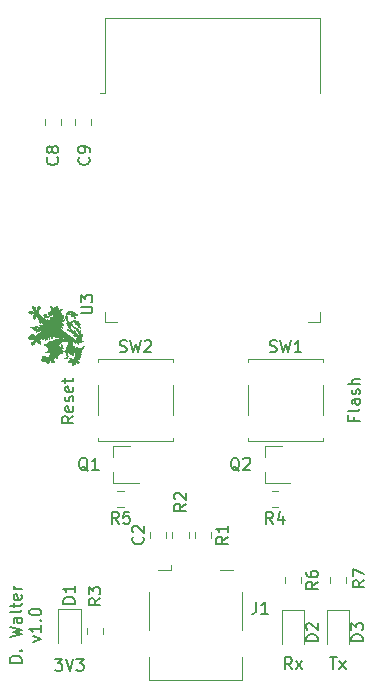
<source format=gbr>
G04 #@! TF.GenerationSoftware,KiCad,Pcbnew,(5.1.0)-1*
G04 #@! TF.CreationDate,2019-09-22T22:35:09+02:00*
G04 #@! TF.ProjectId,ESP32Eval,45535033-3245-4766-916c-2e6b69636164,rev?*
G04 #@! TF.SameCoordinates,Original*
G04 #@! TF.FileFunction,Legend,Top*
G04 #@! TF.FilePolarity,Positive*
%FSLAX46Y46*%
G04 Gerber Fmt 4.6, Leading zero omitted, Abs format (unit mm)*
G04 Created by KiCad (PCBNEW (5.1.0)-1) date 2019-09-22 22:35:09*
%MOMM*%
%LPD*%
G04 APERTURE LIST*
%ADD10C,0.150000*%
%ADD11C,0.120000*%
%ADD12C,0.010000*%
G04 APERTURE END LIST*
D10*
X135413904Y-131786380D02*
X136032952Y-131786380D01*
X135699619Y-132167333D01*
X135842476Y-132167333D01*
X135937714Y-132214952D01*
X135985333Y-132262571D01*
X136032952Y-132357809D01*
X136032952Y-132595904D01*
X135985333Y-132691142D01*
X135937714Y-132738761D01*
X135842476Y-132786380D01*
X135556761Y-132786380D01*
X135461523Y-132738761D01*
X135413904Y-132691142D01*
X136318666Y-131786380D02*
X136652000Y-132786380D01*
X136985333Y-131786380D01*
X137223428Y-131786380D02*
X137842476Y-131786380D01*
X137509142Y-132167333D01*
X137652000Y-132167333D01*
X137747238Y-132214952D01*
X137794857Y-132262571D01*
X137842476Y-132357809D01*
X137842476Y-132595904D01*
X137794857Y-132691142D01*
X137747238Y-132738761D01*
X137652000Y-132786380D01*
X137366285Y-132786380D01*
X137271047Y-132738761D01*
X137223428Y-132691142D01*
X158694523Y-131659380D02*
X159265952Y-131659380D01*
X158980238Y-132659380D02*
X158980238Y-131659380D01*
X159504047Y-132659380D02*
X160027857Y-131992714D01*
X159504047Y-131992714D02*
X160027857Y-132659380D01*
X155479761Y-132659380D02*
X155146428Y-132183190D01*
X154908333Y-132659380D02*
X154908333Y-131659380D01*
X155289285Y-131659380D01*
X155384523Y-131707000D01*
X155432142Y-131754619D01*
X155479761Y-131849857D01*
X155479761Y-131992714D01*
X155432142Y-132087952D01*
X155384523Y-132135571D01*
X155289285Y-132183190D01*
X154908333Y-132183190D01*
X155813095Y-132659380D02*
X156336904Y-131992714D01*
X155813095Y-131992714D02*
X156336904Y-132659380D01*
X136977380Y-111220095D02*
X136501190Y-111553428D01*
X136977380Y-111791523D02*
X135977380Y-111791523D01*
X135977380Y-111410571D01*
X136025000Y-111315333D01*
X136072619Y-111267714D01*
X136167857Y-111220095D01*
X136310714Y-111220095D01*
X136405952Y-111267714D01*
X136453571Y-111315333D01*
X136501190Y-111410571D01*
X136501190Y-111791523D01*
X136929761Y-110410571D02*
X136977380Y-110505809D01*
X136977380Y-110696285D01*
X136929761Y-110791523D01*
X136834523Y-110839142D01*
X136453571Y-110839142D01*
X136358333Y-110791523D01*
X136310714Y-110696285D01*
X136310714Y-110505809D01*
X136358333Y-110410571D01*
X136453571Y-110362952D01*
X136548809Y-110362952D01*
X136644047Y-110839142D01*
X136929761Y-109982000D02*
X136977380Y-109886761D01*
X136977380Y-109696285D01*
X136929761Y-109601047D01*
X136834523Y-109553428D01*
X136786904Y-109553428D01*
X136691666Y-109601047D01*
X136644047Y-109696285D01*
X136644047Y-109839142D01*
X136596428Y-109934380D01*
X136501190Y-109982000D01*
X136453571Y-109982000D01*
X136358333Y-109934380D01*
X136310714Y-109839142D01*
X136310714Y-109696285D01*
X136358333Y-109601047D01*
X136929761Y-108743904D02*
X136977380Y-108839142D01*
X136977380Y-109029619D01*
X136929761Y-109124857D01*
X136834523Y-109172476D01*
X136453571Y-109172476D01*
X136358333Y-109124857D01*
X136310714Y-109029619D01*
X136310714Y-108839142D01*
X136358333Y-108743904D01*
X136453571Y-108696285D01*
X136548809Y-108696285D01*
X136644047Y-109172476D01*
X136310714Y-108410571D02*
X136310714Y-108029619D01*
X135977380Y-108267714D02*
X136834523Y-108267714D01*
X136929761Y-108220095D01*
X136977380Y-108124857D01*
X136977380Y-108029619D01*
X160710571Y-111283571D02*
X160710571Y-111616904D01*
X161234380Y-111616904D02*
X160234380Y-111616904D01*
X160234380Y-111140714D01*
X161234380Y-110616904D02*
X161186761Y-110712142D01*
X161091523Y-110759761D01*
X160234380Y-110759761D01*
X161234380Y-109807380D02*
X160710571Y-109807380D01*
X160615333Y-109855000D01*
X160567714Y-109950238D01*
X160567714Y-110140714D01*
X160615333Y-110235952D01*
X161186761Y-109807380D02*
X161234380Y-109902619D01*
X161234380Y-110140714D01*
X161186761Y-110235952D01*
X161091523Y-110283571D01*
X160996285Y-110283571D01*
X160901047Y-110235952D01*
X160853428Y-110140714D01*
X160853428Y-109902619D01*
X160805809Y-109807380D01*
X161186761Y-109378809D02*
X161234380Y-109283571D01*
X161234380Y-109093095D01*
X161186761Y-108997857D01*
X161091523Y-108950238D01*
X161043904Y-108950238D01*
X160948666Y-108997857D01*
X160901047Y-109093095D01*
X160901047Y-109235952D01*
X160853428Y-109331190D01*
X160758190Y-109378809D01*
X160710571Y-109378809D01*
X160615333Y-109331190D01*
X160567714Y-109235952D01*
X160567714Y-109093095D01*
X160615333Y-108997857D01*
X161234380Y-108521666D02*
X160234380Y-108521666D01*
X161234380Y-108093095D02*
X160710571Y-108093095D01*
X160615333Y-108140714D01*
X160567714Y-108235952D01*
X160567714Y-108378809D01*
X160615333Y-108474047D01*
X160662952Y-108521666D01*
X132596380Y-132095476D02*
X131596380Y-132095476D01*
X131596380Y-131857380D01*
X131644000Y-131714523D01*
X131739238Y-131619285D01*
X131834476Y-131571666D01*
X132024952Y-131524047D01*
X132167809Y-131524047D01*
X132358285Y-131571666D01*
X132453523Y-131619285D01*
X132548761Y-131714523D01*
X132596380Y-131857380D01*
X132596380Y-132095476D01*
X132501142Y-131095476D02*
X132548761Y-131047857D01*
X132596380Y-131095476D01*
X132548761Y-131143095D01*
X132501142Y-131095476D01*
X132596380Y-131095476D01*
X131596380Y-129952619D02*
X132596380Y-129714523D01*
X131882095Y-129524047D01*
X132596380Y-129333571D01*
X131596380Y-129095476D01*
X132596380Y-128285952D02*
X132072571Y-128285952D01*
X131977333Y-128333571D01*
X131929714Y-128428809D01*
X131929714Y-128619285D01*
X131977333Y-128714523D01*
X132548761Y-128285952D02*
X132596380Y-128381190D01*
X132596380Y-128619285D01*
X132548761Y-128714523D01*
X132453523Y-128762142D01*
X132358285Y-128762142D01*
X132263047Y-128714523D01*
X132215428Y-128619285D01*
X132215428Y-128381190D01*
X132167809Y-128285952D01*
X132596380Y-127666904D02*
X132548761Y-127762142D01*
X132453523Y-127809761D01*
X131596380Y-127809761D01*
X131929714Y-127428809D02*
X131929714Y-127047857D01*
X131596380Y-127285952D02*
X132453523Y-127285952D01*
X132548761Y-127238333D01*
X132596380Y-127143095D01*
X132596380Y-127047857D01*
X132548761Y-126333571D02*
X132596380Y-126428809D01*
X132596380Y-126619285D01*
X132548761Y-126714523D01*
X132453523Y-126762142D01*
X132072571Y-126762142D01*
X131977333Y-126714523D01*
X131929714Y-126619285D01*
X131929714Y-126428809D01*
X131977333Y-126333571D01*
X132072571Y-126285952D01*
X132167809Y-126285952D01*
X132263047Y-126762142D01*
X132596380Y-125857380D02*
X131929714Y-125857380D01*
X132120190Y-125857380D02*
X132024952Y-125809761D01*
X131977333Y-125762142D01*
X131929714Y-125666904D01*
X131929714Y-125571666D01*
X133579714Y-130333571D02*
X134246380Y-130095476D01*
X133579714Y-129857380D01*
X134246380Y-128952619D02*
X134246380Y-129524047D01*
X134246380Y-129238333D02*
X133246380Y-129238333D01*
X133389238Y-129333571D01*
X133484476Y-129428809D01*
X133532095Y-129524047D01*
X134151142Y-128524047D02*
X134198761Y-128476428D01*
X134246380Y-128524047D01*
X134198761Y-128571666D01*
X134151142Y-128524047D01*
X134246380Y-128524047D01*
X133246380Y-127857380D02*
X133246380Y-127762142D01*
X133294000Y-127666904D01*
X133341619Y-127619285D01*
X133436857Y-127571666D01*
X133627333Y-127524047D01*
X133865428Y-127524047D01*
X134055904Y-127571666D01*
X134151142Y-127619285D01*
X134198761Y-127666904D01*
X134246380Y-127762142D01*
X134246380Y-127857380D01*
X134198761Y-127952619D01*
X134151142Y-128000238D01*
X134055904Y-128047857D01*
X133865428Y-128095476D01*
X133627333Y-128095476D01*
X133436857Y-128047857D01*
X133341619Y-128000238D01*
X133294000Y-127952619D01*
X133246380Y-127857380D01*
D11*
X153164000Y-113736000D02*
X154624000Y-113736000D01*
X153164000Y-116896000D02*
X155324000Y-116896000D01*
X153164000Y-116896000D02*
X153164000Y-115966000D01*
X153164000Y-113736000D02*
X153164000Y-114666000D01*
X140337000Y-113736000D02*
X141797000Y-113736000D01*
X140337000Y-116896000D02*
X142497000Y-116896000D01*
X140337000Y-116896000D02*
X140337000Y-115966000D01*
X140337000Y-113736000D02*
X140337000Y-114666000D01*
D12*
G36*
X135331200Y-102425500D02*
G01*
X135318500Y-102438200D01*
X135305800Y-102425500D01*
X135318500Y-102412800D01*
X135331200Y-102425500D01*
X135331200Y-102425500D01*
G37*
X135331200Y-102425500D02*
X135318500Y-102438200D01*
X135305800Y-102425500D01*
X135318500Y-102412800D01*
X135331200Y-102425500D01*
G36*
X135271933Y-102395866D02*
G01*
X135274973Y-102426010D01*
X135271933Y-102429733D01*
X135256833Y-102426246D01*
X135255000Y-102412800D01*
X135264293Y-102391892D01*
X135271933Y-102395866D01*
X135271933Y-102395866D01*
G37*
X135271933Y-102395866D02*
X135274973Y-102426010D01*
X135271933Y-102429733D01*
X135256833Y-102426246D01*
X135255000Y-102412800D01*
X135264293Y-102391892D01*
X135271933Y-102395866D01*
G36*
X135086745Y-101931104D02*
G01*
X135129028Y-101960376D01*
X135188800Y-102024291D01*
X135204200Y-102087376D01*
X135213656Y-102141269D01*
X135247362Y-102158622D01*
X135253500Y-102158799D01*
X135307148Y-102143408D01*
X135323194Y-102105609D01*
X135306753Y-102071048D01*
X135295597Y-102033213D01*
X135319256Y-102011787D01*
X135358629Y-102020354D01*
X135391609Y-102015065D01*
X135423570Y-101983753D01*
X135466878Y-101945225D01*
X135515120Y-101931195D01*
X135551104Y-101943613D01*
X135559800Y-101968300D01*
X135573515Y-102002101D01*
X135585200Y-102006400D01*
X135608084Y-102026817D01*
X135610600Y-102042383D01*
X135629577Y-102081697D01*
X135642350Y-102089056D01*
X135665229Y-102119403D01*
X135674100Y-102173170D01*
X135688187Y-102230101D01*
X135720637Y-102258195D01*
X135756726Y-102252104D01*
X135780462Y-102211809D01*
X135804411Y-102169385D01*
X135826287Y-102158800D01*
X135872693Y-102154063D01*
X135937625Y-102142925D01*
X135998131Y-102140356D01*
X136016479Y-102157149D01*
X135989811Y-102181671D01*
X135950502Y-102195382D01*
X135906671Y-102211671D01*
X135897616Y-102225682D01*
X135892971Y-102251018D01*
X135866773Y-102291047D01*
X135834342Y-102325522D01*
X135814505Y-102335526D01*
X135785732Y-102325936D01*
X135724391Y-102302076D01*
X135656811Y-102274498D01*
X135579106Y-102245142D01*
X135521475Y-102228825D01*
X135498659Y-102228407D01*
X135479444Y-102221857D01*
X135470772Y-102205727D01*
X135450112Y-102185565D01*
X135401633Y-102176919D01*
X135315180Y-102178299D01*
X135292859Y-102179620D01*
X135204142Y-102184174D01*
X135152607Y-102180667D01*
X135124772Y-102164706D01*
X135107152Y-102131898D01*
X135101527Y-102117278D01*
X135068163Y-102036627D01*
X135039489Y-101974650D01*
X135021315Y-101922434D01*
X135037104Y-101907913D01*
X135086745Y-101931104D01*
X135086745Y-101931104D01*
G37*
X135086745Y-101931104D02*
X135129028Y-101960376D01*
X135188800Y-102024291D01*
X135204200Y-102087376D01*
X135213656Y-102141269D01*
X135247362Y-102158622D01*
X135253500Y-102158799D01*
X135307148Y-102143408D01*
X135323194Y-102105609D01*
X135306753Y-102071048D01*
X135295597Y-102033213D01*
X135319256Y-102011787D01*
X135358629Y-102020354D01*
X135391609Y-102015065D01*
X135423570Y-101983753D01*
X135466878Y-101945225D01*
X135515120Y-101931195D01*
X135551104Y-101943613D01*
X135559800Y-101968300D01*
X135573515Y-102002101D01*
X135585200Y-102006400D01*
X135608084Y-102026817D01*
X135610600Y-102042383D01*
X135629577Y-102081697D01*
X135642350Y-102089056D01*
X135665229Y-102119403D01*
X135674100Y-102173170D01*
X135688187Y-102230101D01*
X135720637Y-102258195D01*
X135756726Y-102252104D01*
X135780462Y-102211809D01*
X135804411Y-102169385D01*
X135826287Y-102158800D01*
X135872693Y-102154063D01*
X135937625Y-102142925D01*
X135998131Y-102140356D01*
X136016479Y-102157149D01*
X135989811Y-102181671D01*
X135950502Y-102195382D01*
X135906671Y-102211671D01*
X135897616Y-102225682D01*
X135892971Y-102251018D01*
X135866773Y-102291047D01*
X135834342Y-102325522D01*
X135814505Y-102335526D01*
X135785732Y-102325936D01*
X135724391Y-102302076D01*
X135656811Y-102274498D01*
X135579106Y-102245142D01*
X135521475Y-102228825D01*
X135498659Y-102228407D01*
X135479444Y-102221857D01*
X135470772Y-102205727D01*
X135450112Y-102185565D01*
X135401633Y-102176919D01*
X135315180Y-102178299D01*
X135292859Y-102179620D01*
X135204142Y-102184174D01*
X135152607Y-102180667D01*
X135124772Y-102164706D01*
X135107152Y-102131898D01*
X135101527Y-102117278D01*
X135068163Y-102036627D01*
X135039489Y-101974650D01*
X135021315Y-101922434D01*
X135037104Y-101907913D01*
X135086745Y-101931104D01*
G36*
X134617693Y-102577541D02*
G01*
X134648028Y-102607387D01*
X134639173Y-102643972D01*
X134626424Y-102655547D01*
X134597390Y-102693955D01*
X134613534Y-102728360D01*
X134669236Y-102754894D01*
X134758875Y-102769684D01*
X134794560Y-102771320D01*
X134874056Y-102773284D01*
X134906332Y-102776288D01*
X134894955Y-102782400D01*
X134843495Y-102793685D01*
X134835900Y-102795257D01*
X134698356Y-102815912D01*
X134585553Y-102817324D01*
X134505455Y-102800038D01*
X134468493Y-102770069D01*
X134443345Y-102687247D01*
X134457186Y-102618624D01*
X134505366Y-102575028D01*
X134556500Y-102565200D01*
X134617693Y-102577541D01*
X134617693Y-102577541D01*
G37*
X134617693Y-102577541D02*
X134648028Y-102607387D01*
X134639173Y-102643972D01*
X134626424Y-102655547D01*
X134597390Y-102693955D01*
X134613534Y-102728360D01*
X134669236Y-102754894D01*
X134758875Y-102769684D01*
X134794560Y-102771320D01*
X134874056Y-102773284D01*
X134906332Y-102776288D01*
X134894955Y-102782400D01*
X134843495Y-102793685D01*
X134835900Y-102795257D01*
X134698356Y-102815912D01*
X134585553Y-102817324D01*
X134505455Y-102800038D01*
X134468493Y-102770069D01*
X134443345Y-102687247D01*
X134457186Y-102618624D01*
X134505366Y-102575028D01*
X134556500Y-102565200D01*
X134617693Y-102577541D01*
G36*
X135895146Y-102659828D02*
G01*
X135901293Y-102665478D01*
X135963725Y-102707020D01*
X136027600Y-102707695D01*
X136028293Y-102707522D01*
X136075793Y-102702096D01*
X136091997Y-102727246D01*
X136093200Y-102752498D01*
X136072358Y-102812129D01*
X136012080Y-102841748D01*
X135976449Y-102844600D01*
X135940602Y-102824629D01*
X135898257Y-102775279D01*
X135889721Y-102762050D01*
X135850888Y-102688474D01*
X135839240Y-102643638D01*
X135854189Y-102632452D01*
X135895146Y-102659828D01*
X135895146Y-102659828D01*
G37*
X135895146Y-102659828D02*
X135901293Y-102665478D01*
X135963725Y-102707020D01*
X136027600Y-102707695D01*
X136028293Y-102707522D01*
X136075793Y-102702096D01*
X136091997Y-102727246D01*
X136093200Y-102752498D01*
X136072358Y-102812129D01*
X136012080Y-102841748D01*
X135976449Y-102844600D01*
X135940602Y-102824629D01*
X135898257Y-102775279D01*
X135889721Y-102762050D01*
X135850888Y-102688474D01*
X135839240Y-102643638D01*
X135854189Y-102632452D01*
X135895146Y-102659828D01*
G36*
X135203908Y-102864251D02*
G01*
X135204200Y-102870000D01*
X135184673Y-102894423D01*
X135177300Y-102895400D01*
X135162131Y-102879839D01*
X135166100Y-102870000D01*
X135188924Y-102845768D01*
X135192999Y-102844600D01*
X135203908Y-102864251D01*
X135203908Y-102864251D01*
G37*
X135203908Y-102864251D02*
X135204200Y-102870000D01*
X135184673Y-102894423D01*
X135177300Y-102895400D01*
X135162131Y-102879839D01*
X135166100Y-102870000D01*
X135188924Y-102845768D01*
X135192999Y-102844600D01*
X135203908Y-102864251D01*
G36*
X135119533Y-102853066D02*
G01*
X135122573Y-102883210D01*
X135119533Y-102886933D01*
X135104433Y-102883446D01*
X135102600Y-102870000D01*
X135111893Y-102849092D01*
X135119533Y-102853066D01*
X135119533Y-102853066D01*
G37*
X135119533Y-102853066D02*
X135122573Y-102883210D01*
X135119533Y-102886933D01*
X135104433Y-102883446D01*
X135102600Y-102870000D01*
X135111893Y-102849092D01*
X135119533Y-102853066D01*
G36*
X135800071Y-102648186D02*
G01*
X135806288Y-102659232D01*
X135852516Y-102743686D01*
X135922876Y-102826876D01*
X135998545Y-102887171D01*
X136010021Y-102893315D01*
X136061920Y-102925996D01*
X136084494Y-102954865D01*
X136084231Y-102958900D01*
X136053208Y-102986841D01*
X135996930Y-102987886D01*
X135932579Y-102963060D01*
X135911487Y-102948574D01*
X135869812Y-102901704D01*
X135828430Y-102833406D01*
X135794068Y-102758746D01*
X135773453Y-102692791D01*
X135773313Y-102650609D01*
X135776487Y-102646206D01*
X135800071Y-102648186D01*
X135800071Y-102648186D01*
G37*
X135800071Y-102648186D02*
X135806288Y-102659232D01*
X135852516Y-102743686D01*
X135922876Y-102826876D01*
X135998545Y-102887171D01*
X136010021Y-102893315D01*
X136061920Y-102925996D01*
X136084494Y-102954865D01*
X136084231Y-102958900D01*
X136053208Y-102986841D01*
X135996930Y-102987886D01*
X135932579Y-102963060D01*
X135911487Y-102948574D01*
X135869812Y-102901704D01*
X135828430Y-102833406D01*
X135794068Y-102758746D01*
X135773453Y-102692791D01*
X135773313Y-102650609D01*
X135776487Y-102646206D01*
X135800071Y-102648186D01*
G36*
X135985195Y-103046587D02*
G01*
X136024962Y-103085114D01*
X136058380Y-103094199D01*
X136107680Y-103076742D01*
X136131245Y-103065641D01*
X136194359Y-103043150D01*
X136218104Y-103052034D01*
X136200530Y-103089309D01*
X136169400Y-103124000D01*
X136104999Y-103162314D01*
X136029056Y-103173313D01*
X135962857Y-103155677D01*
X135941960Y-103138098D01*
X135920797Y-103084606D01*
X135919800Y-103043255D01*
X135928100Y-102985114D01*
X135985195Y-103046587D01*
X135985195Y-103046587D01*
G37*
X135985195Y-103046587D02*
X136024962Y-103085114D01*
X136058380Y-103094199D01*
X136107680Y-103076742D01*
X136131245Y-103065641D01*
X136194359Y-103043150D01*
X136218104Y-103052034D01*
X136200530Y-103089309D01*
X136169400Y-103124000D01*
X136104999Y-103162314D01*
X136029056Y-103173313D01*
X135962857Y-103155677D01*
X135941960Y-103138098D01*
X135920797Y-103084606D01*
X135919800Y-103043255D01*
X135928100Y-102985114D01*
X135985195Y-103046587D01*
G36*
X134749461Y-103132243D02*
G01*
X134805386Y-103169334D01*
X134816951Y-103181150D01*
X134870358Y-103238300D01*
X134734213Y-103240280D01*
X134648593Y-103237020D01*
X134579257Y-103226515D01*
X134554589Y-103217928D01*
X134532041Y-103199151D01*
X134546816Y-103180868D01*
X134593871Y-103158798D01*
X134684088Y-103129245D01*
X134749461Y-103132243D01*
X134749461Y-103132243D01*
G37*
X134749461Y-103132243D02*
X134805386Y-103169334D01*
X134816951Y-103181150D01*
X134870358Y-103238300D01*
X134734213Y-103240280D01*
X134648593Y-103237020D01*
X134579257Y-103226515D01*
X134554589Y-103217928D01*
X134532041Y-103199151D01*
X134546816Y-103180868D01*
X134593871Y-103158798D01*
X134684088Y-103129245D01*
X134749461Y-103132243D01*
G36*
X136789058Y-102332566D02*
G01*
X136845923Y-102359941D01*
X136912035Y-102390303D01*
X136951187Y-102382831D01*
X136951910Y-102382129D01*
X136975856Y-102374889D01*
X137012261Y-102395187D01*
X137066541Y-102447483D01*
X137144112Y-102536237D01*
X137155295Y-102549611D01*
X137205240Y-102594635D01*
X137247318Y-102607139D01*
X137250545Y-102606183D01*
X137282303Y-102605044D01*
X137287000Y-102613834D01*
X137266978Y-102643287D01*
X137218401Y-102651194D01*
X137158502Y-102638013D01*
X137109883Y-102609134D01*
X137076133Y-102581822D01*
X137072728Y-102583990D01*
X137077450Y-102589710D01*
X137109226Y-102644394D01*
X137104475Y-102679795D01*
X137072253Y-102685672D01*
X137022114Y-102652285D01*
X136991556Y-102630945D01*
X136982200Y-102638086D01*
X137000750Y-102674311D01*
X137007600Y-102679499D01*
X137032721Y-102710733D01*
X137020833Y-102734013D01*
X136988550Y-102732952D01*
X136976341Y-102735304D01*
X137001090Y-102760343D01*
X137013950Y-102770453D01*
X137064159Y-102825095D01*
X137081794Y-102878468D01*
X137076616Y-102911206D01*
X137064974Y-102895400D01*
X137013606Y-102831590D01*
X136920292Y-102789324D01*
X136887680Y-102781887D01*
X136817601Y-102754120D01*
X136767030Y-102710934D01*
X136735602Y-102642447D01*
X136731096Y-102576687D01*
X136753580Y-102531036D01*
X136766300Y-102523585D01*
X136801454Y-102493755D01*
X136792958Y-102456373D01*
X136744371Y-102422632D01*
X136732767Y-102418198D01*
X136638780Y-102411456D01*
X136534495Y-102449716D01*
X136461500Y-102500421D01*
X136427071Y-102529979D01*
X136433092Y-102531364D01*
X136466180Y-102515801D01*
X136528116Y-102495579D01*
X136589604Y-102489561D01*
X136634384Y-102497485D01*
X136646337Y-102518688D01*
X136617904Y-102545158D01*
X136559274Y-102574527D01*
X136538939Y-102582133D01*
X136443355Y-102622347D01*
X136390563Y-102664550D01*
X136372757Y-102715287D01*
X136372600Y-102721603D01*
X136379336Y-102754580D01*
X136408766Y-102750348D01*
X136425116Y-102742081D01*
X136452311Y-102729774D01*
X136466586Y-102735808D01*
X136470132Y-102769412D01*
X136465137Y-102839813D01*
X136460263Y-102890246D01*
X136442894Y-103066517D01*
X136536657Y-103170301D01*
X136592297Y-103238800D01*
X136613089Y-103285648D01*
X136607137Y-103315687D01*
X136589874Y-103331846D01*
X136564077Y-103321330D01*
X136522214Y-103278779D01*
X136474920Y-103221595D01*
X136411946Y-103136860D01*
X136357708Y-103052939D01*
X136328220Y-102997052D01*
X136304804Y-102897390D01*
X136302897Y-102819200D01*
X136347200Y-102819200D01*
X136356493Y-102840107D01*
X136364133Y-102836133D01*
X136367173Y-102805989D01*
X136364133Y-102802266D01*
X136349033Y-102805753D01*
X136347200Y-102819200D01*
X136302897Y-102819200D01*
X136301776Y-102773279D01*
X136317543Y-102646070D01*
X136350513Y-102537113D01*
X136364604Y-102509301D01*
X136449401Y-102405603D01*
X136555178Y-102339481D01*
X136671782Y-102314085D01*
X136789058Y-102332566D01*
X136789058Y-102332566D01*
G37*
X136789058Y-102332566D02*
X136845923Y-102359941D01*
X136912035Y-102390303D01*
X136951187Y-102382831D01*
X136951910Y-102382129D01*
X136975856Y-102374889D01*
X137012261Y-102395187D01*
X137066541Y-102447483D01*
X137144112Y-102536237D01*
X137155295Y-102549611D01*
X137205240Y-102594635D01*
X137247318Y-102607139D01*
X137250545Y-102606183D01*
X137282303Y-102605044D01*
X137287000Y-102613834D01*
X137266978Y-102643287D01*
X137218401Y-102651194D01*
X137158502Y-102638013D01*
X137109883Y-102609134D01*
X137076133Y-102581822D01*
X137072728Y-102583990D01*
X137077450Y-102589710D01*
X137109226Y-102644394D01*
X137104475Y-102679795D01*
X137072253Y-102685672D01*
X137022114Y-102652285D01*
X136991556Y-102630945D01*
X136982200Y-102638086D01*
X137000750Y-102674311D01*
X137007600Y-102679499D01*
X137032721Y-102710733D01*
X137020833Y-102734013D01*
X136988550Y-102732952D01*
X136976341Y-102735304D01*
X137001090Y-102760343D01*
X137013950Y-102770453D01*
X137064159Y-102825095D01*
X137081794Y-102878468D01*
X137076616Y-102911206D01*
X137064974Y-102895400D01*
X137013606Y-102831590D01*
X136920292Y-102789324D01*
X136887680Y-102781887D01*
X136817601Y-102754120D01*
X136767030Y-102710934D01*
X136735602Y-102642447D01*
X136731096Y-102576687D01*
X136753580Y-102531036D01*
X136766300Y-102523585D01*
X136801454Y-102493755D01*
X136792958Y-102456373D01*
X136744371Y-102422632D01*
X136732767Y-102418198D01*
X136638780Y-102411456D01*
X136534495Y-102449716D01*
X136461500Y-102500421D01*
X136427071Y-102529979D01*
X136433092Y-102531364D01*
X136466180Y-102515801D01*
X136528116Y-102495579D01*
X136589604Y-102489561D01*
X136634384Y-102497485D01*
X136646337Y-102518688D01*
X136617904Y-102545158D01*
X136559274Y-102574527D01*
X136538939Y-102582133D01*
X136443355Y-102622347D01*
X136390563Y-102664550D01*
X136372757Y-102715287D01*
X136372600Y-102721603D01*
X136379336Y-102754580D01*
X136408766Y-102750348D01*
X136425116Y-102742081D01*
X136452311Y-102729774D01*
X136466586Y-102735808D01*
X136470132Y-102769412D01*
X136465137Y-102839813D01*
X136460263Y-102890246D01*
X136442894Y-103066517D01*
X136536657Y-103170301D01*
X136592297Y-103238800D01*
X136613089Y-103285648D01*
X136607137Y-103315687D01*
X136589874Y-103331846D01*
X136564077Y-103321330D01*
X136522214Y-103278779D01*
X136474920Y-103221595D01*
X136411946Y-103136860D01*
X136357708Y-103052939D01*
X136328220Y-102997052D01*
X136304804Y-102897390D01*
X136302897Y-102819200D01*
X136347200Y-102819200D01*
X136356493Y-102840107D01*
X136364133Y-102836133D01*
X136367173Y-102805989D01*
X136364133Y-102802266D01*
X136349033Y-102805753D01*
X136347200Y-102819200D01*
X136302897Y-102819200D01*
X136301776Y-102773279D01*
X136317543Y-102646070D01*
X136350513Y-102537113D01*
X136364604Y-102509301D01*
X136449401Y-102405603D01*
X136555178Y-102339481D01*
X136671782Y-102314085D01*
X136789058Y-102332566D01*
G36*
X135304954Y-103179306D02*
G01*
X135302343Y-103266074D01*
X135289278Y-103319907D01*
X135259831Y-103358466D01*
X135238874Y-103376156D01*
X135168758Y-103414972D01*
X135098326Y-103429000D01*
X135046555Y-103414776D01*
X135043333Y-103411866D01*
X135027126Y-103375202D01*
X135055641Y-103354131D01*
X135073263Y-103352600D01*
X135133108Y-103330549D01*
X135182402Y-103276973D01*
X135204141Y-103210732D01*
X135204200Y-103207363D01*
X135219992Y-103150309D01*
X135254154Y-103095063D01*
X135304109Y-103035100D01*
X135304954Y-103179306D01*
X135304954Y-103179306D01*
G37*
X135304954Y-103179306D02*
X135302343Y-103266074D01*
X135289278Y-103319907D01*
X135259831Y-103358466D01*
X135238874Y-103376156D01*
X135168758Y-103414972D01*
X135098326Y-103429000D01*
X135046555Y-103414776D01*
X135043333Y-103411866D01*
X135027126Y-103375202D01*
X135055641Y-103354131D01*
X135073263Y-103352600D01*
X135133108Y-103330549D01*
X135182402Y-103276973D01*
X135204141Y-103210732D01*
X135204200Y-103207363D01*
X135219992Y-103150309D01*
X135254154Y-103095063D01*
X135304109Y-103035100D01*
X135304954Y-103179306D01*
G36*
X135573090Y-103045001D02*
G01*
X135602309Y-103101671D01*
X135611202Y-103160829D01*
X135621229Y-103225887D01*
X135646598Y-103315181D01*
X135673910Y-103389376D01*
X135710166Y-103483560D01*
X135724740Y-103535963D01*
X135717747Y-103545351D01*
X135689303Y-103510488D01*
X135665975Y-103474303D01*
X135624906Y-103396701D01*
X135586504Y-103305060D01*
X135554115Y-103210722D01*
X135531086Y-103125029D01*
X135520766Y-103059320D01*
X135526501Y-103024939D01*
X135532599Y-103022400D01*
X135573090Y-103045001D01*
X135573090Y-103045001D01*
G37*
X135573090Y-103045001D02*
X135602309Y-103101671D01*
X135611202Y-103160829D01*
X135621229Y-103225887D01*
X135646598Y-103315181D01*
X135673910Y-103389376D01*
X135710166Y-103483560D01*
X135724740Y-103535963D01*
X135717747Y-103545351D01*
X135689303Y-103510488D01*
X135665975Y-103474303D01*
X135624906Y-103396701D01*
X135586504Y-103305060D01*
X135554115Y-103210722D01*
X135531086Y-103125029D01*
X135520766Y-103059320D01*
X135526501Y-103024939D01*
X135532599Y-103022400D01*
X135573090Y-103045001D01*
G36*
X135720186Y-102671575D02*
G01*
X135737377Y-102700665D01*
X135766021Y-102759634D01*
X135809664Y-102853801D01*
X135851754Y-102958735D01*
X135880461Y-103057149D01*
X135890000Y-103124562D01*
X135896184Y-103186227D01*
X135920834Y-103239055D01*
X135973094Y-103299480D01*
X136004300Y-103329955D01*
X136064597Y-103393461D01*
X136105867Y-103448485D01*
X136118211Y-103478295D01*
X136112625Y-103502425D01*
X136097130Y-103485089D01*
X136058829Y-103463229D01*
X136040369Y-103465641D01*
X136003663Y-103454483D01*
X135956611Y-103407893D01*
X135907600Y-103337660D01*
X135865017Y-103255572D01*
X135839702Y-103183596D01*
X135814581Y-103085900D01*
X135826084Y-103186023D01*
X135849708Y-103271349D01*
X135895843Y-103364718D01*
X135915994Y-103395325D01*
X135963897Y-103471784D01*
X135977720Y-103523320D01*
X135971387Y-103545628D01*
X135952544Y-103565588D01*
X135929557Y-103550570D01*
X135896867Y-103501425D01*
X135834969Y-103371620D01*
X135792205Y-103214423D01*
X135775262Y-103111300D01*
X135754831Y-103012803D01*
X135724126Y-102917073D01*
X135712011Y-102889050D01*
X135688563Y-102830857D01*
X135683997Y-102797162D01*
X135688211Y-102793800D01*
X135719070Y-102816501D01*
X135752209Y-102875474D01*
X135780753Y-102957022D01*
X135790181Y-102997000D01*
X135801868Y-103049179D01*
X135807960Y-103053948D01*
X135810879Y-103018572D01*
X135801919Y-102958355D01*
X135775765Y-102875166D01*
X135751345Y-102816443D01*
X135719734Y-102742456D01*
X135701794Y-102688813D01*
X135700545Y-102669987D01*
X135709543Y-102664102D01*
X135720186Y-102671575D01*
X135720186Y-102671575D01*
G37*
X135720186Y-102671575D02*
X135737377Y-102700665D01*
X135766021Y-102759634D01*
X135809664Y-102853801D01*
X135851754Y-102958735D01*
X135880461Y-103057149D01*
X135890000Y-103124562D01*
X135896184Y-103186227D01*
X135920834Y-103239055D01*
X135973094Y-103299480D01*
X136004300Y-103329955D01*
X136064597Y-103393461D01*
X136105867Y-103448485D01*
X136118211Y-103478295D01*
X136112625Y-103502425D01*
X136097130Y-103485089D01*
X136058829Y-103463229D01*
X136040369Y-103465641D01*
X136003663Y-103454483D01*
X135956611Y-103407893D01*
X135907600Y-103337660D01*
X135865017Y-103255572D01*
X135839702Y-103183596D01*
X135814581Y-103085900D01*
X135826084Y-103186023D01*
X135849708Y-103271349D01*
X135895843Y-103364718D01*
X135915994Y-103395325D01*
X135963897Y-103471784D01*
X135977720Y-103523320D01*
X135971387Y-103545628D01*
X135952544Y-103565588D01*
X135929557Y-103550570D01*
X135896867Y-103501425D01*
X135834969Y-103371620D01*
X135792205Y-103214423D01*
X135775262Y-103111300D01*
X135754831Y-103012803D01*
X135724126Y-102917073D01*
X135712011Y-102889050D01*
X135688563Y-102830857D01*
X135683997Y-102797162D01*
X135688211Y-102793800D01*
X135719070Y-102816501D01*
X135752209Y-102875474D01*
X135780753Y-102957022D01*
X135790181Y-102997000D01*
X135801868Y-103049179D01*
X135807960Y-103053948D01*
X135810879Y-103018572D01*
X135801919Y-102958355D01*
X135775765Y-102875166D01*
X135751345Y-102816443D01*
X135719734Y-102742456D01*
X135701794Y-102688813D01*
X135700545Y-102669987D01*
X135709543Y-102664102D01*
X135720186Y-102671575D01*
G36*
X135722467Y-103001272D02*
G01*
X135741438Y-103077313D01*
X135761440Y-103188154D01*
X135785834Y-103295996D01*
X135819894Y-103399313D01*
X135851853Y-103467554D01*
X135924034Y-103589960D01*
X135968379Y-103672449D01*
X135985195Y-103717394D01*
X135974792Y-103727170D01*
X135937479Y-103704151D01*
X135875942Y-103652800D01*
X135786990Y-103552147D01*
X135715637Y-103428142D01*
X135666409Y-103294210D01*
X135643833Y-103163778D01*
X135652434Y-103050271D01*
X135662505Y-103019730D01*
X135685151Y-102976141D01*
X135704421Y-102968768D01*
X135722467Y-103001272D01*
X135722467Y-103001272D01*
G37*
X135722467Y-103001272D02*
X135741438Y-103077313D01*
X135761440Y-103188154D01*
X135785834Y-103295996D01*
X135819894Y-103399313D01*
X135851853Y-103467554D01*
X135924034Y-103589960D01*
X135968379Y-103672449D01*
X135985195Y-103717394D01*
X135974792Y-103727170D01*
X135937479Y-103704151D01*
X135875942Y-103652800D01*
X135786990Y-103552147D01*
X135715637Y-103428142D01*
X135666409Y-103294210D01*
X135643833Y-103163778D01*
X135652434Y-103050271D01*
X135662505Y-103019730D01*
X135685151Y-102976141D01*
X135704421Y-102968768D01*
X135722467Y-103001272D01*
G36*
X135488809Y-103086484D02*
G01*
X135508870Y-103133684D01*
X135515989Y-103175181D01*
X135551761Y-103305884D01*
X135620385Y-103444770D01*
X135712144Y-103572298D01*
X135715040Y-103575616D01*
X135774484Y-103669647D01*
X135788400Y-103745684D01*
X135782679Y-103816040D01*
X135764371Y-103839225D01*
X135731754Y-103815114D01*
X135683107Y-103743579D01*
X135679570Y-103737657D01*
X135614564Y-103632692D01*
X135558046Y-103549824D01*
X135514621Y-103495062D01*
X135488895Y-103474417D01*
X135483846Y-103482193D01*
X135498908Y-103520537D01*
X135537451Y-103581809D01*
X135573652Y-103630369D01*
X135620459Y-103697896D01*
X135647220Y-103753855D01*
X135649606Y-103778497D01*
X135637272Y-103817300D01*
X135636000Y-103825461D01*
X135621182Y-103815256D01*
X135583438Y-103776420D01*
X135556534Y-103746461D01*
X135507213Y-103680790D01*
X135481330Y-103613758D01*
X135470257Y-103521943D01*
X135469638Y-103510628D01*
X135460586Y-103415720D01*
X135445481Y-103330657D01*
X135434803Y-103293796D01*
X135410080Y-103202841D01*
X135408611Y-103128819D01*
X135429388Y-103082820D01*
X135454855Y-103073200D01*
X135488809Y-103086484D01*
X135488809Y-103086484D01*
G37*
X135488809Y-103086484D02*
X135508870Y-103133684D01*
X135515989Y-103175181D01*
X135551761Y-103305884D01*
X135620385Y-103444770D01*
X135712144Y-103572298D01*
X135715040Y-103575616D01*
X135774484Y-103669647D01*
X135788400Y-103745684D01*
X135782679Y-103816040D01*
X135764371Y-103839225D01*
X135731754Y-103815114D01*
X135683107Y-103743579D01*
X135679570Y-103737657D01*
X135614564Y-103632692D01*
X135558046Y-103549824D01*
X135514621Y-103495062D01*
X135488895Y-103474417D01*
X135483846Y-103482193D01*
X135498908Y-103520537D01*
X135537451Y-103581809D01*
X135573652Y-103630369D01*
X135620459Y-103697896D01*
X135647220Y-103753855D01*
X135649606Y-103778497D01*
X135637272Y-103817300D01*
X135636000Y-103825461D01*
X135621182Y-103815256D01*
X135583438Y-103776420D01*
X135556534Y-103746461D01*
X135507213Y-103680790D01*
X135481330Y-103613758D01*
X135470257Y-103521943D01*
X135469638Y-103510628D01*
X135460586Y-103415720D01*
X135445481Y-103330657D01*
X135434803Y-103293796D01*
X135410080Y-103202841D01*
X135408611Y-103128819D01*
X135429388Y-103082820D01*
X135454855Y-103073200D01*
X135488809Y-103086484D01*
G36*
X135226957Y-102254262D02*
G01*
X135332909Y-102271970D01*
X135409838Y-102286522D01*
X135494557Y-102306724D01*
X135588927Y-102335121D01*
X135680340Y-102367093D01*
X135756193Y-102398021D01*
X135803878Y-102423286D01*
X135813800Y-102434548D01*
X135833492Y-102458138D01*
X135881922Y-102492729D01*
X135892290Y-102499012D01*
X135942809Y-102538208D01*
X135948120Y-102567838D01*
X135946490Y-102569669D01*
X135898385Y-102593816D01*
X135815226Y-102613481D01*
X135712742Y-102625506D01*
X135657475Y-102627687D01*
X135600590Y-102632822D01*
X135575827Y-102644286D01*
X135576424Y-102647750D01*
X135609192Y-102665386D01*
X135623300Y-102666799D01*
X135667346Y-102683360D01*
X135674044Y-102724445D01*
X135647251Y-102770000D01*
X135623639Y-102805601D01*
X135630351Y-102819200D01*
X135663323Y-102839898D01*
X135675822Y-102890212D01*
X135665940Y-102952471D01*
X135648590Y-102988031D01*
X135606168Y-103052776D01*
X135568455Y-102998933D01*
X135530741Y-102945089D01*
X135483126Y-103002794D01*
X135448211Y-103039862D01*
X135417088Y-103045595D01*
X135367539Y-103022557D01*
X135357956Y-103017231D01*
X135306794Y-102995172D01*
X135281197Y-102997085D01*
X135280400Y-103000525D01*
X135265897Y-103037499D01*
X135230877Y-103090036D01*
X135229600Y-103091669D01*
X135193577Y-103150978D01*
X135178800Y-103201811D01*
X135161373Y-103255022D01*
X135121136Y-103303960D01*
X135076157Y-103327101D01*
X135073542Y-103327200D01*
X135069976Y-103310333D01*
X135094199Y-103268878D01*
X135100756Y-103260274D01*
X135143422Y-103199521D01*
X135150419Y-103173561D01*
X135123940Y-103183319D01*
X135066178Y-103229717D01*
X135054139Y-103240639D01*
X134935118Y-103350392D01*
X134848506Y-103431844D01*
X134789161Y-103490908D01*
X134751940Y-103533498D01*
X134731701Y-103565526D01*
X134723302Y-103592905D01*
X134721601Y-103621547D01*
X134721600Y-103623006D01*
X134697454Y-103723762D01*
X134628995Y-103808471D01*
X134568919Y-103848045D01*
X134491331Y-103880007D01*
X134434709Y-103877382D01*
X134381148Y-103838291D01*
X134370427Y-103827212D01*
X134331908Y-103780979D01*
X134315219Y-103750577D01*
X134315200Y-103750072D01*
X134332098Y-103725007D01*
X134377126Y-103674164D01*
X134441783Y-103606962D01*
X134467600Y-103581200D01*
X134536436Y-103514577D01*
X134589096Y-103466209D01*
X134617362Y-103443532D01*
X134620000Y-103443256D01*
X134611125Y-103472810D01*
X134589306Y-103529182D01*
X134584699Y-103540318D01*
X134531863Y-103631426D01*
X134463855Y-103700359D01*
X134393447Y-103734860D01*
X134380260Y-103736546D01*
X134346378Y-103740380D01*
X134361393Y-103748063D01*
X134373598Y-103751349D01*
X134443545Y-103744008D01*
X134515446Y-103687354D01*
X134587914Y-103582766D01*
X134632862Y-103493706D01*
X134690062Y-103381122D01*
X134740832Y-103311959D01*
X134790285Y-103280170D01*
X134816514Y-103276400D01*
X134814076Y-103292354D01*
X134793213Y-103320850D01*
X134760480Y-103368365D01*
X134723187Y-103435054D01*
X134688594Y-103505868D01*
X134663962Y-103565761D01*
X134656549Y-103599684D01*
X134657622Y-103601889D01*
X134673310Y-103586837D01*
X134703582Y-103536930D01*
X134737918Y-103470872D01*
X134790766Y-103377977D01*
X134847919Y-103316412D01*
X134921328Y-103270492D01*
X134989671Y-103229448D01*
X135036475Y-103190405D01*
X135047212Y-103174295D01*
X135047998Y-103154016D01*
X135022134Y-103169870D01*
X135009060Y-103181150D01*
X134967601Y-103212804D01*
X134931831Y-103219843D01*
X134890158Y-103198432D01*
X134830989Y-103144738D01*
X134797800Y-103111300D01*
X134732054Y-103041971D01*
X134704104Y-103006253D01*
X134713950Y-103003812D01*
X134761591Y-103034315D01*
X134797800Y-103060500D01*
X134867945Y-103103490D01*
X134924614Y-103122773D01*
X134958095Y-103116823D01*
X134959385Y-103085900D01*
X134960408Y-103077791D01*
X135010315Y-103077791D01*
X135016564Y-103085182D01*
X135039100Y-103096293D01*
X135085455Y-103117144D01*
X135113412Y-103118191D01*
X135151205Y-103099779D01*
X135155069Y-103097706D01*
X135194491Y-103065089D01*
X135204200Y-103042969D01*
X135189273Y-103034991D01*
X135158813Y-103055600D01*
X135093466Y-103085023D01*
X135050863Y-103084416D01*
X135010315Y-103077791D01*
X134960408Y-103077791D01*
X134963273Y-103055104D01*
X134998282Y-103047800D01*
X135043776Y-103035621D01*
X135045348Y-103006492D01*
X135008549Y-102975320D01*
X134980051Y-102948009D01*
X134995629Y-102914571D01*
X135013402Y-102876601D01*
X135009246Y-102861312D01*
X135011941Y-102845930D01*
X135022166Y-102844599D01*
X135048428Y-102865102D01*
X135051800Y-102882700D01*
X135068932Y-102909444D01*
X135125431Y-102920235D01*
X135151322Y-102920800D01*
X135247518Y-102915259D01*
X135303147Y-102894981D01*
X135327589Y-102854483D01*
X135331200Y-102815666D01*
X135323605Y-102756643D01*
X135304752Y-102685336D01*
X135280536Y-102618854D01*
X135256851Y-102574304D01*
X135244892Y-102565200D01*
X135245487Y-102585771D01*
X135262520Y-102637078D01*
X135270422Y-102656697D01*
X135293631Y-102730945D01*
X135301141Y-102794888D01*
X135300392Y-102802747D01*
X135291044Y-102821086D01*
X135274487Y-102793116D01*
X135254737Y-102734673D01*
X135218121Y-102635754D01*
X135183749Y-102585113D01*
X135152506Y-102583565D01*
X135129864Y-102619450D01*
X135112017Y-102652955D01*
X135104210Y-102647750D01*
X135081444Y-102623647D01*
X135045450Y-102617785D01*
X135005878Y-102620769D01*
X135015077Y-102630707D01*
X135039100Y-102641400D01*
X135073003Y-102657597D01*
X135070200Y-102667490D01*
X135024849Y-102677880D01*
X135004528Y-102681658D01*
X134961421Y-102682235D01*
X134957987Y-102657748D01*
X134958178Y-102657246D01*
X134955045Y-102631850D01*
X134926787Y-102633520D01*
X134885402Y-102624959D01*
X134851050Y-102571099D01*
X134850238Y-102569154D01*
X134842545Y-102539800D01*
X134988300Y-102539800D01*
X134990313Y-102563205D01*
X134999500Y-102565200D01*
X135014836Y-102554267D01*
X135648462Y-102554267D01*
X135657368Y-102559734D01*
X135674100Y-102560136D01*
X135738555Y-102552302D01*
X135788400Y-102539800D01*
X135826737Y-102525332D01*
X135817831Y-102519865D01*
X135801100Y-102519463D01*
X135736644Y-102527297D01*
X135686800Y-102539800D01*
X135648462Y-102554267D01*
X135014836Y-102554267D01*
X135025366Y-102546761D01*
X135026400Y-102539800D01*
X135017733Y-102515060D01*
X135015199Y-102514400D01*
X134993513Y-102532198D01*
X134988300Y-102539800D01*
X134842545Y-102539800D01*
X134833581Y-102505596D01*
X135587836Y-102505596D01*
X135597139Y-102504797D01*
X135628494Y-102486450D01*
X135665963Y-102457531D01*
X135665964Y-102457527D01*
X135723216Y-102457527D01*
X135748183Y-102461594D01*
X135781127Y-102456924D01*
X135781520Y-102448254D01*
X135747525Y-102442190D01*
X135732837Y-102446248D01*
X135723216Y-102457527D01*
X135665964Y-102457527D01*
X135672340Y-102440673D01*
X135648153Y-102447239D01*
X135616345Y-102474300D01*
X135587836Y-102505596D01*
X134833581Y-102505596D01*
X134827014Y-102480540D01*
X134831886Y-102463600D01*
X134874000Y-102463600D01*
X134883293Y-102484507D01*
X134890933Y-102480533D01*
X134893973Y-102450389D01*
X134890933Y-102446666D01*
X134875833Y-102450153D01*
X134874000Y-102463600D01*
X134831886Y-102463600D01*
X134844264Y-102420572D01*
X134903043Y-102385849D01*
X134907613Y-102384574D01*
X134966512Y-102356494D01*
X135181067Y-102356494D01*
X135200960Y-102361611D01*
X135222454Y-102369962D01*
X135205901Y-102398049D01*
X135191431Y-102432213D01*
X135221841Y-102460777D01*
X135271622Y-102478621D01*
X135332251Y-102487385D01*
X135384049Y-102485884D01*
X135407336Y-102472934D01*
X135407400Y-102471950D01*
X135392162Y-102442002D01*
X135365363Y-102408450D01*
X135343158Y-102372540D01*
X135356197Y-102362786D01*
X135394212Y-102382772D01*
X135407445Y-102393750D01*
X135430054Y-102412058D01*
X135419798Y-102394840D01*
X135410309Y-102382128D01*
X135361883Y-102350744D01*
X135297234Y-102350863D01*
X135248778Y-102356420D01*
X135246256Y-102350147D01*
X135267700Y-102338870D01*
X135296899Y-102319885D01*
X135280400Y-102313374D01*
X135226177Y-102325368D01*
X135204200Y-102336600D01*
X135181067Y-102356494D01*
X134966512Y-102356494D01*
X134976379Y-102351790D01*
X135038622Y-102301415D01*
X135070828Y-102271109D01*
X135106138Y-102253422D01*
X135154774Y-102247943D01*
X135226957Y-102254262D01*
X135226957Y-102254262D01*
G37*
X135226957Y-102254262D02*
X135332909Y-102271970D01*
X135409838Y-102286522D01*
X135494557Y-102306724D01*
X135588927Y-102335121D01*
X135680340Y-102367093D01*
X135756193Y-102398021D01*
X135803878Y-102423286D01*
X135813800Y-102434548D01*
X135833492Y-102458138D01*
X135881922Y-102492729D01*
X135892290Y-102499012D01*
X135942809Y-102538208D01*
X135948120Y-102567838D01*
X135946490Y-102569669D01*
X135898385Y-102593816D01*
X135815226Y-102613481D01*
X135712742Y-102625506D01*
X135657475Y-102627687D01*
X135600590Y-102632822D01*
X135575827Y-102644286D01*
X135576424Y-102647750D01*
X135609192Y-102665386D01*
X135623300Y-102666799D01*
X135667346Y-102683360D01*
X135674044Y-102724445D01*
X135647251Y-102770000D01*
X135623639Y-102805601D01*
X135630351Y-102819200D01*
X135663323Y-102839898D01*
X135675822Y-102890212D01*
X135665940Y-102952471D01*
X135648590Y-102988031D01*
X135606168Y-103052776D01*
X135568455Y-102998933D01*
X135530741Y-102945089D01*
X135483126Y-103002794D01*
X135448211Y-103039862D01*
X135417088Y-103045595D01*
X135367539Y-103022557D01*
X135357956Y-103017231D01*
X135306794Y-102995172D01*
X135281197Y-102997085D01*
X135280400Y-103000525D01*
X135265897Y-103037499D01*
X135230877Y-103090036D01*
X135229600Y-103091669D01*
X135193577Y-103150978D01*
X135178800Y-103201811D01*
X135161373Y-103255022D01*
X135121136Y-103303960D01*
X135076157Y-103327101D01*
X135073542Y-103327200D01*
X135069976Y-103310333D01*
X135094199Y-103268878D01*
X135100756Y-103260274D01*
X135143422Y-103199521D01*
X135150419Y-103173561D01*
X135123940Y-103183319D01*
X135066178Y-103229717D01*
X135054139Y-103240639D01*
X134935118Y-103350392D01*
X134848506Y-103431844D01*
X134789161Y-103490908D01*
X134751940Y-103533498D01*
X134731701Y-103565526D01*
X134723302Y-103592905D01*
X134721601Y-103621547D01*
X134721600Y-103623006D01*
X134697454Y-103723762D01*
X134628995Y-103808471D01*
X134568919Y-103848045D01*
X134491331Y-103880007D01*
X134434709Y-103877382D01*
X134381148Y-103838291D01*
X134370427Y-103827212D01*
X134331908Y-103780979D01*
X134315219Y-103750577D01*
X134315200Y-103750072D01*
X134332098Y-103725007D01*
X134377126Y-103674164D01*
X134441783Y-103606962D01*
X134467600Y-103581200D01*
X134536436Y-103514577D01*
X134589096Y-103466209D01*
X134617362Y-103443532D01*
X134620000Y-103443256D01*
X134611125Y-103472810D01*
X134589306Y-103529182D01*
X134584699Y-103540318D01*
X134531863Y-103631426D01*
X134463855Y-103700359D01*
X134393447Y-103734860D01*
X134380260Y-103736546D01*
X134346378Y-103740380D01*
X134361393Y-103748063D01*
X134373598Y-103751349D01*
X134443545Y-103744008D01*
X134515446Y-103687354D01*
X134587914Y-103582766D01*
X134632862Y-103493706D01*
X134690062Y-103381122D01*
X134740832Y-103311959D01*
X134790285Y-103280170D01*
X134816514Y-103276400D01*
X134814076Y-103292354D01*
X134793213Y-103320850D01*
X134760480Y-103368365D01*
X134723187Y-103435054D01*
X134688594Y-103505868D01*
X134663962Y-103565761D01*
X134656549Y-103599684D01*
X134657622Y-103601889D01*
X134673310Y-103586837D01*
X134703582Y-103536930D01*
X134737918Y-103470872D01*
X134790766Y-103377977D01*
X134847919Y-103316412D01*
X134921328Y-103270492D01*
X134989671Y-103229448D01*
X135036475Y-103190405D01*
X135047212Y-103174295D01*
X135047998Y-103154016D01*
X135022134Y-103169870D01*
X135009060Y-103181150D01*
X134967601Y-103212804D01*
X134931831Y-103219843D01*
X134890158Y-103198432D01*
X134830989Y-103144738D01*
X134797800Y-103111300D01*
X134732054Y-103041971D01*
X134704104Y-103006253D01*
X134713950Y-103003812D01*
X134761591Y-103034315D01*
X134797800Y-103060500D01*
X134867945Y-103103490D01*
X134924614Y-103122773D01*
X134958095Y-103116823D01*
X134959385Y-103085900D01*
X134960408Y-103077791D01*
X135010315Y-103077791D01*
X135016564Y-103085182D01*
X135039100Y-103096293D01*
X135085455Y-103117144D01*
X135113412Y-103118191D01*
X135151205Y-103099779D01*
X135155069Y-103097706D01*
X135194491Y-103065089D01*
X135204200Y-103042969D01*
X135189273Y-103034991D01*
X135158813Y-103055600D01*
X135093466Y-103085023D01*
X135050863Y-103084416D01*
X135010315Y-103077791D01*
X134960408Y-103077791D01*
X134963273Y-103055104D01*
X134998282Y-103047800D01*
X135043776Y-103035621D01*
X135045348Y-103006492D01*
X135008549Y-102975320D01*
X134980051Y-102948009D01*
X134995629Y-102914571D01*
X135013402Y-102876601D01*
X135009246Y-102861312D01*
X135011941Y-102845930D01*
X135022166Y-102844599D01*
X135048428Y-102865102D01*
X135051800Y-102882700D01*
X135068932Y-102909444D01*
X135125431Y-102920235D01*
X135151322Y-102920800D01*
X135247518Y-102915259D01*
X135303147Y-102894981D01*
X135327589Y-102854483D01*
X135331200Y-102815666D01*
X135323605Y-102756643D01*
X135304752Y-102685336D01*
X135280536Y-102618854D01*
X135256851Y-102574304D01*
X135244892Y-102565200D01*
X135245487Y-102585771D01*
X135262520Y-102637078D01*
X135270422Y-102656697D01*
X135293631Y-102730945D01*
X135301141Y-102794888D01*
X135300392Y-102802747D01*
X135291044Y-102821086D01*
X135274487Y-102793116D01*
X135254737Y-102734673D01*
X135218121Y-102635754D01*
X135183749Y-102585113D01*
X135152506Y-102583565D01*
X135129864Y-102619450D01*
X135112017Y-102652955D01*
X135104210Y-102647750D01*
X135081444Y-102623647D01*
X135045450Y-102617785D01*
X135005878Y-102620769D01*
X135015077Y-102630707D01*
X135039100Y-102641400D01*
X135073003Y-102657597D01*
X135070200Y-102667490D01*
X135024849Y-102677880D01*
X135004528Y-102681658D01*
X134961421Y-102682235D01*
X134957987Y-102657748D01*
X134958178Y-102657246D01*
X134955045Y-102631850D01*
X134926787Y-102633520D01*
X134885402Y-102624959D01*
X134851050Y-102571099D01*
X134850238Y-102569154D01*
X134842545Y-102539800D01*
X134988300Y-102539800D01*
X134990313Y-102563205D01*
X134999500Y-102565200D01*
X135014836Y-102554267D01*
X135648462Y-102554267D01*
X135657368Y-102559734D01*
X135674100Y-102560136D01*
X135738555Y-102552302D01*
X135788400Y-102539800D01*
X135826737Y-102525332D01*
X135817831Y-102519865D01*
X135801100Y-102519463D01*
X135736644Y-102527297D01*
X135686800Y-102539800D01*
X135648462Y-102554267D01*
X135014836Y-102554267D01*
X135025366Y-102546761D01*
X135026400Y-102539800D01*
X135017733Y-102515060D01*
X135015199Y-102514400D01*
X134993513Y-102532198D01*
X134988300Y-102539800D01*
X134842545Y-102539800D01*
X134833581Y-102505596D01*
X135587836Y-102505596D01*
X135597139Y-102504797D01*
X135628494Y-102486450D01*
X135665963Y-102457531D01*
X135665964Y-102457527D01*
X135723216Y-102457527D01*
X135748183Y-102461594D01*
X135781127Y-102456924D01*
X135781520Y-102448254D01*
X135747525Y-102442190D01*
X135732837Y-102446248D01*
X135723216Y-102457527D01*
X135665964Y-102457527D01*
X135672340Y-102440673D01*
X135648153Y-102447239D01*
X135616345Y-102474300D01*
X135587836Y-102505596D01*
X134833581Y-102505596D01*
X134827014Y-102480540D01*
X134831886Y-102463600D01*
X134874000Y-102463600D01*
X134883293Y-102484507D01*
X134890933Y-102480533D01*
X134893973Y-102450389D01*
X134890933Y-102446666D01*
X134875833Y-102450153D01*
X134874000Y-102463600D01*
X134831886Y-102463600D01*
X134844264Y-102420572D01*
X134903043Y-102385849D01*
X134907613Y-102384574D01*
X134966512Y-102356494D01*
X135181067Y-102356494D01*
X135200960Y-102361611D01*
X135222454Y-102369962D01*
X135205901Y-102398049D01*
X135191431Y-102432213D01*
X135221841Y-102460777D01*
X135271622Y-102478621D01*
X135332251Y-102487385D01*
X135384049Y-102485884D01*
X135407336Y-102472934D01*
X135407400Y-102471950D01*
X135392162Y-102442002D01*
X135365363Y-102408450D01*
X135343158Y-102372540D01*
X135356197Y-102362786D01*
X135394212Y-102382772D01*
X135407445Y-102393750D01*
X135430054Y-102412058D01*
X135419798Y-102394840D01*
X135410309Y-102382128D01*
X135361883Y-102350744D01*
X135297234Y-102350863D01*
X135248778Y-102356420D01*
X135246256Y-102350147D01*
X135267700Y-102338870D01*
X135296899Y-102319885D01*
X135280400Y-102313374D01*
X135226177Y-102325368D01*
X135204200Y-102336600D01*
X135181067Y-102356494D01*
X134966512Y-102356494D01*
X134976379Y-102351790D01*
X135038622Y-102301415D01*
X135070828Y-102271109D01*
X135106138Y-102253422D01*
X135154774Y-102247943D01*
X135226957Y-102254262D01*
G36*
X135226317Y-103464730D02*
G01*
X135232835Y-103524525D01*
X135234965Y-103571739D01*
X135238461Y-103706247D01*
X135236760Y-103800233D01*
X135228644Y-103863821D01*
X135212894Y-103907133D01*
X135190963Y-103937392D01*
X135121331Y-103979484D01*
X135036158Y-103980168D01*
X135010019Y-103971667D01*
X134993134Y-103938848D01*
X135001748Y-103891123D01*
X135017740Y-103828048D01*
X135036910Y-103738208D01*
X135049530Y-103671718D01*
X135072118Y-103568125D01*
X135093561Y-103507126D01*
X135111134Y-103490222D01*
X135122113Y-103518913D01*
X135123770Y-103594700D01*
X135121688Y-103632000D01*
X135112552Y-103726325D01*
X135100468Y-103805940D01*
X135089886Y-103847900D01*
X135079574Y-103881701D01*
X135095378Y-103874620D01*
X135104407Y-103866483D01*
X135125181Y-103822619D01*
X135141352Y-103740658D01*
X135149068Y-103657701D01*
X135160264Y-103549984D01*
X135178685Y-103476927D01*
X135194322Y-103451857D01*
X135214416Y-103443268D01*
X135226317Y-103464730D01*
X135226317Y-103464730D01*
G37*
X135226317Y-103464730D02*
X135232835Y-103524525D01*
X135234965Y-103571739D01*
X135238461Y-103706247D01*
X135236760Y-103800233D01*
X135228644Y-103863821D01*
X135212894Y-103907133D01*
X135190963Y-103937392D01*
X135121331Y-103979484D01*
X135036158Y-103980168D01*
X135010019Y-103971667D01*
X134993134Y-103938848D01*
X135001748Y-103891123D01*
X135017740Y-103828048D01*
X135036910Y-103738208D01*
X135049530Y-103671718D01*
X135072118Y-103568125D01*
X135093561Y-103507126D01*
X135111134Y-103490222D01*
X135122113Y-103518913D01*
X135123770Y-103594700D01*
X135121688Y-103632000D01*
X135112552Y-103726325D01*
X135100468Y-103805940D01*
X135089886Y-103847900D01*
X135079574Y-103881701D01*
X135095378Y-103874620D01*
X135104407Y-103866483D01*
X135125181Y-103822619D01*
X135141352Y-103740658D01*
X135149068Y-103657701D01*
X135160264Y-103549984D01*
X135178685Y-103476927D01*
X135194322Y-103451857D01*
X135214416Y-103443268D01*
X135226317Y-103464730D01*
G36*
X134999172Y-103372602D02*
G01*
X134999395Y-103415297D01*
X134988040Y-103454710D01*
X134979405Y-103464547D01*
X134961955Y-103493703D01*
X134935525Y-103558615D01*
X134905326Y-103646259D01*
X134900063Y-103662896D01*
X134868856Y-103756515D01*
X134839756Y-103832960D01*
X134818447Y-103877459D01*
X134816438Y-103880263D01*
X134801270Y-103915773D01*
X134805007Y-103927074D01*
X134825337Y-103918663D01*
X134854395Y-103872273D01*
X134886867Y-103798741D01*
X134917436Y-103708909D01*
X134924800Y-103682800D01*
X134952232Y-103595285D01*
X134983247Y-103516193D01*
X134992044Y-103497819D01*
X135028582Y-103448477D01*
X135054863Y-103444893D01*
X135060439Y-103482025D01*
X135048267Y-103524949D01*
X135030601Y-103587105D01*
X135012388Y-103677774D01*
X135000419Y-103756530D01*
X134982181Y-103859883D01*
X134954935Y-103930558D01*
X134911514Y-103986644D01*
X134907731Y-103990445D01*
X134845235Y-104035365D01*
X134768068Y-104068342D01*
X134691888Y-104085386D01*
X134632353Y-104082504D01*
X134609019Y-104066582D01*
X134614555Y-104033155D01*
X134650827Y-103987890D01*
X134658488Y-103981008D01*
X134697473Y-103938907D01*
X134721033Y-103885468D01*
X134735130Y-103804354D01*
X134739610Y-103758712D01*
X134752478Y-103660694D01*
X134771348Y-103573823D01*
X134788168Y-103526052D01*
X134825080Y-103474987D01*
X134880403Y-103419731D01*
X134938109Y-103374347D01*
X134982167Y-103352897D01*
X134985871Y-103352600D01*
X134999172Y-103372602D01*
X134999172Y-103372602D01*
G37*
X134999172Y-103372602D02*
X134999395Y-103415297D01*
X134988040Y-103454710D01*
X134979405Y-103464547D01*
X134961955Y-103493703D01*
X134935525Y-103558615D01*
X134905326Y-103646259D01*
X134900063Y-103662896D01*
X134868856Y-103756515D01*
X134839756Y-103832960D01*
X134818447Y-103877459D01*
X134816438Y-103880263D01*
X134801270Y-103915773D01*
X134805007Y-103927074D01*
X134825337Y-103918663D01*
X134854395Y-103872273D01*
X134886867Y-103798741D01*
X134917436Y-103708909D01*
X134924800Y-103682800D01*
X134952232Y-103595285D01*
X134983247Y-103516193D01*
X134992044Y-103497819D01*
X135028582Y-103448477D01*
X135054863Y-103444893D01*
X135060439Y-103482025D01*
X135048267Y-103524949D01*
X135030601Y-103587105D01*
X135012388Y-103677774D01*
X135000419Y-103756530D01*
X134982181Y-103859883D01*
X134954935Y-103930558D01*
X134911514Y-103986644D01*
X134907731Y-103990445D01*
X134845235Y-104035365D01*
X134768068Y-104068342D01*
X134691888Y-104085386D01*
X134632353Y-104082504D01*
X134609019Y-104066582D01*
X134614555Y-104033155D01*
X134650827Y-103987890D01*
X134658488Y-103981008D01*
X134697473Y-103938907D01*
X134721033Y-103885468D01*
X134735130Y-103804354D01*
X134739610Y-103758712D01*
X134752478Y-103660694D01*
X134771348Y-103573823D01*
X134788168Y-103526052D01*
X134825080Y-103474987D01*
X134880403Y-103419731D01*
X134938109Y-103374347D01*
X134982167Y-103352897D01*
X134985871Y-103352600D01*
X134999172Y-103372602D01*
G36*
X135368579Y-103096410D02*
G01*
X135380054Y-103157549D01*
X135390548Y-103243880D01*
X135391399Y-103252827D01*
X135405468Y-103365813D01*
X135427567Y-103501985D01*
X135453384Y-103635252D01*
X135458547Y-103658958D01*
X135487352Y-103795307D01*
X135502818Y-103892736D01*
X135504895Y-103961359D01*
X135493528Y-104011288D01*
X135468666Y-104052636D01*
X135456429Y-104067336D01*
X135403859Y-104127300D01*
X135419318Y-104055438D01*
X135420340Y-103992023D01*
X135406786Y-103897206D01*
X135382599Y-103793387D01*
X135354486Y-103671154D01*
X135339454Y-103548374D01*
X135335393Y-103404269D01*
X135336317Y-103338199D01*
X135340194Y-103229092D01*
X135346054Y-103141800D01*
X135353018Y-103086852D01*
X135358458Y-103073200D01*
X135368579Y-103096410D01*
X135368579Y-103096410D01*
G37*
X135368579Y-103096410D02*
X135380054Y-103157549D01*
X135390548Y-103243880D01*
X135391399Y-103252827D01*
X135405468Y-103365813D01*
X135427567Y-103501985D01*
X135453384Y-103635252D01*
X135458547Y-103658958D01*
X135487352Y-103795307D01*
X135502818Y-103892736D01*
X135504895Y-103961359D01*
X135493528Y-104011288D01*
X135468666Y-104052636D01*
X135456429Y-104067336D01*
X135403859Y-104127300D01*
X135419318Y-104055438D01*
X135420340Y-103992023D01*
X135406786Y-103897206D01*
X135382599Y-103793387D01*
X135354486Y-103671154D01*
X135339454Y-103548374D01*
X135335393Y-103404269D01*
X135336317Y-103338199D01*
X135340194Y-103229092D01*
X135346054Y-103141800D01*
X135353018Y-103086852D01*
X135358458Y-103073200D01*
X135368579Y-103096410D01*
G36*
X134701405Y-103853190D02*
G01*
X134673323Y-103910218D01*
X134621058Y-103965341D01*
X134616720Y-103968640D01*
X134568024Y-104012517D01*
X134544259Y-104049385D01*
X134543800Y-104053159D01*
X134522088Y-104088561D01*
X134469345Y-104109379D01*
X134404155Y-104111927D01*
X134345159Y-104092555D01*
X134332455Y-104069949D01*
X134353684Y-104032183D01*
X134391563Y-103991344D01*
X134447230Y-103942511D01*
X134492701Y-103914227D01*
X134504109Y-103911400D01*
X134544369Y-103897991D01*
X134604988Y-103864536D01*
X134624940Y-103851526D01*
X134713169Y-103791652D01*
X134701405Y-103853190D01*
X134701405Y-103853190D01*
G37*
X134701405Y-103853190D02*
X134673323Y-103910218D01*
X134621058Y-103965341D01*
X134616720Y-103968640D01*
X134568024Y-104012517D01*
X134544259Y-104049385D01*
X134543800Y-104053159D01*
X134522088Y-104088561D01*
X134469345Y-104109379D01*
X134404155Y-104111927D01*
X134345159Y-104092555D01*
X134332455Y-104069949D01*
X134353684Y-104032183D01*
X134391563Y-103991344D01*
X134447230Y-103942511D01*
X134492701Y-103914227D01*
X134504109Y-103911400D01*
X134544369Y-103897991D01*
X134604988Y-103864536D01*
X134624940Y-103851526D01*
X134713169Y-103791652D01*
X134701405Y-103853190D01*
G36*
X135299931Y-103431502D02*
G01*
X135311266Y-103500822D01*
X135317811Y-103559096D01*
X135327394Y-103674061D01*
X135333405Y-103789550D01*
X135334564Y-103873300D01*
X135331010Y-104014253D01*
X135326521Y-104134559D01*
X135321518Y-104226058D01*
X135316418Y-104280591D01*
X135313040Y-104292400D01*
X135291996Y-104276593D01*
X135255000Y-104241600D01*
X135222786Y-104202185D01*
X135208129Y-104157880D01*
X135210527Y-104096116D01*
X135229476Y-104004325D01*
X135243327Y-103949653D01*
X135269951Y-103782621D01*
X135265747Y-103629885D01*
X135260378Y-103531259D01*
X135264250Y-103453178D01*
X135273789Y-103416115D01*
X135287965Y-103404979D01*
X135299931Y-103431502D01*
X135299931Y-103431502D01*
G37*
X135299931Y-103431502D02*
X135311266Y-103500822D01*
X135317811Y-103559096D01*
X135327394Y-103674061D01*
X135333405Y-103789550D01*
X135334564Y-103873300D01*
X135331010Y-104014253D01*
X135326521Y-104134559D01*
X135321518Y-104226058D01*
X135316418Y-104280591D01*
X135313040Y-104292400D01*
X135291996Y-104276593D01*
X135255000Y-104241600D01*
X135222786Y-104202185D01*
X135208129Y-104157880D01*
X135210527Y-104096116D01*
X135229476Y-104004325D01*
X135243327Y-103949653D01*
X135269951Y-103782621D01*
X135265747Y-103629885D01*
X135260378Y-103531259D01*
X135264250Y-103453178D01*
X135273789Y-103416115D01*
X135287965Y-103404979D01*
X135299931Y-103431502D01*
G36*
X134917687Y-104358634D02*
G01*
X134900117Y-104394000D01*
X134868599Y-104451499D01*
X134853263Y-104467793D01*
X134848697Y-104447657D01*
X134848600Y-104439443D01*
X134866754Y-104392297D01*
X134890858Y-104365360D01*
X134918373Y-104345205D01*
X134917687Y-104358634D01*
X134917687Y-104358634D01*
G37*
X134917687Y-104358634D02*
X134900117Y-104394000D01*
X134868599Y-104451499D01*
X134853263Y-104467793D01*
X134848697Y-104447657D01*
X134848600Y-104439443D01*
X134866754Y-104392297D01*
X134890858Y-104365360D01*
X134918373Y-104345205D01*
X134917687Y-104358634D01*
G36*
X133474971Y-105129250D02*
G01*
X133477000Y-105144799D01*
X133462798Y-105177627D01*
X133451600Y-105181400D01*
X133431162Y-105160062D01*
X133426200Y-105129100D01*
X133435977Y-105093979D01*
X133451600Y-105092500D01*
X133474971Y-105129250D01*
X133474971Y-105129250D01*
G37*
X133474971Y-105129250D02*
X133477000Y-105144799D01*
X133462798Y-105177627D01*
X133451600Y-105181400D01*
X133431162Y-105160062D01*
X133426200Y-105129100D01*
X133435977Y-105093979D01*
X133451600Y-105092500D01*
X133474971Y-105129250D01*
G36*
X136062984Y-105449967D02*
G01*
X136064307Y-105482154D01*
X136037342Y-105492158D01*
X135994969Y-105475537D01*
X135955440Y-105450727D01*
X135958632Y-105435416D01*
X135980166Y-105425728D01*
X136030409Y-105423686D01*
X136062984Y-105449967D01*
X136062984Y-105449967D01*
G37*
X136062984Y-105449967D02*
X136064307Y-105482154D01*
X136037342Y-105492158D01*
X135994969Y-105475537D01*
X135955440Y-105450727D01*
X135958632Y-105435416D01*
X135980166Y-105425728D01*
X136030409Y-105423686D01*
X136062984Y-105449967D01*
G36*
X135058752Y-105529323D02*
G01*
X135065136Y-105538029D01*
X135072791Y-105580968D01*
X135063462Y-105635561D01*
X135043163Y-105678590D01*
X135025916Y-105689400D01*
X135008287Y-105667360D01*
X135001000Y-105614699D01*
X135009990Y-105553243D01*
X135031815Y-105521708D01*
X135058752Y-105529323D01*
X135058752Y-105529323D01*
G37*
X135058752Y-105529323D02*
X135065136Y-105538029D01*
X135072791Y-105580968D01*
X135063462Y-105635561D01*
X135043163Y-105678590D01*
X135025916Y-105689400D01*
X135008287Y-105667360D01*
X135001000Y-105614699D01*
X135009990Y-105553243D01*
X135031815Y-105521708D01*
X135058752Y-105529323D01*
G36*
X135125373Y-104889513D02*
G01*
X135182809Y-104902275D01*
X135196665Y-104915571D01*
X135173555Y-104937748D01*
X135167274Y-104942382D01*
X135109220Y-104971168D01*
X135072345Y-104978200D01*
X135032320Y-104989965D01*
X135035264Y-105020776D01*
X135080367Y-105063903D01*
X135082851Y-105065659D01*
X135155027Y-105100313D01*
X135223134Y-105092906D01*
X135300894Y-105041929D01*
X135301167Y-105041700D01*
X135352508Y-105001052D01*
X135385854Y-104979329D01*
X135389638Y-104978200D01*
X135395268Y-104998001D01*
X135385991Y-105043617D01*
X135367359Y-105094361D01*
X135350744Y-105123137D01*
X135339482Y-105167846D01*
X135367951Y-105200643D01*
X135397910Y-105206800D01*
X135419497Y-105213844D01*
X135423174Y-105241199D01*
X135408018Y-105298195D01*
X135381523Y-105371900D01*
X135332292Y-105448417D01*
X135258981Y-105502292D01*
X135177030Y-105525799D01*
X135102529Y-105511562D01*
X135049740Y-105483310D01*
X135104883Y-105438658D01*
X135151799Y-105371071D01*
X135179370Y-105268653D01*
X135188774Y-105194802D01*
X135191402Y-105144815D01*
X135189355Y-105133314D01*
X135179942Y-105135370D01*
X135168039Y-105166241D01*
X135151041Y-105234060D01*
X135137350Y-105295700D01*
X135103894Y-105382299D01*
X135060306Y-105421444D01*
X135011123Y-105470211D01*
X134982603Y-105562022D01*
X134975600Y-105661523D01*
X134957489Y-105755456D01*
X134902583Y-105814767D01*
X134810023Y-105840237D01*
X134777309Y-105841411D01*
X134698292Y-105836651D01*
X134637811Y-105825093D01*
X134622993Y-105818787D01*
X134605921Y-105804217D01*
X134613712Y-105791952D01*
X134654267Y-105778104D01*
X134735481Y-105758784D01*
X134752616Y-105754960D01*
X134815279Y-105723990D01*
X134851469Y-105684038D01*
X134864896Y-105638678D01*
X134875173Y-105566946D01*
X134881824Y-105482151D01*
X134884376Y-105397603D01*
X134882352Y-105326613D01*
X134875277Y-105282492D01*
X134866058Y-105275221D01*
X134856549Y-105305211D01*
X134851636Y-105371398D01*
X134852321Y-105457110D01*
X134852414Y-105576040D01*
X134840216Y-105650411D01*
X134814511Y-105685243D01*
X134796085Y-105689400D01*
X134788727Y-105671833D01*
X134803144Y-105639481D01*
X134818631Y-105599741D01*
X134815613Y-105547766D01*
X134792820Y-105467611D01*
X134788421Y-105454534D01*
X134742524Y-105319506D01*
X134809107Y-105194279D01*
X134851478Y-105120764D01*
X134889210Y-105065667D01*
X134906595Y-105047092D01*
X134920970Y-105032008D01*
X134899400Y-105035248D01*
X134864875Y-105063136D01*
X134826307Y-105119917D01*
X134816881Y-105138290D01*
X134757653Y-105218090D01*
X134681566Y-105253223D01*
X134595859Y-105240976D01*
X134572996Y-105229755D01*
X134522801Y-105193036D01*
X134497792Y-105159156D01*
X134502223Y-105138695D01*
X134537439Y-105141281D01*
X134619609Y-105142363D01*
X134702797Y-105100208D01*
X134775436Y-105020794D01*
X134777890Y-105017034D01*
X134858581Y-104936255D01*
X134968151Y-104890883D01*
X135095492Y-104884996D01*
X135125373Y-104889513D01*
X135125373Y-104889513D01*
G37*
X135125373Y-104889513D02*
X135182809Y-104902275D01*
X135196665Y-104915571D01*
X135173555Y-104937748D01*
X135167274Y-104942382D01*
X135109220Y-104971168D01*
X135072345Y-104978200D01*
X135032320Y-104989965D01*
X135035264Y-105020776D01*
X135080367Y-105063903D01*
X135082851Y-105065659D01*
X135155027Y-105100313D01*
X135223134Y-105092906D01*
X135300894Y-105041929D01*
X135301167Y-105041700D01*
X135352508Y-105001052D01*
X135385854Y-104979329D01*
X135389638Y-104978200D01*
X135395268Y-104998001D01*
X135385991Y-105043617D01*
X135367359Y-105094361D01*
X135350744Y-105123137D01*
X135339482Y-105167846D01*
X135367951Y-105200643D01*
X135397910Y-105206800D01*
X135419497Y-105213844D01*
X135423174Y-105241199D01*
X135408018Y-105298195D01*
X135381523Y-105371900D01*
X135332292Y-105448417D01*
X135258981Y-105502292D01*
X135177030Y-105525799D01*
X135102529Y-105511562D01*
X135049740Y-105483310D01*
X135104883Y-105438658D01*
X135151799Y-105371071D01*
X135179370Y-105268653D01*
X135188774Y-105194802D01*
X135191402Y-105144815D01*
X135189355Y-105133314D01*
X135179942Y-105135370D01*
X135168039Y-105166241D01*
X135151041Y-105234060D01*
X135137350Y-105295700D01*
X135103894Y-105382299D01*
X135060306Y-105421444D01*
X135011123Y-105470211D01*
X134982603Y-105562022D01*
X134975600Y-105661523D01*
X134957489Y-105755456D01*
X134902583Y-105814767D01*
X134810023Y-105840237D01*
X134777309Y-105841411D01*
X134698292Y-105836651D01*
X134637811Y-105825093D01*
X134622993Y-105818787D01*
X134605921Y-105804217D01*
X134613712Y-105791952D01*
X134654267Y-105778104D01*
X134735481Y-105758784D01*
X134752616Y-105754960D01*
X134815279Y-105723990D01*
X134851469Y-105684038D01*
X134864896Y-105638678D01*
X134875173Y-105566946D01*
X134881824Y-105482151D01*
X134884376Y-105397603D01*
X134882352Y-105326613D01*
X134875277Y-105282492D01*
X134866058Y-105275221D01*
X134856549Y-105305211D01*
X134851636Y-105371398D01*
X134852321Y-105457110D01*
X134852414Y-105576040D01*
X134840216Y-105650411D01*
X134814511Y-105685243D01*
X134796085Y-105689400D01*
X134788727Y-105671833D01*
X134803144Y-105639481D01*
X134818631Y-105599741D01*
X134815613Y-105547766D01*
X134792820Y-105467611D01*
X134788421Y-105454534D01*
X134742524Y-105319506D01*
X134809107Y-105194279D01*
X134851478Y-105120764D01*
X134889210Y-105065667D01*
X134906595Y-105047092D01*
X134920970Y-105032008D01*
X134899400Y-105035248D01*
X134864875Y-105063136D01*
X134826307Y-105119917D01*
X134816881Y-105138290D01*
X134757653Y-105218090D01*
X134681566Y-105253223D01*
X134595859Y-105240976D01*
X134572996Y-105229755D01*
X134522801Y-105193036D01*
X134497792Y-105159156D01*
X134502223Y-105138695D01*
X134537439Y-105141281D01*
X134619609Y-105142363D01*
X134702797Y-105100208D01*
X134775436Y-105020794D01*
X134777890Y-105017034D01*
X134858581Y-104936255D01*
X134968151Y-104890883D01*
X135095492Y-104884996D01*
X135125373Y-104889513D01*
G36*
X134365315Y-106165973D02*
G01*
X134366000Y-106172000D01*
X134345325Y-106194291D01*
X134326400Y-106197400D01*
X134300110Y-106185086D01*
X134302500Y-106172000D01*
X134334972Y-106147568D01*
X134342099Y-106146600D01*
X134365315Y-106165973D01*
X134365315Y-106165973D01*
G37*
X134365315Y-106165973D02*
X134366000Y-106172000D01*
X134345325Y-106194291D01*
X134326400Y-106197400D01*
X134300110Y-106185086D01*
X134302500Y-106172000D01*
X134334972Y-106147568D01*
X134342099Y-106146600D01*
X134365315Y-106165973D01*
G36*
X136448696Y-106198043D02*
G01*
X136436157Y-106247674D01*
X136397708Y-106297648D01*
X136342566Y-106335743D01*
X136283700Y-106349800D01*
X136235965Y-106341105D01*
X136220200Y-106324400D01*
X136234308Y-106303599D01*
X136239250Y-106304032D01*
X136297817Y-106297295D01*
X136355311Y-106260041D01*
X136387950Y-106208582D01*
X136407025Y-106167410D01*
X136426109Y-106160974D01*
X136448696Y-106198043D01*
X136448696Y-106198043D01*
G37*
X136448696Y-106198043D02*
X136436157Y-106247674D01*
X136397708Y-106297648D01*
X136342566Y-106335743D01*
X136283700Y-106349800D01*
X136235965Y-106341105D01*
X136220200Y-106324400D01*
X136234308Y-106303599D01*
X136239250Y-106304032D01*
X136297817Y-106297295D01*
X136355311Y-106260041D01*
X136387950Y-106208582D01*
X136407025Y-106167410D01*
X136426109Y-106160974D01*
X136448696Y-106198043D01*
G36*
X136136788Y-104669475D02*
G01*
X136258101Y-104689203D01*
X136374473Y-104722468D01*
X136448385Y-104751659D01*
X136487521Y-104780814D01*
X136499570Y-104813968D01*
X136499600Y-104816011D01*
X136487268Y-104842193D01*
X136442726Y-104842454D01*
X136427322Y-104839361D01*
X136357100Y-104836631D01*
X136255327Y-104847815D01*
X136138270Y-104869675D01*
X136022192Y-104898972D01*
X135923360Y-104932465D01*
X135893655Y-104945645D01*
X135813810Y-105006552D01*
X135749983Y-105094315D01*
X135715807Y-105188699D01*
X135713420Y-105213150D01*
X135731272Y-105265615D01*
X135775167Y-105319364D01*
X135826881Y-105354628D01*
X135848047Y-105359200D01*
X135877504Y-105337749D01*
X135912599Y-105283480D01*
X135927735Y-105251250D01*
X135973176Y-105143300D01*
X135999437Y-105254760D01*
X136013187Y-105326802D01*
X136008788Y-105368246D01*
X135983682Y-105396840D01*
X135978394Y-105400810D01*
X135895758Y-105432515D01*
X135806560Y-105422329D01*
X135752300Y-105391491D01*
X135737940Y-105383276D01*
X135754835Y-105406982D01*
X135788400Y-105445320D01*
X135857302Y-105510392D01*
X135929447Y-105562682D01*
X135957710Y-105577575D01*
X136026752Y-105632373D01*
X136062050Y-105714597D01*
X136057340Y-105808947D01*
X136055281Y-105815829D01*
X136019560Y-105856177D01*
X135958943Y-105866270D01*
X135891355Y-105843183D01*
X135890580Y-105842696D01*
X135842484Y-105837222D01*
X135807874Y-105859862D01*
X135771275Y-105887314D01*
X135756494Y-105890327D01*
X135682743Y-105753480D01*
X135641023Y-105643665D01*
X135633949Y-105613565D01*
X135616441Y-105524300D01*
X135613520Y-105608167D01*
X135624651Y-105684088D01*
X135655950Y-105769066D01*
X135667088Y-105790186D01*
X135723577Y-105888338D01*
X135655313Y-106036519D01*
X135618127Y-106122433D01*
X135590384Y-106196153D01*
X135579426Y-106235500D01*
X135563365Y-106276659D01*
X135539745Y-106273977D01*
X135516329Y-106232045D01*
X135505993Y-106192049D01*
X135494905Y-106144860D01*
X135487628Y-106135237D01*
X135486943Y-106138864D01*
X135463751Y-106170441D01*
X135413981Y-106202595D01*
X135351709Y-106250480D01*
X135309481Y-106308739D01*
X135278192Y-106352082D01*
X135252105Y-106348111D01*
X135234894Y-106300286D01*
X135229988Y-106233827D01*
X135237660Y-106179954D01*
X135269315Y-106139130D01*
X135334054Y-106097247D01*
X135403256Y-106063113D01*
X135442548Y-106057689D01*
X135458095Y-106070230D01*
X135473279Y-106070846D01*
X135486104Y-106026066D01*
X135489229Y-106003610D01*
X135502288Y-105925865D01*
X135519278Y-105863248D01*
X135521905Y-105856683D01*
X135530809Y-105823008D01*
X135514300Y-105825824D01*
X135490037Y-105861282D01*
X135470736Y-105922740D01*
X135470115Y-105925949D01*
X135449704Y-105983569D01*
X135405358Y-106029306D01*
X135335881Y-106071108D01*
X135260577Y-106119785D01*
X135215444Y-106167268D01*
X135208368Y-106184700D01*
X135182239Y-106239239D01*
X135147153Y-106276699D01*
X135112256Y-106324798D01*
X135115882Y-106370981D01*
X135154389Y-106398482D01*
X135174066Y-106400600D01*
X135230143Y-106420743D01*
X135280827Y-106467952D01*
X135305547Y-106522394D01*
X135305800Y-106527600D01*
X135290440Y-106571424D01*
X135261350Y-106614062D01*
X135232033Y-106649658D01*
X135235922Y-106651170D01*
X135261350Y-106632002D01*
X135295336Y-106610916D01*
X135305477Y-106626444D01*
X135305800Y-106637290D01*
X135297508Y-106674491D01*
X135265150Y-106688851D01*
X135197500Y-106684272D01*
X135178800Y-106681435D01*
X135112529Y-106661548D01*
X135076058Y-106618374D01*
X135075343Y-106616500D01*
X135102600Y-106616500D01*
X135115300Y-106629200D01*
X135128000Y-106616500D01*
X135115300Y-106603800D01*
X135102600Y-106616500D01*
X135075343Y-106616500D01*
X135063211Y-106584731D01*
X135032814Y-106510805D01*
X135001976Y-106467539D01*
X134976878Y-106461744D01*
X134967198Y-106478902D01*
X134939621Y-106573823D01*
X134917287Y-106630389D01*
X134892091Y-106659257D01*
X134855932Y-106671088D01*
X134818048Y-106675084D01*
X134735045Y-106668012D01*
X134692843Y-106631965D01*
X134692878Y-106626028D01*
X134880599Y-106626028D01*
X134899206Y-106613855D01*
X134902551Y-106610573D01*
X134922614Y-106577270D01*
X134919894Y-106565027D01*
X134901000Y-106572650D01*
X134888333Y-106596354D01*
X134880599Y-106626028D01*
X134692878Y-106626028D01*
X134693208Y-106570478D01*
X134729848Y-106498567D01*
X134787775Y-106413300D01*
X134647052Y-106484388D01*
X134539161Y-106529812D01*
X134461395Y-106542709D01*
X134446736Y-106540520D01*
X134405558Y-106536045D01*
X134405664Y-106555521D01*
X134406138Y-106556298D01*
X134408685Y-106576165D01*
X134380789Y-106570016D01*
X134338354Y-106555636D01*
X134325822Y-106553000D01*
X134316477Y-106532172D01*
X134315200Y-106513400D01*
X134305204Y-106485476D01*
X134294937Y-106486325D01*
X134258297Y-106485931D01*
X134240308Y-106477608D01*
X134229939Y-106456581D01*
X134256785Y-106423399D01*
X134269913Y-106413300D01*
X134289800Y-106413300D01*
X134302500Y-106426000D01*
X134315200Y-106413300D01*
X134302500Y-106400600D01*
X134289800Y-106413300D01*
X134269913Y-106413300D01*
X134307959Y-106384034D01*
X134362054Y-106342248D01*
X134508859Y-106342248D01*
X134543800Y-106345789D01*
X134579858Y-106341797D01*
X134575550Y-106332978D01*
X134523547Y-106329623D01*
X134512050Y-106332978D01*
X134508859Y-106342248D01*
X134362054Y-106342248D01*
X134369141Y-106336774D01*
X134387034Y-106311700D01*
X134442200Y-106311700D01*
X134454900Y-106324400D01*
X134467600Y-106311700D01*
X134454900Y-106299000D01*
X134442200Y-106311700D01*
X134387034Y-106311700D01*
X134396880Y-106297903D01*
X134400964Y-106249135D01*
X134397405Y-106216912D01*
X134400402Y-106139544D01*
X134432398Y-106102335D01*
X134489499Y-106108031D01*
X134524946Y-106126983D01*
X134583853Y-106157508D01*
X134665359Y-106191219D01*
X134699611Y-106203433D01*
X134777365Y-106225979D01*
X134828857Y-106228261D01*
X134874126Y-106210917D01*
X134877411Y-106209080D01*
X134945609Y-106172835D01*
X135013700Y-106139357D01*
X135079994Y-106099196D01*
X135128000Y-106055963D01*
X135144970Y-106031109D01*
X135129248Y-106037725D01*
X135092824Y-106064728D01*
X135031508Y-106100051D01*
X134968557Y-106118970D01*
X134919383Y-106118905D01*
X134899400Y-106097279D01*
X134899400Y-106097092D01*
X134919889Y-106063993D01*
X134971159Y-106020174D01*
X135037912Y-105976303D01*
X135104851Y-105943048D01*
X135133647Y-105933727D01*
X135225131Y-105887647D01*
X135291191Y-105805089D01*
X135315853Y-105734383D01*
X135322212Y-105679286D01*
X135318772Y-105643989D01*
X135308560Y-105639454D01*
X135297164Y-105666714D01*
X135266679Y-105766540D01*
X135238528Y-105829120D01*
X135205423Y-105867089D01*
X135168980Y-105888956D01*
X135098303Y-105910084D01*
X135036221Y-105895910D01*
X134990154Y-105864487D01*
X134976311Y-105833991D01*
X134998997Y-105817052D01*
X135009108Y-105816400D01*
X135034482Y-105793952D01*
X135062255Y-105736314D01*
X135076484Y-105692026D01*
X135099790Y-105617481D01*
X135125862Y-105578124D01*
X135168143Y-105559481D01*
X135206237Y-105552320D01*
X135304582Y-105513929D01*
X135328552Y-105488374D01*
X135716699Y-105488374D01*
X135719246Y-105499227D01*
X135745307Y-105537000D01*
X135786599Y-105603613D01*
X135828653Y-105683813D01*
X135833909Y-105695035D01*
X135862386Y-105745883D01*
X135881742Y-105758995D01*
X135885562Y-105751927D01*
X135878331Y-105707358D01*
X135850031Y-105644226D01*
X135840805Y-105628497D01*
X135794805Y-105563174D01*
X135750239Y-105513465D01*
X135743941Y-105508105D01*
X135716699Y-105488374D01*
X135328552Y-105488374D01*
X135381070Y-105432385D01*
X135435215Y-105313781D01*
X135471692Y-105238574D01*
X135519987Y-105178495D01*
X135525561Y-105173824D01*
X135568366Y-105131496D01*
X135585200Y-105098567D01*
X135570939Y-105094389D01*
X135536321Y-105122730D01*
X135533410Y-105125810D01*
X135481877Y-105165555D01*
X135431892Y-105181593D01*
X135397166Y-105172846D01*
X135391412Y-105138235D01*
X135391782Y-105136950D01*
X135407225Y-105079728D01*
X135422804Y-105016300D01*
X135443949Y-104956207D01*
X135468460Y-104921438D01*
X135480137Y-104904637D01*
X135470818Y-104902388D01*
X135437874Y-104915949D01*
X135378400Y-104951521D01*
X135320297Y-104990900D01*
X135235334Y-105047643D01*
X135178255Y-105073831D01*
X135138367Y-105071958D01*
X135104976Y-105044520D01*
X135102600Y-105041700D01*
X135084303Y-105011484D01*
X135105403Y-105003612D01*
X135107437Y-105003600D01*
X135147284Y-104986447D01*
X135200479Y-104943901D01*
X135213834Y-104930599D01*
X135283772Y-104857599D01*
X135221563Y-104869491D01*
X135161676Y-104874521D01*
X135143448Y-104861569D01*
X135163201Y-104835572D01*
X135217255Y-104801462D01*
X135299360Y-104765148D01*
X135441878Y-104722964D01*
X135612267Y-104691085D01*
X135795139Y-104670732D01*
X135975109Y-104663122D01*
X136136788Y-104669475D01*
X136136788Y-104669475D01*
G37*
X136136788Y-104669475D02*
X136258101Y-104689203D01*
X136374473Y-104722468D01*
X136448385Y-104751659D01*
X136487521Y-104780814D01*
X136499570Y-104813968D01*
X136499600Y-104816011D01*
X136487268Y-104842193D01*
X136442726Y-104842454D01*
X136427322Y-104839361D01*
X136357100Y-104836631D01*
X136255327Y-104847815D01*
X136138270Y-104869675D01*
X136022192Y-104898972D01*
X135923360Y-104932465D01*
X135893655Y-104945645D01*
X135813810Y-105006552D01*
X135749983Y-105094315D01*
X135715807Y-105188699D01*
X135713420Y-105213150D01*
X135731272Y-105265615D01*
X135775167Y-105319364D01*
X135826881Y-105354628D01*
X135848047Y-105359200D01*
X135877504Y-105337749D01*
X135912599Y-105283480D01*
X135927735Y-105251250D01*
X135973176Y-105143300D01*
X135999437Y-105254760D01*
X136013187Y-105326802D01*
X136008788Y-105368246D01*
X135983682Y-105396840D01*
X135978394Y-105400810D01*
X135895758Y-105432515D01*
X135806560Y-105422329D01*
X135752300Y-105391491D01*
X135737940Y-105383276D01*
X135754835Y-105406982D01*
X135788400Y-105445320D01*
X135857302Y-105510392D01*
X135929447Y-105562682D01*
X135957710Y-105577575D01*
X136026752Y-105632373D01*
X136062050Y-105714597D01*
X136057340Y-105808947D01*
X136055281Y-105815829D01*
X136019560Y-105856177D01*
X135958943Y-105866270D01*
X135891355Y-105843183D01*
X135890580Y-105842696D01*
X135842484Y-105837222D01*
X135807874Y-105859862D01*
X135771275Y-105887314D01*
X135756494Y-105890327D01*
X135682743Y-105753480D01*
X135641023Y-105643665D01*
X135633949Y-105613565D01*
X135616441Y-105524300D01*
X135613520Y-105608167D01*
X135624651Y-105684088D01*
X135655950Y-105769066D01*
X135667088Y-105790186D01*
X135723577Y-105888338D01*
X135655313Y-106036519D01*
X135618127Y-106122433D01*
X135590384Y-106196153D01*
X135579426Y-106235500D01*
X135563365Y-106276659D01*
X135539745Y-106273977D01*
X135516329Y-106232045D01*
X135505993Y-106192049D01*
X135494905Y-106144860D01*
X135487628Y-106135237D01*
X135486943Y-106138864D01*
X135463751Y-106170441D01*
X135413981Y-106202595D01*
X135351709Y-106250480D01*
X135309481Y-106308739D01*
X135278192Y-106352082D01*
X135252105Y-106348111D01*
X135234894Y-106300286D01*
X135229988Y-106233827D01*
X135237660Y-106179954D01*
X135269315Y-106139130D01*
X135334054Y-106097247D01*
X135403256Y-106063113D01*
X135442548Y-106057689D01*
X135458095Y-106070230D01*
X135473279Y-106070846D01*
X135486104Y-106026066D01*
X135489229Y-106003610D01*
X135502288Y-105925865D01*
X135519278Y-105863248D01*
X135521905Y-105856683D01*
X135530809Y-105823008D01*
X135514300Y-105825824D01*
X135490037Y-105861282D01*
X135470736Y-105922740D01*
X135470115Y-105925949D01*
X135449704Y-105983569D01*
X135405358Y-106029306D01*
X135335881Y-106071108D01*
X135260577Y-106119785D01*
X135215444Y-106167268D01*
X135208368Y-106184700D01*
X135182239Y-106239239D01*
X135147153Y-106276699D01*
X135112256Y-106324798D01*
X135115882Y-106370981D01*
X135154389Y-106398482D01*
X135174066Y-106400600D01*
X135230143Y-106420743D01*
X135280827Y-106467952D01*
X135305547Y-106522394D01*
X135305800Y-106527600D01*
X135290440Y-106571424D01*
X135261350Y-106614062D01*
X135232033Y-106649658D01*
X135235922Y-106651170D01*
X135261350Y-106632002D01*
X135295336Y-106610916D01*
X135305477Y-106626444D01*
X135305800Y-106637290D01*
X135297508Y-106674491D01*
X135265150Y-106688851D01*
X135197500Y-106684272D01*
X135178800Y-106681435D01*
X135112529Y-106661548D01*
X135076058Y-106618374D01*
X135075343Y-106616500D01*
X135102600Y-106616500D01*
X135115300Y-106629200D01*
X135128000Y-106616500D01*
X135115300Y-106603800D01*
X135102600Y-106616500D01*
X135075343Y-106616500D01*
X135063211Y-106584731D01*
X135032814Y-106510805D01*
X135001976Y-106467539D01*
X134976878Y-106461744D01*
X134967198Y-106478902D01*
X134939621Y-106573823D01*
X134917287Y-106630389D01*
X134892091Y-106659257D01*
X134855932Y-106671088D01*
X134818048Y-106675084D01*
X134735045Y-106668012D01*
X134692843Y-106631965D01*
X134692878Y-106626028D01*
X134880599Y-106626028D01*
X134899206Y-106613855D01*
X134902551Y-106610573D01*
X134922614Y-106577270D01*
X134919894Y-106565027D01*
X134901000Y-106572650D01*
X134888333Y-106596354D01*
X134880599Y-106626028D01*
X134692878Y-106626028D01*
X134693208Y-106570478D01*
X134729848Y-106498567D01*
X134787775Y-106413300D01*
X134647052Y-106484388D01*
X134539161Y-106529812D01*
X134461395Y-106542709D01*
X134446736Y-106540520D01*
X134405558Y-106536045D01*
X134405664Y-106555521D01*
X134406138Y-106556298D01*
X134408685Y-106576165D01*
X134380789Y-106570016D01*
X134338354Y-106555636D01*
X134325822Y-106553000D01*
X134316477Y-106532172D01*
X134315200Y-106513400D01*
X134305204Y-106485476D01*
X134294937Y-106486325D01*
X134258297Y-106485931D01*
X134240308Y-106477608D01*
X134229939Y-106456581D01*
X134256785Y-106423399D01*
X134269913Y-106413300D01*
X134289800Y-106413300D01*
X134302500Y-106426000D01*
X134315200Y-106413300D01*
X134302500Y-106400600D01*
X134289800Y-106413300D01*
X134269913Y-106413300D01*
X134307959Y-106384034D01*
X134362054Y-106342248D01*
X134508859Y-106342248D01*
X134543800Y-106345789D01*
X134579858Y-106341797D01*
X134575550Y-106332978D01*
X134523547Y-106329623D01*
X134512050Y-106332978D01*
X134508859Y-106342248D01*
X134362054Y-106342248D01*
X134369141Y-106336774D01*
X134387034Y-106311700D01*
X134442200Y-106311700D01*
X134454900Y-106324400D01*
X134467600Y-106311700D01*
X134454900Y-106299000D01*
X134442200Y-106311700D01*
X134387034Y-106311700D01*
X134396880Y-106297903D01*
X134400964Y-106249135D01*
X134397405Y-106216912D01*
X134400402Y-106139544D01*
X134432398Y-106102335D01*
X134489499Y-106108031D01*
X134524946Y-106126983D01*
X134583853Y-106157508D01*
X134665359Y-106191219D01*
X134699611Y-106203433D01*
X134777365Y-106225979D01*
X134828857Y-106228261D01*
X134874126Y-106210917D01*
X134877411Y-106209080D01*
X134945609Y-106172835D01*
X135013700Y-106139357D01*
X135079994Y-106099196D01*
X135128000Y-106055963D01*
X135144970Y-106031109D01*
X135129248Y-106037725D01*
X135092824Y-106064728D01*
X135031508Y-106100051D01*
X134968557Y-106118970D01*
X134919383Y-106118905D01*
X134899400Y-106097279D01*
X134899400Y-106097092D01*
X134919889Y-106063993D01*
X134971159Y-106020174D01*
X135037912Y-105976303D01*
X135104851Y-105943048D01*
X135133647Y-105933727D01*
X135225131Y-105887647D01*
X135291191Y-105805089D01*
X135315853Y-105734383D01*
X135322212Y-105679286D01*
X135318772Y-105643989D01*
X135308560Y-105639454D01*
X135297164Y-105666714D01*
X135266679Y-105766540D01*
X135238528Y-105829120D01*
X135205423Y-105867089D01*
X135168980Y-105888956D01*
X135098303Y-105910084D01*
X135036221Y-105895910D01*
X134990154Y-105864487D01*
X134976311Y-105833991D01*
X134998997Y-105817052D01*
X135009108Y-105816400D01*
X135034482Y-105793952D01*
X135062255Y-105736314D01*
X135076484Y-105692026D01*
X135099790Y-105617481D01*
X135125862Y-105578124D01*
X135168143Y-105559481D01*
X135206237Y-105552320D01*
X135304582Y-105513929D01*
X135328552Y-105488374D01*
X135716699Y-105488374D01*
X135719246Y-105499227D01*
X135745307Y-105537000D01*
X135786599Y-105603613D01*
X135828653Y-105683813D01*
X135833909Y-105695035D01*
X135862386Y-105745883D01*
X135881742Y-105758995D01*
X135885562Y-105751927D01*
X135878331Y-105707358D01*
X135850031Y-105644226D01*
X135840805Y-105628497D01*
X135794805Y-105563174D01*
X135750239Y-105513465D01*
X135743941Y-105508105D01*
X135716699Y-105488374D01*
X135328552Y-105488374D01*
X135381070Y-105432385D01*
X135435215Y-105313781D01*
X135471692Y-105238574D01*
X135519987Y-105178495D01*
X135525561Y-105173824D01*
X135568366Y-105131496D01*
X135585200Y-105098567D01*
X135570939Y-105094389D01*
X135536321Y-105122730D01*
X135533410Y-105125810D01*
X135481877Y-105165555D01*
X135431892Y-105181593D01*
X135397166Y-105172846D01*
X135391412Y-105138235D01*
X135391782Y-105136950D01*
X135407225Y-105079728D01*
X135422804Y-105016300D01*
X135443949Y-104956207D01*
X135468460Y-104921438D01*
X135480137Y-104904637D01*
X135470818Y-104902388D01*
X135437874Y-104915949D01*
X135378400Y-104951521D01*
X135320297Y-104990900D01*
X135235334Y-105047643D01*
X135178255Y-105073831D01*
X135138367Y-105071958D01*
X135104976Y-105044520D01*
X135102600Y-105041700D01*
X135084303Y-105011484D01*
X135105403Y-105003612D01*
X135107437Y-105003600D01*
X135147284Y-104986447D01*
X135200479Y-104943901D01*
X135213834Y-104930599D01*
X135283772Y-104857599D01*
X135221563Y-104869491D01*
X135161676Y-104874521D01*
X135143448Y-104861569D01*
X135163201Y-104835572D01*
X135217255Y-104801462D01*
X135299360Y-104765148D01*
X135441878Y-104722964D01*
X135612267Y-104691085D01*
X135795139Y-104670732D01*
X135975109Y-104663122D01*
X136136788Y-104669475D01*
G36*
X134818353Y-106718661D02*
G01*
X134823200Y-106730800D01*
X134804969Y-106755472D01*
X134799299Y-106756200D01*
X134764898Y-106737736D01*
X134759700Y-106730800D01*
X134765458Y-106709055D01*
X134783600Y-106705400D01*
X134818353Y-106718661D01*
X134818353Y-106718661D01*
G37*
X134818353Y-106718661D02*
X134823200Y-106730800D01*
X134804969Y-106755472D01*
X134799299Y-106756200D01*
X134764898Y-106737736D01*
X134759700Y-106730800D01*
X134765458Y-106709055D01*
X134783600Y-106705400D01*
X134818353Y-106718661D01*
G36*
X133575890Y-101923601D02*
G01*
X133589180Y-101946535D01*
X133609558Y-101974429D01*
X133620637Y-101972829D01*
X133655136Y-101966848D01*
X133694772Y-101996577D01*
X133727279Y-102050001D01*
X133738184Y-102087980D01*
X133754650Y-102156677D01*
X133779593Y-102231555D01*
X133807316Y-102298758D01*
X133832123Y-102344431D01*
X133847988Y-102355078D01*
X133854659Y-102325414D01*
X133860786Y-102258612D01*
X133865169Y-102168326D01*
X133865550Y-102155482D01*
X133869236Y-102059603D01*
X133876024Y-102004154D01*
X133889374Y-101978769D01*
X133912745Y-101973080D01*
X133926104Y-101974041D01*
X133973570Y-101964354D01*
X133989604Y-101943423D01*
X134002771Y-101923428D01*
X134034439Y-101936017D01*
X134060141Y-101954483D01*
X134122582Y-102001901D01*
X134055158Y-102137500D01*
X134014091Y-102231074D01*
X133981864Y-102324036D01*
X133970445Y-102370455D01*
X133963827Y-102427174D01*
X133972994Y-102471259D01*
X134005042Y-102518774D01*
X134064328Y-102582942D01*
X134146480Y-102661178D01*
X134246256Y-102746759D01*
X134323533Y-102807182D01*
X134414075Y-102879530D01*
X134501550Y-102958616D01*
X134558887Y-103018305D01*
X134607771Y-103078054D01*
X134625692Y-103111185D01*
X134616247Y-103128312D01*
X134598582Y-103135435D01*
X134534401Y-103139435D01*
X134502997Y-103132148D01*
X134472315Y-103122447D01*
X134470486Y-103134527D01*
X134497223Y-103178122D01*
X134501448Y-103184575D01*
X134530576Y-103234295D01*
X134540050Y-103261609D01*
X134539479Y-103262552D01*
X134513564Y-103278130D01*
X134461496Y-103306621D01*
X134454900Y-103310131D01*
X134414865Y-103336542D01*
X134412040Y-103350830D01*
X134417498Y-103351583D01*
X134468416Y-103338723D01*
X134506398Y-103318304D01*
X134564548Y-103291732D01*
X134642808Y-103270713D01*
X134656618Y-103268311D01*
X134756736Y-103252613D01*
X134581099Y-103429606D01*
X134502921Y-103505235D01*
X134435452Y-103564743D01*
X134388031Y-103600187D01*
X134373031Y-103606600D01*
X134343104Y-103626297D01*
X134340600Y-103638590D01*
X134317440Y-103679802D01*
X134254628Y-103724975D01*
X134162166Y-103767342D01*
X134137400Y-103776097D01*
X134091351Y-103795116D01*
X134083836Y-103806596D01*
X134091296Y-103807847D01*
X134146669Y-103800511D01*
X134201531Y-103784159D01*
X134249489Y-103772593D01*
X134289328Y-103787018D01*
X134340016Y-103834581D01*
X134342539Y-103837275D01*
X134388749Y-103894816D01*
X134399936Y-103936779D01*
X134391081Y-103962795D01*
X134349523Y-104008599D01*
X134321349Y-104023748D01*
X134276559Y-104056896D01*
X134251472Y-104095291D01*
X134212600Y-104144453D01*
X134149518Y-104191245D01*
X134137400Y-104197800D01*
X134089885Y-104224114D01*
X134088245Y-104231917D01*
X134112000Y-104227433D01*
X134180914Y-104200685D01*
X134239527Y-104166801D01*
X134330657Y-104132480D01*
X134385265Y-104133681D01*
X134456919Y-104136709D01*
X134511738Y-104127287D01*
X134561421Y-104116184D01*
X134640930Y-104107420D01*
X134699446Y-104104174D01*
X134842392Y-104099449D01*
X134811579Y-104188451D01*
X134781030Y-104247099D01*
X134735576Y-104304595D01*
X134687067Y-104349172D01*
X134647354Y-104369065D01*
X134633550Y-104365216D01*
X134631171Y-104334694D01*
X134642440Y-104277463D01*
X134644061Y-104271667D01*
X134654604Y-104212996D01*
X134643979Y-104190806D01*
X134643626Y-104190800D01*
X134625323Y-104212383D01*
X134620000Y-104249220D01*
X134607829Y-104308504D01*
X134590352Y-104337287D01*
X134577305Y-104365226D01*
X134607035Y-104384713D01*
X134676234Y-104386150D01*
X134745361Y-104342634D01*
X134807802Y-104259588D01*
X134838606Y-104194802D01*
X134879944Y-104099304D01*
X134917610Y-104042187D01*
X134963571Y-104013502D01*
X135029796Y-104003298D01*
X135070416Y-104002069D01*
X135191631Y-104000300D01*
X135182679Y-104094168D01*
X135185900Y-104172670D01*
X135220763Y-104233910D01*
X135238609Y-104252918D01*
X135298630Y-104301351D01*
X135345180Y-104318521D01*
X135369652Y-104303902D01*
X135364816Y-104260650D01*
X135348359Y-104182175D01*
X135346899Y-104095229D01*
X135359350Y-104020189D01*
X135379741Y-103981283D01*
X135401389Y-103966334D01*
X135400517Y-103989990D01*
X135394069Y-104013000D01*
X135374929Y-104073864D01*
X135363096Y-104108250D01*
X135367023Y-104135340D01*
X135399676Y-104137629D01*
X135446916Y-104117573D01*
X135485896Y-104086903D01*
X135519366Y-104040913D01*
X135531998Y-103980928D01*
X135530346Y-103909087D01*
X135530360Y-103833712D01*
X135540340Y-103790822D01*
X135556545Y-103786240D01*
X135575233Y-103825787D01*
X135577840Y-103835200D01*
X135601447Y-103879664D01*
X135631653Y-103875690D01*
X135659674Y-103828850D01*
X135677791Y-103790884D01*
X135691637Y-103798123D01*
X135699673Y-103816150D01*
X135707892Y-103873801D01*
X135703014Y-103898700D01*
X135698823Y-103932309D01*
X135719805Y-103931923D01*
X135756738Y-103900927D01*
X135782329Y-103869579D01*
X135831296Y-103802358D01*
X135981298Y-103912369D01*
X136084161Y-103990301D01*
X136195871Y-104078682D01*
X136271000Y-104140579D01*
X136358681Y-104211066D01*
X136448175Y-104277144D01*
X136512300Y-104319602D01*
X136606403Y-104382748D01*
X136692140Y-104452264D01*
X136759588Y-104518850D01*
X136798825Y-104573202D01*
X136804788Y-104593805D01*
X136819010Y-104651087D01*
X136830960Y-104673400D01*
X136846023Y-104687763D01*
X136843968Y-104658260D01*
X136839131Y-104636127D01*
X136821520Y-104560754D01*
X136931832Y-104655177D01*
X137020517Y-104719675D01*
X137096855Y-104747343D01*
X137126955Y-104749600D01*
X137183572Y-104745779D01*
X137201994Y-104726847D01*
X137196140Y-104687336D01*
X137188804Y-104644801D01*
X137206145Y-104638934D01*
X137245152Y-104655578D01*
X137304691Y-104701997D01*
X137322568Y-104758758D01*
X137295624Y-104813546D01*
X137271784Y-104842745D01*
X137286746Y-104851051D01*
X137293949Y-104851200D01*
X137337213Y-104833736D01*
X137374356Y-104802105D01*
X137405182Y-104735176D01*
X137395517Y-104658094D01*
X137351912Y-104579873D01*
X137280921Y-104509527D01*
X137189099Y-104456069D01*
X137104904Y-104431495D01*
X137019493Y-104410776D01*
X136954585Y-104383291D01*
X136920700Y-104354649D01*
X136923094Y-104334571D01*
X136965382Y-104320147D01*
X137033809Y-104319649D01*
X137105991Y-104331966D01*
X137142619Y-104345456D01*
X137183766Y-104363667D01*
X137188070Y-104359684D01*
X137161987Y-104337883D01*
X137111973Y-104302638D01*
X137044484Y-104258326D01*
X136965975Y-104209320D01*
X136882901Y-104159998D01*
X136803978Y-104115943D01*
X136657034Y-104033921D01*
X136542662Y-103963403D01*
X136464516Y-103906957D01*
X136426255Y-103867154D01*
X136425631Y-103850062D01*
X136463965Y-103843841D01*
X136526441Y-103864166D01*
X136599036Y-103904053D01*
X136667728Y-103956520D01*
X136695496Y-103984458D01*
X136742113Y-104031653D01*
X136772103Y-104051694D01*
X136778046Y-104047467D01*
X136758765Y-104013572D01*
X136743542Y-104004828D01*
X136715834Y-103974488D01*
X136683808Y-103911796D01*
X136666286Y-103865375D01*
X136614990Y-103757599D01*
X136540562Y-103654827D01*
X136523943Y-103636958D01*
X136451539Y-103547671D01*
X136423657Y-103473912D01*
X136423400Y-103467224D01*
X136413355Y-103395749D01*
X136397106Y-103350930D01*
X136383784Y-103310611D01*
X136397426Y-103301800D01*
X136421306Y-103323179D01*
X136455460Y-103378461D01*
X136483113Y-103435150D01*
X136521804Y-103513877D01*
X136558762Y-103575130D01*
X136578043Y-103598160D01*
X136598339Y-103608050D01*
X136607394Y-103587953D01*
X136607401Y-103559217D01*
X136677250Y-103559217D01*
X136687641Y-103638648D01*
X136707564Y-103726633D01*
X136728824Y-103792939D01*
X136800098Y-103927877D01*
X136906624Y-104046795D01*
X136969628Y-104103498D01*
X137014909Y-104141707D01*
X137032977Y-104153425D01*
X137033000Y-104153257D01*
X137024971Y-104124813D01*
X137008312Y-104078374D01*
X136995316Y-104012156D01*
X137005171Y-103959247D01*
X137034552Y-103936822D01*
X137035717Y-103936800D01*
X137053313Y-103958382D01*
X137058400Y-103995011D01*
X137078090Y-104049684D01*
X137132442Y-104122803D01*
X137173919Y-104166461D01*
X137253041Y-104252884D01*
X137335202Y-104356265D01*
X137383469Y-104425300D01*
X137477500Y-104570901D01*
X137485860Y-104476100D01*
X137483789Y-104386467D01*
X137467736Y-104291380D01*
X137464539Y-104279700D01*
X137407534Y-104143878D01*
X137397131Y-104127300D01*
X137464800Y-104127300D01*
X137477500Y-104140000D01*
X137490200Y-104127300D01*
X137477500Y-104114600D01*
X137464800Y-104127300D01*
X137397131Y-104127300D01*
X137318744Y-104002397D01*
X137210606Y-103874601D01*
X137193094Y-103857434D01*
X137138920Y-103809715D01*
X137062995Y-103747805D01*
X136975021Y-103679010D01*
X136884700Y-103610637D01*
X136801734Y-103549995D01*
X136735825Y-103504390D01*
X136696674Y-103481131D01*
X136691451Y-103479600D01*
X136677988Y-103501736D01*
X136677250Y-103559217D01*
X136607401Y-103559217D01*
X136607409Y-103529362D01*
X136605344Y-103492724D01*
X136603350Y-103410247D01*
X136615880Y-103353389D01*
X136651145Y-103299107D01*
X136690395Y-103254017D01*
X136771824Y-103178484D01*
X136858285Y-103133686D01*
X136962739Y-103115933D01*
X137098147Y-103121535D01*
X137139213Y-103126260D01*
X137236358Y-103135804D01*
X137317946Y-103139068D01*
X137367129Y-103135413D01*
X137368636Y-103134974D01*
X137406425Y-103133558D01*
X137410527Y-103155529D01*
X137382510Y-103187701D01*
X137360719Y-103201527D01*
X137307439Y-103230042D01*
X137360719Y-103267361D01*
X137401443Y-103308458D01*
X137414000Y-103339900D01*
X137433042Y-103379715D01*
X137469617Y-103414075D01*
X137504229Y-103448435D01*
X137506499Y-103471767D01*
X137473745Y-103474218D01*
X137444531Y-103459590D01*
X137383391Y-103422851D01*
X137321732Y-103395964D01*
X137277273Y-103386006D01*
X137267588Y-103388944D01*
X137278907Y-103410773D01*
X137319750Y-103458381D01*
X137382379Y-103523023D01*
X137410811Y-103550745D01*
X137482431Y-103625061D01*
X137536384Y-103691612D01*
X137563914Y-103739213D01*
X137565712Y-103748640D01*
X137559285Y-103770991D01*
X137536379Y-103761406D01*
X137489975Y-103716324D01*
X137479063Y-103704679D01*
X137419928Y-103648741D01*
X137381349Y-103632311D01*
X137365450Y-103639909D01*
X137344141Y-103648096D01*
X137337800Y-103610498D01*
X137312902Y-103551034D01*
X137258818Y-103510168D01*
X137161929Y-103451317D01*
X137105126Y-103400116D01*
X137080351Y-103348006D01*
X137077450Y-103317479D01*
X137058738Y-103254506D01*
X137010134Y-103220525D01*
X136942929Y-103214792D01*
X136868417Y-103236561D01*
X136797891Y-103285087D01*
X136754283Y-103338794D01*
X136721044Y-103398089D01*
X136703857Y-103439543D01*
X136703188Y-103444498D01*
X136713909Y-103446535D01*
X136727386Y-103429246D01*
X136748849Y-103410041D01*
X136779614Y-103421915D01*
X136822247Y-103459023D01*
X136873666Y-103503999D01*
X136952654Y-103568706D01*
X137046066Y-103642492D01*
X137096500Y-103681309D01*
X137226087Y-103787239D01*
X137329423Y-103886331D01*
X137401333Y-103972871D01*
X137436644Y-104041143D01*
X137439400Y-104060052D01*
X137449141Y-104077135D01*
X137482208Y-104056987D01*
X137502900Y-104038400D01*
X137566400Y-103978744D01*
X137566011Y-104053022D01*
X137558928Y-104118517D01*
X137544806Y-104160110D01*
X137539106Y-104202150D01*
X137546622Y-104271613D01*
X137563265Y-104348159D01*
X137584943Y-104411451D01*
X137600378Y-104436445D01*
X137609511Y-104434663D01*
X137603878Y-104414239D01*
X137609384Y-104363726D01*
X137642752Y-104317647D01*
X137689490Y-104278833D01*
X137709093Y-104282618D01*
X137701425Y-104328570D01*
X137670831Y-104406215D01*
X137634899Y-104515535D01*
X137631776Y-104618688D01*
X137633578Y-104633405D01*
X137639195Y-104706786D01*
X137626597Y-104750288D01*
X137593495Y-104781113D01*
X137560145Y-104807027D01*
X137563362Y-104821253D01*
X137609056Y-104832870D01*
X137629735Y-104836793D01*
X137705186Y-104844205D01*
X137766629Y-104839307D01*
X137770710Y-104838147D01*
X137810314Y-104835561D01*
X137820400Y-104847470D01*
X137798367Y-104869247D01*
X137744642Y-104888830D01*
X137737850Y-104890381D01*
X137658791Y-104914428D01*
X137572817Y-104950110D01*
X137561335Y-104955759D01*
X137485458Y-104985803D01*
X137425203Y-104985657D01*
X137400932Y-104978060D01*
X137336556Y-104956415D01*
X137317202Y-104957672D01*
X137342520Y-104981877D01*
X137347473Y-104985545D01*
X137378859Y-105028552D01*
X137374929Y-105087324D01*
X137357602Y-105156358D01*
X137258801Y-105054550D01*
X137204407Y-104994530D01*
X137168522Y-104947323D01*
X137160000Y-104928869D01*
X137141822Y-104893970D01*
X137139068Y-104892061D01*
X137123520Y-104902477D01*
X137120018Y-104934220D01*
X137103502Y-104983815D01*
X137077450Y-104998319D01*
X137040857Y-104989524D01*
X137033000Y-104956505D01*
X137017339Y-104914867D01*
X136979853Y-104867573D01*
X136975647Y-104863900D01*
X137210800Y-104863900D01*
X137223500Y-104876600D01*
X137236200Y-104863900D01*
X137223500Y-104851200D01*
X137210800Y-104863900D01*
X136975647Y-104863900D01*
X136934787Y-104828218D01*
X136896388Y-104810395D01*
X136883798Y-104814134D01*
X136874355Y-104848151D01*
X136868262Y-104918155D01*
X136865509Y-105009445D01*
X136866086Y-105107320D01*
X136869981Y-105197080D01*
X136877184Y-105264021D01*
X136884145Y-105289350D01*
X136922343Y-105327029D01*
X136965502Y-105329073D01*
X136990849Y-105302050D01*
X137007909Y-105284958D01*
X137028716Y-105306096D01*
X137042548Y-105362854D01*
X137010471Y-105415866D01*
X136981051Y-105436014D01*
X136916619Y-105449349D01*
X136858750Y-105415017D01*
X136805040Y-105331517D01*
X136801343Y-105323725D01*
X136773088Y-105265632D01*
X136761672Y-105251524D01*
X136763816Y-105278742D01*
X136766822Y-105295700D01*
X136805295Y-105387468D01*
X136874564Y-105450961D01*
X136962411Y-105476745D01*
X136998534Y-105474627D01*
X137078024Y-105453243D01*
X137144772Y-105422020D01*
X137202357Y-105397219D01*
X137264712Y-105406729D01*
X137277221Y-105411298D01*
X137350500Y-105439346D01*
X137290536Y-105488173D01*
X137254199Y-105521776D01*
X137247556Y-105536929D01*
X137248429Y-105537000D01*
X137278889Y-105522744D01*
X137328312Y-105488196D01*
X137331326Y-105485840D01*
X137386351Y-105453406D01*
X137450429Y-105444610D01*
X137513132Y-105450109D01*
X137590132Y-105455747D01*
X137646736Y-105442539D01*
X137707926Y-105403168D01*
X137728642Y-105386968D01*
X137787142Y-105341764D01*
X137827145Y-105313360D01*
X137836592Y-105308400D01*
X137846110Y-105325162D01*
X137820074Y-105373407D01*
X137760175Y-105450066D01*
X137755500Y-105455550D01*
X137699132Y-105516892D01*
X137654675Y-105546858D01*
X137603441Y-105554623D01*
X137558650Y-105552194D01*
X137506779Y-105549115D01*
X137495249Y-105551282D01*
X137507391Y-105554379D01*
X137572930Y-105583383D01*
X137614747Y-105645547D01*
X137630611Y-105695892D01*
X137631852Y-105746848D01*
X137609239Y-105763580D01*
X137574928Y-105747696D01*
X137541075Y-105700805D01*
X137533594Y-105683050D01*
X137495238Y-105647554D01*
X137446547Y-105642405D01*
X137375900Y-105646211D01*
X137446891Y-105656902D01*
X137496456Y-105671560D01*
X137506070Y-105701434D01*
X137501934Y-105717840D01*
X137505744Y-105778194D01*
X137542288Y-105855182D01*
X137604392Y-105934013D01*
X137609158Y-105938864D01*
X137640227Y-105984559D01*
X137624100Y-106011563D01*
X137568243Y-106019600D01*
X137496843Y-105997667D01*
X137432128Y-105943284D01*
X137391883Y-105873571D01*
X137386594Y-105844724D01*
X137379794Y-105823236D01*
X137372247Y-105834041D01*
X137375625Y-105886764D01*
X137414021Y-105955310D01*
X137480156Y-106027372D01*
X137493422Y-106038909D01*
X137553066Y-106112534D01*
X137566400Y-106174257D01*
X137556351Y-106233346D01*
X137530070Y-106248996D01*
X137493359Y-106223541D01*
X137452015Y-106159317D01*
X137434605Y-106121200D01*
X137402017Y-106050796D01*
X137374284Y-106004679D01*
X137362106Y-105994200D01*
X137361266Y-106014640D01*
X137379590Y-106067468D01*
X137403593Y-106121075D01*
X137448159Y-106226939D01*
X137462322Y-106301496D01*
X137446880Y-106353530D01*
X137426700Y-106375200D01*
X137386825Y-106393678D01*
X137347751Y-106372918D01*
X137311667Y-106353564D01*
X137281137Y-106374849D01*
X137271551Y-106387363D01*
X137239664Y-106444223D01*
X137245713Y-106473579D01*
X137260745Y-106476800D01*
X137292589Y-106492709D01*
X137345352Y-106533049D01*
X137374307Y-106558497D01*
X137463325Y-106640195D01*
X137408835Y-106698197D01*
X137346631Y-106744923D01*
X137291557Y-106752076D01*
X137254055Y-106719036D01*
X137249628Y-106707693D01*
X137211364Y-106637557D01*
X137163667Y-106611419D01*
X137118841Y-106627362D01*
X137089193Y-106683470D01*
X137083800Y-106733517D01*
X137080614Y-106797510D01*
X137063330Y-106825517D01*
X137020353Y-106832293D01*
X137006100Y-106832400D01*
X136956806Y-106838879D01*
X136942275Y-106854619D01*
X136943015Y-106856044D01*
X136940227Y-106888870D01*
X136933569Y-106894559D01*
X136900568Y-106891622D01*
X136893556Y-106883614D01*
X136889479Y-106840745D01*
X136893300Y-106832400D01*
X136891286Y-106808994D01*
X136882099Y-106807000D01*
X136869078Y-106794300D01*
X137033000Y-106794300D01*
X137045700Y-106807000D01*
X137058400Y-106794300D01*
X137045700Y-106781600D01*
X137033000Y-106794300D01*
X136869078Y-106794300D01*
X136861146Y-106786565D01*
X136856224Y-106739778D01*
X136867096Y-106688410D01*
X136883675Y-106661684D01*
X136889087Y-106645038D01*
X136853952Y-106642226D01*
X136807718Y-106647216D01*
X136709272Y-106647319D01*
X136660187Y-106626161D01*
X136629490Y-106604761D01*
X136628599Y-106620915D01*
X136634253Y-106636869D01*
X136638777Y-106668162D01*
X136626309Y-106667120D01*
X136604044Y-106630982D01*
X136600811Y-106608650D01*
X136594375Y-106583050D01*
X136581090Y-106596109D01*
X136546296Y-106612453D01*
X136527425Y-106605299D01*
X136506556Y-106572199D01*
X136510800Y-106555425D01*
X136539641Y-106536958D01*
X136549493Y-106539739D01*
X136574565Y-106531511D01*
X136586281Y-106511523D01*
X136603723Y-106489109D01*
X136641495Y-106479433D01*
X136711617Y-106480633D01*
X136760392Y-106484534D01*
X136842422Y-106491511D01*
X136877122Y-106492788D01*
X136867723Y-106487605D01*
X136817454Y-106475203D01*
X136808727Y-106473169D01*
X136728381Y-106445599D01*
X136682429Y-106403315D01*
X136669027Y-106377448D01*
X136636595Y-106329045D01*
X136604375Y-106319018D01*
X136579702Y-106313768D01*
X136581610Y-106295825D01*
X136605834Y-106271519D01*
X136656966Y-106272531D01*
X136740995Y-106299755D01*
X136812458Y-106330288D01*
X136902483Y-106363081D01*
X136965244Y-106361778D01*
X137010163Y-106321389D01*
X137046667Y-106236924D01*
X137051020Y-106222800D01*
X137293918Y-106222800D01*
X137295899Y-106277736D01*
X137300965Y-106292817D01*
X137304925Y-106279950D01*
X137309127Y-106205934D01*
X137304925Y-106165650D01*
X137298644Y-106153613D01*
X137294658Y-106185525D01*
X137293918Y-106222800D01*
X137051020Y-106222800D01*
X137057959Y-106200286D01*
X137095796Y-106103267D01*
X137142603Y-106047535D01*
X137160000Y-106037097D01*
X137216010Y-105985231D01*
X137233359Y-105912112D01*
X137211425Y-105830151D01*
X137173100Y-105774975D01*
X137107234Y-105702100D01*
X137158922Y-105791000D01*
X137200001Y-105882882D01*
X137207527Y-105954801D01*
X137181072Y-105998958D01*
X137170622Y-106004182D01*
X137133776Y-106017495D01*
X137126172Y-106019582D01*
X137121780Y-105997627D01*
X137117895Y-105950595D01*
X137095320Y-105882439D01*
X137046114Y-105828483D01*
X136985739Y-105802357D01*
X136952735Y-105804990D01*
X136899992Y-105801797D01*
X136823431Y-105773245D01*
X136790573Y-105756229D01*
X136729833Y-105724955D01*
X136694795Y-105712256D01*
X136691221Y-105716614D01*
X136721803Y-105742650D01*
X136779892Y-105778078D01*
X136801472Y-105789506D01*
X136891747Y-105844873D01*
X136941245Y-105896538D01*
X136945927Y-105940154D01*
X136944261Y-105943138D01*
X136918695Y-105946103D01*
X136877776Y-105907472D01*
X136876731Y-105906151D01*
X136828940Y-105861495D01*
X136784167Y-105843392D01*
X136783506Y-105843410D01*
X136762650Y-105848974D01*
X136789015Y-105864343D01*
X136796389Y-105867377D01*
X136863734Y-105919878D01*
X136900749Y-106002926D01*
X136904983Y-106049680D01*
X136902734Y-106088052D01*
X136892580Y-106085199D01*
X136867470Y-106041318D01*
X136817435Y-105986946D01*
X136729178Y-105929289D01*
X136676003Y-105902592D01*
X136569029Y-105847530D01*
X136545633Y-105829100D01*
X136702800Y-105829100D01*
X136715500Y-105841800D01*
X136728200Y-105829100D01*
X136715500Y-105816400D01*
X136702800Y-105829100D01*
X136545633Y-105829100D01*
X136508255Y-105799656D01*
X136490706Y-105753419D01*
X136513405Y-105703264D01*
X136548908Y-105665392D01*
X136597457Y-105612258D01*
X136624059Y-105567971D01*
X136625827Y-105558559D01*
X136616083Y-105547997D01*
X136596679Y-105573192D01*
X136556632Y-105625400D01*
X136506216Y-105675489D01*
X136459968Y-105735743D01*
X136445180Y-105791697D01*
X136450924Y-105866999D01*
X136463899Y-105958230D01*
X136480799Y-106047163D01*
X136498316Y-106115573D01*
X136508445Y-106140362D01*
X136509128Y-106167570D01*
X136490128Y-106172000D01*
X136443380Y-106149211D01*
X136395996Y-106089765D01*
X136356104Y-106007045D01*
X136331834Y-105914431D01*
X136331274Y-105910499D01*
X136325624Y-105832178D01*
X136339116Y-105781242D01*
X136369563Y-105743236D01*
X136408286Y-105695663D01*
X136423400Y-105660574D01*
X136410340Y-105658225D01*
X136378175Y-105689530D01*
X136370756Y-105698674D01*
X136312869Y-105749459D01*
X136253459Y-105766198D01*
X136212413Y-105749346D01*
X136217304Y-105722024D01*
X136247764Y-105670268D01*
X136273917Y-105634916D01*
X136317267Y-105570797D01*
X136359608Y-105492926D01*
X136395896Y-105413294D01*
X136418530Y-105350934D01*
X136617928Y-105350934D01*
X136642683Y-105392410D01*
X136644464Y-105394812D01*
X136683193Y-105439232D01*
X136698982Y-105443888D01*
X136686589Y-105410197D01*
X136673050Y-105387073D01*
X136640212Y-105346263D01*
X136619304Y-105333800D01*
X136617928Y-105350934D01*
X136418530Y-105350934D01*
X136421087Y-105343890D01*
X136427959Y-105308054D01*
X136496456Y-105308054D01*
X136498496Y-105308400D01*
X136527290Y-105290615D01*
X136572261Y-105246242D01*
X136587286Y-105229010D01*
X136603171Y-105206800D01*
X136680529Y-105206800D01*
X136683351Y-105265386D01*
X136693248Y-105324958D01*
X136706358Y-105367992D01*
X136718211Y-105377654D01*
X136719146Y-105349692D01*
X136711145Y-105289381D01*
X136705068Y-105255997D01*
X136691774Y-105200827D01*
X136682941Y-105189733D01*
X136680529Y-105206800D01*
X136603171Y-105206800D01*
X136625046Y-105176216D01*
X136639039Y-105139763D01*
X136636866Y-105133760D01*
X136615288Y-105138598D01*
X136606670Y-105154556D01*
X136580268Y-105197692D01*
X136535102Y-105249806D01*
X136501579Y-105289012D01*
X136496456Y-105308054D01*
X136427959Y-105308054D01*
X136430137Y-105296703D01*
X136421975Y-105283000D01*
X136421042Y-105264662D01*
X136444500Y-105218259D01*
X136462265Y-105190555D01*
X136493423Y-105138393D01*
X136512267Y-105084840D01*
X136521760Y-105014963D01*
X136524869Y-104913827D01*
X136525000Y-104874554D01*
X136522135Y-104768267D01*
X136514372Y-104686367D01*
X136502957Y-104640166D01*
X136498581Y-104634670D01*
X136482876Y-104640414D01*
X136488248Y-104682430D01*
X136504333Y-104746518D01*
X136374694Y-104697259D01*
X136292005Y-104669264D01*
X136221974Y-104651419D01*
X136194527Y-104648000D01*
X136152651Y-104635767D01*
X136151643Y-104631502D01*
X136401867Y-104631502D01*
X136416682Y-104647935D01*
X136418565Y-104648000D01*
X136447915Y-104627648D01*
X136458799Y-104607777D01*
X136459488Y-104578001D01*
X136444054Y-104577615D01*
X136413592Y-104600882D01*
X136401867Y-104631502D01*
X136151643Y-104631502D01*
X136146658Y-104610416D01*
X136147394Y-104609900D01*
X136347200Y-104609900D01*
X136359900Y-104622600D01*
X136372600Y-104609900D01*
X136359900Y-104597200D01*
X136347200Y-104609900D01*
X136147394Y-104609900D01*
X136173530Y-104591589D01*
X136196318Y-104568123D01*
X136211494Y-104529611D01*
X136211458Y-104499825D01*
X136204224Y-104495599D01*
X136178023Y-104509084D01*
X136129506Y-104541957D01*
X136123921Y-104546022D01*
X136087798Y-104568729D01*
X136047259Y-104582213D01*
X135990530Y-104587686D01*
X135905839Y-104586363D01*
X135792670Y-104580158D01*
X135668426Y-104571003D01*
X135581332Y-104559652D01*
X135517746Y-104542846D01*
X135464030Y-104517323D01*
X135424370Y-104492098D01*
X135354405Y-104450069D01*
X135295678Y-104423995D01*
X135275816Y-104419862D01*
X135237852Y-104397646D01*
X135222125Y-104362250D01*
X135215900Y-104353827D01*
X135210599Y-104388598D01*
X135207659Y-104450256D01*
X135201754Y-104539432D01*
X135186636Y-104591520D01*
X135158176Y-104619977D01*
X135155069Y-104621706D01*
X135112751Y-104642571D01*
X135097919Y-104647801D01*
X135092540Y-104624798D01*
X135087484Y-104566097D01*
X135085154Y-104518172D01*
X135078662Y-104426967D01*
X135064940Y-104379607D01*
X135039928Y-104369239D01*
X135006131Y-104384781D01*
X134972206Y-104434699D01*
X134951788Y-104533336D01*
X134950200Y-104548983D01*
X134937500Y-104686100D01*
X134893050Y-104623298D01*
X134858282Y-104566975D01*
X134853888Y-104523782D01*
X134880659Y-104471768D01*
X134899487Y-104444676D01*
X134930175Y-104385976D01*
X134936844Y-104338585D01*
X134935856Y-104335375D01*
X134937319Y-104293336D01*
X134948468Y-104280770D01*
X134974191Y-104248941D01*
X134975600Y-104240668D01*
X134960270Y-104245348D01*
X134920201Y-104280399D01*
X134867650Y-104334433D01*
X134803318Y-104411122D01*
X134769850Y-104473325D01*
X134758472Y-104538328D01*
X134758113Y-104550289D01*
X134748315Y-104623842D01*
X134713704Y-104680671D01*
X134669213Y-104722246D01*
X134614966Y-104764075D01*
X134578650Y-104785296D01*
X134571776Y-104785682D01*
X134578923Y-104761183D01*
X134608458Y-104709778D01*
X134630961Y-104675908D01*
X134678178Y-104588929D01*
X134689517Y-104519841D01*
X134688994Y-104516698D01*
X134680629Y-104478365D01*
X134676549Y-104487619D01*
X134674259Y-104524239D01*
X134657796Y-104587005D01*
X134632699Y-104622600D01*
X134607189Y-104636759D01*
X134596470Y-104615685D01*
X134594600Y-104567290D01*
X134603017Y-104499045D01*
X134623442Y-104451641D01*
X134625080Y-104449880D01*
X134639768Y-104424019D01*
X134629079Y-104419400D01*
X134602170Y-104440036D01*
X134566586Y-104491733D01*
X134554149Y-104514650D01*
X134522363Y-104576435D01*
X134501179Y-104616317D01*
X134497968Y-104621864D01*
X134480658Y-104614654D01*
X134467608Y-104597213D01*
X134464498Y-104544194D01*
X134494389Y-104480651D01*
X134526733Y-104422419D01*
X134542645Y-104382151D01*
X134543007Y-104378301D01*
X134533496Y-104372882D01*
X134511045Y-104402181D01*
X134481923Y-104453890D01*
X134452401Y-104515699D01*
X134428747Y-104575300D01*
X134417230Y-104620383D01*
X134416930Y-104625839D01*
X134403160Y-104688374D01*
X134378843Y-104724080D01*
X134345689Y-104739381D01*
X134311353Y-104718475D01*
X134290788Y-104695441D01*
X134253072Y-104641559D01*
X134245762Y-104595909D01*
X134271756Y-104545382D01*
X134333955Y-104476868D01*
X134340600Y-104470199D01*
X134402322Y-104404886D01*
X134434877Y-104363576D01*
X134437479Y-104350085D01*
X134409342Y-104368228D01*
X134350782Y-104420767D01*
X134283126Y-104499655D01*
X134221048Y-104594575D01*
X134202946Y-104629643D01*
X134169353Y-104699082D01*
X134147130Y-104729026D01*
X134126578Y-104726209D01*
X134100853Y-104700517D01*
X134067710Y-104634370D01*
X134083815Y-104566823D01*
X134147841Y-104501248D01*
X134189733Y-104474522D01*
X134248202Y-104437717D01*
X134279881Y-104410392D01*
X134281705Y-104402838D01*
X134250177Y-104403214D01*
X134198309Y-104431303D01*
X134139224Y-104476597D01*
X134086047Y-104528590D01*
X134051901Y-104576773D01*
X134046858Y-104590865D01*
X134031672Y-104655133D01*
X134020856Y-104694845D01*
X134031150Y-104732150D01*
X134069892Y-104783695D01*
X134086533Y-104800337D01*
X134137443Y-104857780D01*
X134154339Y-104912687D01*
X134151869Y-104956692D01*
X134143704Y-105025297D01*
X134139175Y-105074057D01*
X134139114Y-105075179D01*
X134122967Y-105087799D01*
X134075627Y-105064786D01*
X134054849Y-105050771D01*
X134006489Y-105018703D01*
X133994064Y-105016829D01*
X134010400Y-105040472D01*
X134034917Y-105074657D01*
X134025806Y-105080351D01*
X134010400Y-105076067D01*
X133977498Y-105048101D01*
X133934801Y-104989584D01*
X133908800Y-104945010D01*
X133857296Y-104862918D01*
X133816059Y-104829948D01*
X133784127Y-104845679D01*
X133767555Y-104882950D01*
X133737571Y-104936480D01*
X133685323Y-104997701D01*
X133670593Y-105011689D01*
X133630365Y-105050703D01*
X133619465Y-105067368D01*
X133626345Y-105065304D01*
X133651547Y-105063024D01*
X133649786Y-105082614D01*
X133615639Y-105118089D01*
X133556844Y-105122990D01*
X133488396Y-105098504D01*
X133444700Y-105066344D01*
X133398955Y-105015152D01*
X133394185Y-104976633D01*
X133433150Y-104940188D01*
X133484960Y-104911720D01*
X133541823Y-104875981D01*
X133609578Y-104823643D01*
X133675929Y-104765616D01*
X133728580Y-104712806D01*
X133755236Y-104676120D01*
X133756400Y-104670920D01*
X133734895Y-104665706D01*
X133681289Y-104674268D01*
X133661150Y-104679373D01*
X133580201Y-104695100D01*
X133477506Y-104706817D01*
X133417314Y-104710393D01*
X133327590Y-104710104D01*
X133274441Y-104699530D01*
X133244135Y-104675471D01*
X133239754Y-104668994D01*
X133230489Y-104660700D01*
X133273800Y-104660700D01*
X133286500Y-104673400D01*
X133299200Y-104660700D01*
X133286500Y-104648000D01*
X133273800Y-104660700D01*
X133230489Y-104660700D01*
X133197396Y-104631076D01*
X133166887Y-104622599D01*
X133135420Y-104608223D01*
X133137614Y-104584499D01*
X133167942Y-104550772D01*
X133184655Y-104546399D01*
X133216545Y-104525145D01*
X133230359Y-104495600D01*
X133261911Y-104454460D01*
X133317573Y-104449838D01*
X133385206Y-104482658D01*
X133386604Y-104483707D01*
X133448031Y-104510173D01*
X133513604Y-104518053D01*
X133555909Y-104513769D01*
X133549154Y-104506419D01*
X133540500Y-104504364D01*
X133473127Y-104490024D01*
X133429812Y-104480740D01*
X133386063Y-104460293D01*
X133380084Y-104415812D01*
X133381840Y-104405529D01*
X133380620Y-104355319D01*
X133357678Y-104343200D01*
X133332816Y-104331928D01*
X133334729Y-104321958D01*
X133366021Y-104308085D01*
X133429135Y-104298364D01*
X133458453Y-104296534D01*
X133538802Y-104300449D01*
X133596561Y-104326809D01*
X133642076Y-104368575D01*
X133698033Y-104416807D01*
X133747545Y-104443144D01*
X133758019Y-104444800D01*
X133789819Y-104426948D01*
X133848116Y-104377876D01*
X133925623Y-104304301D01*
X134015059Y-104212945D01*
X134051717Y-104173821D01*
X134302500Y-103902843D01*
X134206276Y-103918382D01*
X134120175Y-103946359D01*
X134039218Y-103993725D01*
X134032877Y-103998861D01*
X133975416Y-104034281D01*
X133909265Y-104057762D01*
X133849864Y-104066226D01*
X133812656Y-104056590D01*
X133807200Y-104043876D01*
X133828028Y-104017278D01*
X133879977Y-103980613D01*
X133947239Y-103943274D01*
X134014008Y-103914651D01*
X134035800Y-103908055D01*
X134099300Y-103892010D01*
X134032875Y-103889005D01*
X133966686Y-103902475D01*
X133898897Y-103939152D01*
X133897261Y-103940424D01*
X133847301Y-103974909D01*
X133807219Y-103979951D01*
X133750892Y-103958032D01*
X133744394Y-103954946D01*
X133669811Y-103911253D01*
X133590891Y-103853505D01*
X133579231Y-103843666D01*
X133739466Y-103843666D01*
X133742953Y-103858766D01*
X133756400Y-103860600D01*
X133777307Y-103851306D01*
X133773333Y-103843666D01*
X133743189Y-103840626D01*
X133739466Y-103843666D01*
X133579231Y-103843666D01*
X133575208Y-103840272D01*
X133497772Y-103778336D01*
X133416221Y-103721273D01*
X133415624Y-103720900D01*
X133565900Y-103720900D01*
X133614286Y-103778050D01*
X133657100Y-103819248D01*
X133688370Y-103835200D01*
X133705437Y-103830483D01*
X133703483Y-103828579D01*
X133678165Y-103809684D01*
X133631514Y-103773111D01*
X133629400Y-103771429D01*
X133565900Y-103720900D01*
X133415624Y-103720900D01*
X133402226Y-103712543D01*
X133349768Y-103675884D01*
X133340335Y-103653466D01*
X133353395Y-103644755D01*
X133403966Y-103642526D01*
X133463442Y-103657073D01*
X133517486Y-103672749D01*
X133546813Y-103672253D01*
X133573466Y-103677045D01*
X133626368Y-103703237D01*
X133651240Y-103718093D01*
X133784157Y-103788596D01*
X133892687Y-103817781D01*
X133978800Y-103807328D01*
X134046899Y-103781437D01*
X133920699Y-103707151D01*
X133845427Y-103666346D01*
X133783930Y-103639180D01*
X133757669Y-103632433D01*
X133734994Y-103624365D01*
X133750195Y-103602644D01*
X133781030Y-103590136D01*
X133835825Y-103598404D01*
X133922635Y-103628044D01*
X134025075Y-103664116D01*
X134098978Y-103679364D01*
X134161611Y-103674930D01*
X134230241Y-103651959D01*
X134237616Y-103648889D01*
X134318266Y-103614979D01*
X134196083Y-103574256D01*
X134073900Y-103533534D01*
X134165724Y-103531967D01*
X134250262Y-103515886D01*
X134322130Y-103479600D01*
X134380803Y-103443630D01*
X134430508Y-103428800D01*
X134472871Y-103417504D01*
X134532841Y-103390041D01*
X134592869Y-103356044D01*
X134635412Y-103325148D01*
X134645399Y-103310803D01*
X134625811Y-103314524D01*
X134576216Y-103338010D01*
X134546166Y-103354322D01*
X134461954Y-103391246D01*
X134392053Y-103394720D01*
X134374716Y-103390915D01*
X134333387Y-103374655D01*
X134331115Y-103361225D01*
X134332692Y-103360570D01*
X134341884Y-103336440D01*
X134309062Y-103287502D01*
X134259758Y-103238262D01*
X134229146Y-103232058D01*
X134208722Y-103269016D01*
X134203169Y-103289099D01*
X134184257Y-103336628D01*
X134166608Y-103352600D01*
X134137016Y-103329230D01*
X134107893Y-103266899D01*
X134083888Y-103177271D01*
X134074749Y-103122079D01*
X134061616Y-103049968D01*
X134042168Y-103016034D01*
X134008575Y-103007678D01*
X134003708Y-103007779D01*
X133970763Y-103003764D01*
X133954207Y-102980430D01*
X133948591Y-102925284D01*
X133948184Y-102880471D01*
X133947352Y-102805839D01*
X133941660Y-102774458D01*
X133926733Y-102778778D01*
X133904029Y-102804271D01*
X133876294Y-102834619D01*
X133863359Y-102832180D01*
X133859352Y-102789814D01*
X133858845Y-102749350D01*
X133853654Y-102683402D01*
X133841602Y-102645212D01*
X133835710Y-102641400D01*
X133795116Y-102663103D01*
X133771848Y-102714298D01*
X133773160Y-102763507D01*
X133769463Y-102830760D01*
X133729646Y-102880139D01*
X133677887Y-102895399D01*
X133643918Y-102908784D01*
X133645614Y-102933499D01*
X133645767Y-102966187D01*
X133634835Y-102971599D01*
X133604945Y-102951235D01*
X133594017Y-102931422D01*
X133582126Y-102875795D01*
X133578804Y-102806556D01*
X133583301Y-102741740D01*
X133594862Y-102699386D01*
X133604000Y-102692200D01*
X133627563Y-102672121D01*
X133629399Y-102660209D01*
X133648871Y-102623371D01*
X133682673Y-102594949D01*
X133717330Y-102564677D01*
X133720353Y-102546086D01*
X133686945Y-102537514D01*
X133621170Y-102533878D01*
X133541183Y-102534782D01*
X133465136Y-102539826D01*
X133411182Y-102548612D01*
X133399792Y-102553122D01*
X133367772Y-102546705D01*
X133314048Y-102512688D01*
X133274674Y-102480111D01*
X133175863Y-102390842D01*
X133236638Y-102351021D01*
X133314916Y-102317274D01*
X133400725Y-102319360D01*
X133505679Y-102358193D01*
X133538060Y-102374700D01*
X133638610Y-102421700D01*
X133703128Y-102436932D01*
X133730202Y-102420116D01*
X133731000Y-102412800D01*
X133714363Y-102388112D01*
X133709256Y-102387400D01*
X133682337Y-102367955D01*
X133638128Y-102318223D01*
X133586085Y-102251111D01*
X133535660Y-102179521D01*
X133496307Y-102116360D01*
X133477479Y-102074531D01*
X133476999Y-102070352D01*
X133493601Y-102027102D01*
X133503433Y-102018461D01*
X133518474Y-101984218D01*
X133514421Y-101953462D01*
X133516496Y-101914865D01*
X133543244Y-101904332D01*
X133575890Y-101923601D01*
X133575890Y-101923601D01*
G37*
X133575890Y-101923601D02*
X133589180Y-101946535D01*
X133609558Y-101974429D01*
X133620637Y-101972829D01*
X133655136Y-101966848D01*
X133694772Y-101996577D01*
X133727279Y-102050001D01*
X133738184Y-102087980D01*
X133754650Y-102156677D01*
X133779593Y-102231555D01*
X133807316Y-102298758D01*
X133832123Y-102344431D01*
X133847988Y-102355078D01*
X133854659Y-102325414D01*
X133860786Y-102258612D01*
X133865169Y-102168326D01*
X133865550Y-102155482D01*
X133869236Y-102059603D01*
X133876024Y-102004154D01*
X133889374Y-101978769D01*
X133912745Y-101973080D01*
X133926104Y-101974041D01*
X133973570Y-101964354D01*
X133989604Y-101943423D01*
X134002771Y-101923428D01*
X134034439Y-101936017D01*
X134060141Y-101954483D01*
X134122582Y-102001901D01*
X134055158Y-102137500D01*
X134014091Y-102231074D01*
X133981864Y-102324036D01*
X133970445Y-102370455D01*
X133963827Y-102427174D01*
X133972994Y-102471259D01*
X134005042Y-102518774D01*
X134064328Y-102582942D01*
X134146480Y-102661178D01*
X134246256Y-102746759D01*
X134323533Y-102807182D01*
X134414075Y-102879530D01*
X134501550Y-102958616D01*
X134558887Y-103018305D01*
X134607771Y-103078054D01*
X134625692Y-103111185D01*
X134616247Y-103128312D01*
X134598582Y-103135435D01*
X134534401Y-103139435D01*
X134502997Y-103132148D01*
X134472315Y-103122447D01*
X134470486Y-103134527D01*
X134497223Y-103178122D01*
X134501448Y-103184575D01*
X134530576Y-103234295D01*
X134540050Y-103261609D01*
X134539479Y-103262552D01*
X134513564Y-103278130D01*
X134461496Y-103306621D01*
X134454900Y-103310131D01*
X134414865Y-103336542D01*
X134412040Y-103350830D01*
X134417498Y-103351583D01*
X134468416Y-103338723D01*
X134506398Y-103318304D01*
X134564548Y-103291732D01*
X134642808Y-103270713D01*
X134656618Y-103268311D01*
X134756736Y-103252613D01*
X134581099Y-103429606D01*
X134502921Y-103505235D01*
X134435452Y-103564743D01*
X134388031Y-103600187D01*
X134373031Y-103606600D01*
X134343104Y-103626297D01*
X134340600Y-103638590D01*
X134317440Y-103679802D01*
X134254628Y-103724975D01*
X134162166Y-103767342D01*
X134137400Y-103776097D01*
X134091351Y-103795116D01*
X134083836Y-103806596D01*
X134091296Y-103807847D01*
X134146669Y-103800511D01*
X134201531Y-103784159D01*
X134249489Y-103772593D01*
X134289328Y-103787018D01*
X134340016Y-103834581D01*
X134342539Y-103837275D01*
X134388749Y-103894816D01*
X134399936Y-103936779D01*
X134391081Y-103962795D01*
X134349523Y-104008599D01*
X134321349Y-104023748D01*
X134276559Y-104056896D01*
X134251472Y-104095291D01*
X134212600Y-104144453D01*
X134149518Y-104191245D01*
X134137400Y-104197800D01*
X134089885Y-104224114D01*
X134088245Y-104231917D01*
X134112000Y-104227433D01*
X134180914Y-104200685D01*
X134239527Y-104166801D01*
X134330657Y-104132480D01*
X134385265Y-104133681D01*
X134456919Y-104136709D01*
X134511738Y-104127287D01*
X134561421Y-104116184D01*
X134640930Y-104107420D01*
X134699446Y-104104174D01*
X134842392Y-104099449D01*
X134811579Y-104188451D01*
X134781030Y-104247099D01*
X134735576Y-104304595D01*
X134687067Y-104349172D01*
X134647354Y-104369065D01*
X134633550Y-104365216D01*
X134631171Y-104334694D01*
X134642440Y-104277463D01*
X134644061Y-104271667D01*
X134654604Y-104212996D01*
X134643979Y-104190806D01*
X134643626Y-104190800D01*
X134625323Y-104212383D01*
X134620000Y-104249220D01*
X134607829Y-104308504D01*
X134590352Y-104337287D01*
X134577305Y-104365226D01*
X134607035Y-104384713D01*
X134676234Y-104386150D01*
X134745361Y-104342634D01*
X134807802Y-104259588D01*
X134838606Y-104194802D01*
X134879944Y-104099304D01*
X134917610Y-104042187D01*
X134963571Y-104013502D01*
X135029796Y-104003298D01*
X135070416Y-104002069D01*
X135191631Y-104000300D01*
X135182679Y-104094168D01*
X135185900Y-104172670D01*
X135220763Y-104233910D01*
X135238609Y-104252918D01*
X135298630Y-104301351D01*
X135345180Y-104318521D01*
X135369652Y-104303902D01*
X135364816Y-104260650D01*
X135348359Y-104182175D01*
X135346899Y-104095229D01*
X135359350Y-104020189D01*
X135379741Y-103981283D01*
X135401389Y-103966334D01*
X135400517Y-103989990D01*
X135394069Y-104013000D01*
X135374929Y-104073864D01*
X135363096Y-104108250D01*
X135367023Y-104135340D01*
X135399676Y-104137629D01*
X135446916Y-104117573D01*
X135485896Y-104086903D01*
X135519366Y-104040913D01*
X135531998Y-103980928D01*
X135530346Y-103909087D01*
X135530360Y-103833712D01*
X135540340Y-103790822D01*
X135556545Y-103786240D01*
X135575233Y-103825787D01*
X135577840Y-103835200D01*
X135601447Y-103879664D01*
X135631653Y-103875690D01*
X135659674Y-103828850D01*
X135677791Y-103790884D01*
X135691637Y-103798123D01*
X135699673Y-103816150D01*
X135707892Y-103873801D01*
X135703014Y-103898700D01*
X135698823Y-103932309D01*
X135719805Y-103931923D01*
X135756738Y-103900927D01*
X135782329Y-103869579D01*
X135831296Y-103802358D01*
X135981298Y-103912369D01*
X136084161Y-103990301D01*
X136195871Y-104078682D01*
X136271000Y-104140579D01*
X136358681Y-104211066D01*
X136448175Y-104277144D01*
X136512300Y-104319602D01*
X136606403Y-104382748D01*
X136692140Y-104452264D01*
X136759588Y-104518850D01*
X136798825Y-104573202D01*
X136804788Y-104593805D01*
X136819010Y-104651087D01*
X136830960Y-104673400D01*
X136846023Y-104687763D01*
X136843968Y-104658260D01*
X136839131Y-104636127D01*
X136821520Y-104560754D01*
X136931832Y-104655177D01*
X137020517Y-104719675D01*
X137096855Y-104747343D01*
X137126955Y-104749600D01*
X137183572Y-104745779D01*
X137201994Y-104726847D01*
X137196140Y-104687336D01*
X137188804Y-104644801D01*
X137206145Y-104638934D01*
X137245152Y-104655578D01*
X137304691Y-104701997D01*
X137322568Y-104758758D01*
X137295624Y-104813546D01*
X137271784Y-104842745D01*
X137286746Y-104851051D01*
X137293949Y-104851200D01*
X137337213Y-104833736D01*
X137374356Y-104802105D01*
X137405182Y-104735176D01*
X137395517Y-104658094D01*
X137351912Y-104579873D01*
X137280921Y-104509527D01*
X137189099Y-104456069D01*
X137104904Y-104431495D01*
X137019493Y-104410776D01*
X136954585Y-104383291D01*
X136920700Y-104354649D01*
X136923094Y-104334571D01*
X136965382Y-104320147D01*
X137033809Y-104319649D01*
X137105991Y-104331966D01*
X137142619Y-104345456D01*
X137183766Y-104363667D01*
X137188070Y-104359684D01*
X137161987Y-104337883D01*
X137111973Y-104302638D01*
X137044484Y-104258326D01*
X136965975Y-104209320D01*
X136882901Y-104159998D01*
X136803978Y-104115943D01*
X136657034Y-104033921D01*
X136542662Y-103963403D01*
X136464516Y-103906957D01*
X136426255Y-103867154D01*
X136425631Y-103850062D01*
X136463965Y-103843841D01*
X136526441Y-103864166D01*
X136599036Y-103904053D01*
X136667728Y-103956520D01*
X136695496Y-103984458D01*
X136742113Y-104031653D01*
X136772103Y-104051694D01*
X136778046Y-104047467D01*
X136758765Y-104013572D01*
X136743542Y-104004828D01*
X136715834Y-103974488D01*
X136683808Y-103911796D01*
X136666286Y-103865375D01*
X136614990Y-103757599D01*
X136540562Y-103654827D01*
X136523943Y-103636958D01*
X136451539Y-103547671D01*
X136423657Y-103473912D01*
X136423400Y-103467224D01*
X136413355Y-103395749D01*
X136397106Y-103350930D01*
X136383784Y-103310611D01*
X136397426Y-103301800D01*
X136421306Y-103323179D01*
X136455460Y-103378461D01*
X136483113Y-103435150D01*
X136521804Y-103513877D01*
X136558762Y-103575130D01*
X136578043Y-103598160D01*
X136598339Y-103608050D01*
X136607394Y-103587953D01*
X136607401Y-103559217D01*
X136677250Y-103559217D01*
X136687641Y-103638648D01*
X136707564Y-103726633D01*
X136728824Y-103792939D01*
X136800098Y-103927877D01*
X136906624Y-104046795D01*
X136969628Y-104103498D01*
X137014909Y-104141707D01*
X137032977Y-104153425D01*
X137033000Y-104153257D01*
X137024971Y-104124813D01*
X137008312Y-104078374D01*
X136995316Y-104012156D01*
X137005171Y-103959247D01*
X137034552Y-103936822D01*
X137035717Y-103936800D01*
X137053313Y-103958382D01*
X137058400Y-103995011D01*
X137078090Y-104049684D01*
X137132442Y-104122803D01*
X137173919Y-104166461D01*
X137253041Y-104252884D01*
X137335202Y-104356265D01*
X137383469Y-104425300D01*
X137477500Y-104570901D01*
X137485860Y-104476100D01*
X137483789Y-104386467D01*
X137467736Y-104291380D01*
X137464539Y-104279700D01*
X137407534Y-104143878D01*
X137397131Y-104127300D01*
X137464800Y-104127300D01*
X137477500Y-104140000D01*
X137490200Y-104127300D01*
X137477500Y-104114600D01*
X137464800Y-104127300D01*
X137397131Y-104127300D01*
X137318744Y-104002397D01*
X137210606Y-103874601D01*
X137193094Y-103857434D01*
X137138920Y-103809715D01*
X137062995Y-103747805D01*
X136975021Y-103679010D01*
X136884700Y-103610637D01*
X136801734Y-103549995D01*
X136735825Y-103504390D01*
X136696674Y-103481131D01*
X136691451Y-103479600D01*
X136677988Y-103501736D01*
X136677250Y-103559217D01*
X136607401Y-103559217D01*
X136607409Y-103529362D01*
X136605344Y-103492724D01*
X136603350Y-103410247D01*
X136615880Y-103353389D01*
X136651145Y-103299107D01*
X136690395Y-103254017D01*
X136771824Y-103178484D01*
X136858285Y-103133686D01*
X136962739Y-103115933D01*
X137098147Y-103121535D01*
X137139213Y-103126260D01*
X137236358Y-103135804D01*
X137317946Y-103139068D01*
X137367129Y-103135413D01*
X137368636Y-103134974D01*
X137406425Y-103133558D01*
X137410527Y-103155529D01*
X137382510Y-103187701D01*
X137360719Y-103201527D01*
X137307439Y-103230042D01*
X137360719Y-103267361D01*
X137401443Y-103308458D01*
X137414000Y-103339900D01*
X137433042Y-103379715D01*
X137469617Y-103414075D01*
X137504229Y-103448435D01*
X137506499Y-103471767D01*
X137473745Y-103474218D01*
X137444531Y-103459590D01*
X137383391Y-103422851D01*
X137321732Y-103395964D01*
X137277273Y-103386006D01*
X137267588Y-103388944D01*
X137278907Y-103410773D01*
X137319750Y-103458381D01*
X137382379Y-103523023D01*
X137410811Y-103550745D01*
X137482431Y-103625061D01*
X137536384Y-103691612D01*
X137563914Y-103739213D01*
X137565712Y-103748640D01*
X137559285Y-103770991D01*
X137536379Y-103761406D01*
X137489975Y-103716324D01*
X137479063Y-103704679D01*
X137419928Y-103648741D01*
X137381349Y-103632311D01*
X137365450Y-103639909D01*
X137344141Y-103648096D01*
X137337800Y-103610498D01*
X137312902Y-103551034D01*
X137258818Y-103510168D01*
X137161929Y-103451317D01*
X137105126Y-103400116D01*
X137080351Y-103348006D01*
X137077450Y-103317479D01*
X137058738Y-103254506D01*
X137010134Y-103220525D01*
X136942929Y-103214792D01*
X136868417Y-103236561D01*
X136797891Y-103285087D01*
X136754283Y-103338794D01*
X136721044Y-103398089D01*
X136703857Y-103439543D01*
X136703188Y-103444498D01*
X136713909Y-103446535D01*
X136727386Y-103429246D01*
X136748849Y-103410041D01*
X136779614Y-103421915D01*
X136822247Y-103459023D01*
X136873666Y-103503999D01*
X136952654Y-103568706D01*
X137046066Y-103642492D01*
X137096500Y-103681309D01*
X137226087Y-103787239D01*
X137329423Y-103886331D01*
X137401333Y-103972871D01*
X137436644Y-104041143D01*
X137439400Y-104060052D01*
X137449141Y-104077135D01*
X137482208Y-104056987D01*
X137502900Y-104038400D01*
X137566400Y-103978744D01*
X137566011Y-104053022D01*
X137558928Y-104118517D01*
X137544806Y-104160110D01*
X137539106Y-104202150D01*
X137546622Y-104271613D01*
X137563265Y-104348159D01*
X137584943Y-104411451D01*
X137600378Y-104436445D01*
X137609511Y-104434663D01*
X137603878Y-104414239D01*
X137609384Y-104363726D01*
X137642752Y-104317647D01*
X137689490Y-104278833D01*
X137709093Y-104282618D01*
X137701425Y-104328570D01*
X137670831Y-104406215D01*
X137634899Y-104515535D01*
X137631776Y-104618688D01*
X137633578Y-104633405D01*
X137639195Y-104706786D01*
X137626597Y-104750288D01*
X137593495Y-104781113D01*
X137560145Y-104807027D01*
X137563362Y-104821253D01*
X137609056Y-104832870D01*
X137629735Y-104836793D01*
X137705186Y-104844205D01*
X137766629Y-104839307D01*
X137770710Y-104838147D01*
X137810314Y-104835561D01*
X137820400Y-104847470D01*
X137798367Y-104869247D01*
X137744642Y-104888830D01*
X137737850Y-104890381D01*
X137658791Y-104914428D01*
X137572817Y-104950110D01*
X137561335Y-104955759D01*
X137485458Y-104985803D01*
X137425203Y-104985657D01*
X137400932Y-104978060D01*
X137336556Y-104956415D01*
X137317202Y-104957672D01*
X137342520Y-104981877D01*
X137347473Y-104985545D01*
X137378859Y-105028552D01*
X137374929Y-105087324D01*
X137357602Y-105156358D01*
X137258801Y-105054550D01*
X137204407Y-104994530D01*
X137168522Y-104947323D01*
X137160000Y-104928869D01*
X137141822Y-104893970D01*
X137139068Y-104892061D01*
X137123520Y-104902477D01*
X137120018Y-104934220D01*
X137103502Y-104983815D01*
X137077450Y-104998319D01*
X137040857Y-104989524D01*
X137033000Y-104956505D01*
X137017339Y-104914867D01*
X136979853Y-104867573D01*
X136975647Y-104863900D01*
X137210800Y-104863900D01*
X137223500Y-104876600D01*
X137236200Y-104863900D01*
X137223500Y-104851200D01*
X137210800Y-104863900D01*
X136975647Y-104863900D01*
X136934787Y-104828218D01*
X136896388Y-104810395D01*
X136883798Y-104814134D01*
X136874355Y-104848151D01*
X136868262Y-104918155D01*
X136865509Y-105009445D01*
X136866086Y-105107320D01*
X136869981Y-105197080D01*
X136877184Y-105264021D01*
X136884145Y-105289350D01*
X136922343Y-105327029D01*
X136965502Y-105329073D01*
X136990849Y-105302050D01*
X137007909Y-105284958D01*
X137028716Y-105306096D01*
X137042548Y-105362854D01*
X137010471Y-105415866D01*
X136981051Y-105436014D01*
X136916619Y-105449349D01*
X136858750Y-105415017D01*
X136805040Y-105331517D01*
X136801343Y-105323725D01*
X136773088Y-105265632D01*
X136761672Y-105251524D01*
X136763816Y-105278742D01*
X136766822Y-105295700D01*
X136805295Y-105387468D01*
X136874564Y-105450961D01*
X136962411Y-105476745D01*
X136998534Y-105474627D01*
X137078024Y-105453243D01*
X137144772Y-105422020D01*
X137202357Y-105397219D01*
X137264712Y-105406729D01*
X137277221Y-105411298D01*
X137350500Y-105439346D01*
X137290536Y-105488173D01*
X137254199Y-105521776D01*
X137247556Y-105536929D01*
X137248429Y-105537000D01*
X137278889Y-105522744D01*
X137328312Y-105488196D01*
X137331326Y-105485840D01*
X137386351Y-105453406D01*
X137450429Y-105444610D01*
X137513132Y-105450109D01*
X137590132Y-105455747D01*
X137646736Y-105442539D01*
X137707926Y-105403168D01*
X137728642Y-105386968D01*
X137787142Y-105341764D01*
X137827145Y-105313360D01*
X137836592Y-105308400D01*
X137846110Y-105325162D01*
X137820074Y-105373407D01*
X137760175Y-105450066D01*
X137755500Y-105455550D01*
X137699132Y-105516892D01*
X137654675Y-105546858D01*
X137603441Y-105554623D01*
X137558650Y-105552194D01*
X137506779Y-105549115D01*
X137495249Y-105551282D01*
X137507391Y-105554379D01*
X137572930Y-105583383D01*
X137614747Y-105645547D01*
X137630611Y-105695892D01*
X137631852Y-105746848D01*
X137609239Y-105763580D01*
X137574928Y-105747696D01*
X137541075Y-105700805D01*
X137533594Y-105683050D01*
X137495238Y-105647554D01*
X137446547Y-105642405D01*
X137375900Y-105646211D01*
X137446891Y-105656902D01*
X137496456Y-105671560D01*
X137506070Y-105701434D01*
X137501934Y-105717840D01*
X137505744Y-105778194D01*
X137542288Y-105855182D01*
X137604392Y-105934013D01*
X137609158Y-105938864D01*
X137640227Y-105984559D01*
X137624100Y-106011563D01*
X137568243Y-106019600D01*
X137496843Y-105997667D01*
X137432128Y-105943284D01*
X137391883Y-105873571D01*
X137386594Y-105844724D01*
X137379794Y-105823236D01*
X137372247Y-105834041D01*
X137375625Y-105886764D01*
X137414021Y-105955310D01*
X137480156Y-106027372D01*
X137493422Y-106038909D01*
X137553066Y-106112534D01*
X137566400Y-106174257D01*
X137556351Y-106233346D01*
X137530070Y-106248996D01*
X137493359Y-106223541D01*
X137452015Y-106159317D01*
X137434605Y-106121200D01*
X137402017Y-106050796D01*
X137374284Y-106004679D01*
X137362106Y-105994200D01*
X137361266Y-106014640D01*
X137379590Y-106067468D01*
X137403593Y-106121075D01*
X137448159Y-106226939D01*
X137462322Y-106301496D01*
X137446880Y-106353530D01*
X137426700Y-106375200D01*
X137386825Y-106393678D01*
X137347751Y-106372918D01*
X137311667Y-106353564D01*
X137281137Y-106374849D01*
X137271551Y-106387363D01*
X137239664Y-106444223D01*
X137245713Y-106473579D01*
X137260745Y-106476800D01*
X137292589Y-106492709D01*
X137345352Y-106533049D01*
X137374307Y-106558497D01*
X137463325Y-106640195D01*
X137408835Y-106698197D01*
X137346631Y-106744923D01*
X137291557Y-106752076D01*
X137254055Y-106719036D01*
X137249628Y-106707693D01*
X137211364Y-106637557D01*
X137163667Y-106611419D01*
X137118841Y-106627362D01*
X137089193Y-106683470D01*
X137083800Y-106733517D01*
X137080614Y-106797510D01*
X137063330Y-106825517D01*
X137020353Y-106832293D01*
X137006100Y-106832400D01*
X136956806Y-106838879D01*
X136942275Y-106854619D01*
X136943015Y-106856044D01*
X136940227Y-106888870D01*
X136933569Y-106894559D01*
X136900568Y-106891622D01*
X136893556Y-106883614D01*
X136889479Y-106840745D01*
X136893300Y-106832400D01*
X136891286Y-106808994D01*
X136882099Y-106807000D01*
X136869078Y-106794300D01*
X137033000Y-106794300D01*
X137045700Y-106807000D01*
X137058400Y-106794300D01*
X137045700Y-106781600D01*
X137033000Y-106794300D01*
X136869078Y-106794300D01*
X136861146Y-106786565D01*
X136856224Y-106739778D01*
X136867096Y-106688410D01*
X136883675Y-106661684D01*
X136889087Y-106645038D01*
X136853952Y-106642226D01*
X136807718Y-106647216D01*
X136709272Y-106647319D01*
X136660187Y-106626161D01*
X136629490Y-106604761D01*
X136628599Y-106620915D01*
X136634253Y-106636869D01*
X136638777Y-106668162D01*
X136626309Y-106667120D01*
X136604044Y-106630982D01*
X136600811Y-106608650D01*
X136594375Y-106583050D01*
X136581090Y-106596109D01*
X136546296Y-106612453D01*
X136527425Y-106605299D01*
X136506556Y-106572199D01*
X136510800Y-106555425D01*
X136539641Y-106536958D01*
X136549493Y-106539739D01*
X136574565Y-106531511D01*
X136586281Y-106511523D01*
X136603723Y-106489109D01*
X136641495Y-106479433D01*
X136711617Y-106480633D01*
X136760392Y-106484534D01*
X136842422Y-106491511D01*
X136877122Y-106492788D01*
X136867723Y-106487605D01*
X136817454Y-106475203D01*
X136808727Y-106473169D01*
X136728381Y-106445599D01*
X136682429Y-106403315D01*
X136669027Y-106377448D01*
X136636595Y-106329045D01*
X136604375Y-106319018D01*
X136579702Y-106313768D01*
X136581610Y-106295825D01*
X136605834Y-106271519D01*
X136656966Y-106272531D01*
X136740995Y-106299755D01*
X136812458Y-106330288D01*
X136902483Y-106363081D01*
X136965244Y-106361778D01*
X137010163Y-106321389D01*
X137046667Y-106236924D01*
X137051020Y-106222800D01*
X137293918Y-106222800D01*
X137295899Y-106277736D01*
X137300965Y-106292817D01*
X137304925Y-106279950D01*
X137309127Y-106205934D01*
X137304925Y-106165650D01*
X137298644Y-106153613D01*
X137294658Y-106185525D01*
X137293918Y-106222800D01*
X137051020Y-106222800D01*
X137057959Y-106200286D01*
X137095796Y-106103267D01*
X137142603Y-106047535D01*
X137160000Y-106037097D01*
X137216010Y-105985231D01*
X137233359Y-105912112D01*
X137211425Y-105830151D01*
X137173100Y-105774975D01*
X137107234Y-105702100D01*
X137158922Y-105791000D01*
X137200001Y-105882882D01*
X137207527Y-105954801D01*
X137181072Y-105998958D01*
X137170622Y-106004182D01*
X137133776Y-106017495D01*
X137126172Y-106019582D01*
X137121780Y-105997627D01*
X137117895Y-105950595D01*
X137095320Y-105882439D01*
X137046114Y-105828483D01*
X136985739Y-105802357D01*
X136952735Y-105804990D01*
X136899992Y-105801797D01*
X136823431Y-105773245D01*
X136790573Y-105756229D01*
X136729833Y-105724955D01*
X136694795Y-105712256D01*
X136691221Y-105716614D01*
X136721803Y-105742650D01*
X136779892Y-105778078D01*
X136801472Y-105789506D01*
X136891747Y-105844873D01*
X136941245Y-105896538D01*
X136945927Y-105940154D01*
X136944261Y-105943138D01*
X136918695Y-105946103D01*
X136877776Y-105907472D01*
X136876731Y-105906151D01*
X136828940Y-105861495D01*
X136784167Y-105843392D01*
X136783506Y-105843410D01*
X136762650Y-105848974D01*
X136789015Y-105864343D01*
X136796389Y-105867377D01*
X136863734Y-105919878D01*
X136900749Y-106002926D01*
X136904983Y-106049680D01*
X136902734Y-106088052D01*
X136892580Y-106085199D01*
X136867470Y-106041318D01*
X136817435Y-105986946D01*
X136729178Y-105929289D01*
X136676003Y-105902592D01*
X136569029Y-105847530D01*
X136545633Y-105829100D01*
X136702800Y-105829100D01*
X136715500Y-105841800D01*
X136728200Y-105829100D01*
X136715500Y-105816400D01*
X136702800Y-105829100D01*
X136545633Y-105829100D01*
X136508255Y-105799656D01*
X136490706Y-105753419D01*
X136513405Y-105703264D01*
X136548908Y-105665392D01*
X136597457Y-105612258D01*
X136624059Y-105567971D01*
X136625827Y-105558559D01*
X136616083Y-105547997D01*
X136596679Y-105573192D01*
X136556632Y-105625400D01*
X136506216Y-105675489D01*
X136459968Y-105735743D01*
X136445180Y-105791697D01*
X136450924Y-105866999D01*
X136463899Y-105958230D01*
X136480799Y-106047163D01*
X136498316Y-106115573D01*
X136508445Y-106140362D01*
X136509128Y-106167570D01*
X136490128Y-106172000D01*
X136443380Y-106149211D01*
X136395996Y-106089765D01*
X136356104Y-106007045D01*
X136331834Y-105914431D01*
X136331274Y-105910499D01*
X136325624Y-105832178D01*
X136339116Y-105781242D01*
X136369563Y-105743236D01*
X136408286Y-105695663D01*
X136423400Y-105660574D01*
X136410340Y-105658225D01*
X136378175Y-105689530D01*
X136370756Y-105698674D01*
X136312869Y-105749459D01*
X136253459Y-105766198D01*
X136212413Y-105749346D01*
X136217304Y-105722024D01*
X136247764Y-105670268D01*
X136273917Y-105634916D01*
X136317267Y-105570797D01*
X136359608Y-105492926D01*
X136395896Y-105413294D01*
X136418530Y-105350934D01*
X136617928Y-105350934D01*
X136642683Y-105392410D01*
X136644464Y-105394812D01*
X136683193Y-105439232D01*
X136698982Y-105443888D01*
X136686589Y-105410197D01*
X136673050Y-105387073D01*
X136640212Y-105346263D01*
X136619304Y-105333800D01*
X136617928Y-105350934D01*
X136418530Y-105350934D01*
X136421087Y-105343890D01*
X136427959Y-105308054D01*
X136496456Y-105308054D01*
X136498496Y-105308400D01*
X136527290Y-105290615D01*
X136572261Y-105246242D01*
X136587286Y-105229010D01*
X136603171Y-105206800D01*
X136680529Y-105206800D01*
X136683351Y-105265386D01*
X136693248Y-105324958D01*
X136706358Y-105367992D01*
X136718211Y-105377654D01*
X136719146Y-105349692D01*
X136711145Y-105289381D01*
X136705068Y-105255997D01*
X136691774Y-105200827D01*
X136682941Y-105189733D01*
X136680529Y-105206800D01*
X136603171Y-105206800D01*
X136625046Y-105176216D01*
X136639039Y-105139763D01*
X136636866Y-105133760D01*
X136615288Y-105138598D01*
X136606670Y-105154556D01*
X136580268Y-105197692D01*
X136535102Y-105249806D01*
X136501579Y-105289012D01*
X136496456Y-105308054D01*
X136427959Y-105308054D01*
X136430137Y-105296703D01*
X136421975Y-105283000D01*
X136421042Y-105264662D01*
X136444500Y-105218259D01*
X136462265Y-105190555D01*
X136493423Y-105138393D01*
X136512267Y-105084840D01*
X136521760Y-105014963D01*
X136524869Y-104913827D01*
X136525000Y-104874554D01*
X136522135Y-104768267D01*
X136514372Y-104686367D01*
X136502957Y-104640166D01*
X136498581Y-104634670D01*
X136482876Y-104640414D01*
X136488248Y-104682430D01*
X136504333Y-104746518D01*
X136374694Y-104697259D01*
X136292005Y-104669264D01*
X136221974Y-104651419D01*
X136194527Y-104648000D01*
X136152651Y-104635767D01*
X136151643Y-104631502D01*
X136401867Y-104631502D01*
X136416682Y-104647935D01*
X136418565Y-104648000D01*
X136447915Y-104627648D01*
X136458799Y-104607777D01*
X136459488Y-104578001D01*
X136444054Y-104577615D01*
X136413592Y-104600882D01*
X136401867Y-104631502D01*
X136151643Y-104631502D01*
X136146658Y-104610416D01*
X136147394Y-104609900D01*
X136347200Y-104609900D01*
X136359900Y-104622600D01*
X136372600Y-104609900D01*
X136359900Y-104597200D01*
X136347200Y-104609900D01*
X136147394Y-104609900D01*
X136173530Y-104591589D01*
X136196318Y-104568123D01*
X136211494Y-104529611D01*
X136211458Y-104499825D01*
X136204224Y-104495599D01*
X136178023Y-104509084D01*
X136129506Y-104541957D01*
X136123921Y-104546022D01*
X136087798Y-104568729D01*
X136047259Y-104582213D01*
X135990530Y-104587686D01*
X135905839Y-104586363D01*
X135792670Y-104580158D01*
X135668426Y-104571003D01*
X135581332Y-104559652D01*
X135517746Y-104542846D01*
X135464030Y-104517323D01*
X135424370Y-104492098D01*
X135354405Y-104450069D01*
X135295678Y-104423995D01*
X135275816Y-104419862D01*
X135237852Y-104397646D01*
X135222125Y-104362250D01*
X135215900Y-104353827D01*
X135210599Y-104388598D01*
X135207659Y-104450256D01*
X135201754Y-104539432D01*
X135186636Y-104591520D01*
X135158176Y-104619977D01*
X135155069Y-104621706D01*
X135112751Y-104642571D01*
X135097919Y-104647801D01*
X135092540Y-104624798D01*
X135087484Y-104566097D01*
X135085154Y-104518172D01*
X135078662Y-104426967D01*
X135064940Y-104379607D01*
X135039928Y-104369239D01*
X135006131Y-104384781D01*
X134972206Y-104434699D01*
X134951788Y-104533336D01*
X134950200Y-104548983D01*
X134937500Y-104686100D01*
X134893050Y-104623298D01*
X134858282Y-104566975D01*
X134853888Y-104523782D01*
X134880659Y-104471768D01*
X134899487Y-104444676D01*
X134930175Y-104385976D01*
X134936844Y-104338585D01*
X134935856Y-104335375D01*
X134937319Y-104293336D01*
X134948468Y-104280770D01*
X134974191Y-104248941D01*
X134975600Y-104240668D01*
X134960270Y-104245348D01*
X134920201Y-104280399D01*
X134867650Y-104334433D01*
X134803318Y-104411122D01*
X134769850Y-104473325D01*
X134758472Y-104538328D01*
X134758113Y-104550289D01*
X134748315Y-104623842D01*
X134713704Y-104680671D01*
X134669213Y-104722246D01*
X134614966Y-104764075D01*
X134578650Y-104785296D01*
X134571776Y-104785682D01*
X134578923Y-104761183D01*
X134608458Y-104709778D01*
X134630961Y-104675908D01*
X134678178Y-104588929D01*
X134689517Y-104519841D01*
X134688994Y-104516698D01*
X134680629Y-104478365D01*
X134676549Y-104487619D01*
X134674259Y-104524239D01*
X134657796Y-104587005D01*
X134632699Y-104622600D01*
X134607189Y-104636759D01*
X134596470Y-104615685D01*
X134594600Y-104567290D01*
X134603017Y-104499045D01*
X134623442Y-104451641D01*
X134625080Y-104449880D01*
X134639768Y-104424019D01*
X134629079Y-104419400D01*
X134602170Y-104440036D01*
X134566586Y-104491733D01*
X134554149Y-104514650D01*
X134522363Y-104576435D01*
X134501179Y-104616317D01*
X134497968Y-104621864D01*
X134480658Y-104614654D01*
X134467608Y-104597213D01*
X134464498Y-104544194D01*
X134494389Y-104480651D01*
X134526733Y-104422419D01*
X134542645Y-104382151D01*
X134543007Y-104378301D01*
X134533496Y-104372882D01*
X134511045Y-104402181D01*
X134481923Y-104453890D01*
X134452401Y-104515699D01*
X134428747Y-104575300D01*
X134417230Y-104620383D01*
X134416930Y-104625839D01*
X134403160Y-104688374D01*
X134378843Y-104724080D01*
X134345689Y-104739381D01*
X134311353Y-104718475D01*
X134290788Y-104695441D01*
X134253072Y-104641559D01*
X134245762Y-104595909D01*
X134271756Y-104545382D01*
X134333955Y-104476868D01*
X134340600Y-104470199D01*
X134402322Y-104404886D01*
X134434877Y-104363576D01*
X134437479Y-104350085D01*
X134409342Y-104368228D01*
X134350782Y-104420767D01*
X134283126Y-104499655D01*
X134221048Y-104594575D01*
X134202946Y-104629643D01*
X134169353Y-104699082D01*
X134147130Y-104729026D01*
X134126578Y-104726209D01*
X134100853Y-104700517D01*
X134067710Y-104634370D01*
X134083815Y-104566823D01*
X134147841Y-104501248D01*
X134189733Y-104474522D01*
X134248202Y-104437717D01*
X134279881Y-104410392D01*
X134281705Y-104402838D01*
X134250177Y-104403214D01*
X134198309Y-104431303D01*
X134139224Y-104476597D01*
X134086047Y-104528590D01*
X134051901Y-104576773D01*
X134046858Y-104590865D01*
X134031672Y-104655133D01*
X134020856Y-104694845D01*
X134031150Y-104732150D01*
X134069892Y-104783695D01*
X134086533Y-104800337D01*
X134137443Y-104857780D01*
X134154339Y-104912687D01*
X134151869Y-104956692D01*
X134143704Y-105025297D01*
X134139175Y-105074057D01*
X134139114Y-105075179D01*
X134122967Y-105087799D01*
X134075627Y-105064786D01*
X134054849Y-105050771D01*
X134006489Y-105018703D01*
X133994064Y-105016829D01*
X134010400Y-105040472D01*
X134034917Y-105074657D01*
X134025806Y-105080351D01*
X134010400Y-105076067D01*
X133977498Y-105048101D01*
X133934801Y-104989584D01*
X133908800Y-104945010D01*
X133857296Y-104862918D01*
X133816059Y-104829948D01*
X133784127Y-104845679D01*
X133767555Y-104882950D01*
X133737571Y-104936480D01*
X133685323Y-104997701D01*
X133670593Y-105011689D01*
X133630365Y-105050703D01*
X133619465Y-105067368D01*
X133626345Y-105065304D01*
X133651547Y-105063024D01*
X133649786Y-105082614D01*
X133615639Y-105118089D01*
X133556844Y-105122990D01*
X133488396Y-105098504D01*
X133444700Y-105066344D01*
X133398955Y-105015152D01*
X133394185Y-104976633D01*
X133433150Y-104940188D01*
X133484960Y-104911720D01*
X133541823Y-104875981D01*
X133609578Y-104823643D01*
X133675929Y-104765616D01*
X133728580Y-104712806D01*
X133755236Y-104676120D01*
X133756400Y-104670920D01*
X133734895Y-104665706D01*
X133681289Y-104674268D01*
X133661150Y-104679373D01*
X133580201Y-104695100D01*
X133477506Y-104706817D01*
X133417314Y-104710393D01*
X133327590Y-104710104D01*
X133274441Y-104699530D01*
X133244135Y-104675471D01*
X133239754Y-104668994D01*
X133230489Y-104660700D01*
X133273800Y-104660700D01*
X133286500Y-104673400D01*
X133299200Y-104660700D01*
X133286500Y-104648000D01*
X133273800Y-104660700D01*
X133230489Y-104660700D01*
X133197396Y-104631076D01*
X133166887Y-104622599D01*
X133135420Y-104608223D01*
X133137614Y-104584499D01*
X133167942Y-104550772D01*
X133184655Y-104546399D01*
X133216545Y-104525145D01*
X133230359Y-104495600D01*
X133261911Y-104454460D01*
X133317573Y-104449838D01*
X133385206Y-104482658D01*
X133386604Y-104483707D01*
X133448031Y-104510173D01*
X133513604Y-104518053D01*
X133555909Y-104513769D01*
X133549154Y-104506419D01*
X133540500Y-104504364D01*
X133473127Y-104490024D01*
X133429812Y-104480740D01*
X133386063Y-104460293D01*
X133380084Y-104415812D01*
X133381840Y-104405529D01*
X133380620Y-104355319D01*
X133357678Y-104343200D01*
X133332816Y-104331928D01*
X133334729Y-104321958D01*
X133366021Y-104308085D01*
X133429135Y-104298364D01*
X133458453Y-104296534D01*
X133538802Y-104300449D01*
X133596561Y-104326809D01*
X133642076Y-104368575D01*
X133698033Y-104416807D01*
X133747545Y-104443144D01*
X133758019Y-104444800D01*
X133789819Y-104426948D01*
X133848116Y-104377876D01*
X133925623Y-104304301D01*
X134015059Y-104212945D01*
X134051717Y-104173821D01*
X134302500Y-103902843D01*
X134206276Y-103918382D01*
X134120175Y-103946359D01*
X134039218Y-103993725D01*
X134032877Y-103998861D01*
X133975416Y-104034281D01*
X133909265Y-104057762D01*
X133849864Y-104066226D01*
X133812656Y-104056590D01*
X133807200Y-104043876D01*
X133828028Y-104017278D01*
X133879977Y-103980613D01*
X133947239Y-103943274D01*
X134014008Y-103914651D01*
X134035800Y-103908055D01*
X134099300Y-103892010D01*
X134032875Y-103889005D01*
X133966686Y-103902475D01*
X133898897Y-103939152D01*
X133897261Y-103940424D01*
X133847301Y-103974909D01*
X133807219Y-103979951D01*
X133750892Y-103958032D01*
X133744394Y-103954946D01*
X133669811Y-103911253D01*
X133590891Y-103853505D01*
X133579231Y-103843666D01*
X133739466Y-103843666D01*
X133742953Y-103858766D01*
X133756400Y-103860600D01*
X133777307Y-103851306D01*
X133773333Y-103843666D01*
X133743189Y-103840626D01*
X133739466Y-103843666D01*
X133579231Y-103843666D01*
X133575208Y-103840272D01*
X133497772Y-103778336D01*
X133416221Y-103721273D01*
X133415624Y-103720900D01*
X133565900Y-103720900D01*
X133614286Y-103778050D01*
X133657100Y-103819248D01*
X133688370Y-103835200D01*
X133705437Y-103830483D01*
X133703483Y-103828579D01*
X133678165Y-103809684D01*
X133631514Y-103773111D01*
X133629400Y-103771429D01*
X133565900Y-103720900D01*
X133415624Y-103720900D01*
X133402226Y-103712543D01*
X133349768Y-103675884D01*
X133340335Y-103653466D01*
X133353395Y-103644755D01*
X133403966Y-103642526D01*
X133463442Y-103657073D01*
X133517486Y-103672749D01*
X133546813Y-103672253D01*
X133573466Y-103677045D01*
X133626368Y-103703237D01*
X133651240Y-103718093D01*
X133784157Y-103788596D01*
X133892687Y-103817781D01*
X133978800Y-103807328D01*
X134046899Y-103781437D01*
X133920699Y-103707151D01*
X133845427Y-103666346D01*
X133783930Y-103639180D01*
X133757669Y-103632433D01*
X133734994Y-103624365D01*
X133750195Y-103602644D01*
X133781030Y-103590136D01*
X133835825Y-103598404D01*
X133922635Y-103628044D01*
X134025075Y-103664116D01*
X134098978Y-103679364D01*
X134161611Y-103674930D01*
X134230241Y-103651959D01*
X134237616Y-103648889D01*
X134318266Y-103614979D01*
X134196083Y-103574256D01*
X134073900Y-103533534D01*
X134165724Y-103531967D01*
X134250262Y-103515886D01*
X134322130Y-103479600D01*
X134380803Y-103443630D01*
X134430508Y-103428800D01*
X134472871Y-103417504D01*
X134532841Y-103390041D01*
X134592869Y-103356044D01*
X134635412Y-103325148D01*
X134645399Y-103310803D01*
X134625811Y-103314524D01*
X134576216Y-103338010D01*
X134546166Y-103354322D01*
X134461954Y-103391246D01*
X134392053Y-103394720D01*
X134374716Y-103390915D01*
X134333387Y-103374655D01*
X134331115Y-103361225D01*
X134332692Y-103360570D01*
X134341884Y-103336440D01*
X134309062Y-103287502D01*
X134259758Y-103238262D01*
X134229146Y-103232058D01*
X134208722Y-103269016D01*
X134203169Y-103289099D01*
X134184257Y-103336628D01*
X134166608Y-103352600D01*
X134137016Y-103329230D01*
X134107893Y-103266899D01*
X134083888Y-103177271D01*
X134074749Y-103122079D01*
X134061616Y-103049968D01*
X134042168Y-103016034D01*
X134008575Y-103007678D01*
X134003708Y-103007779D01*
X133970763Y-103003764D01*
X133954207Y-102980430D01*
X133948591Y-102925284D01*
X133948184Y-102880471D01*
X133947352Y-102805839D01*
X133941660Y-102774458D01*
X133926733Y-102778778D01*
X133904029Y-102804271D01*
X133876294Y-102834619D01*
X133863359Y-102832180D01*
X133859352Y-102789814D01*
X133858845Y-102749350D01*
X133853654Y-102683402D01*
X133841602Y-102645212D01*
X133835710Y-102641400D01*
X133795116Y-102663103D01*
X133771848Y-102714298D01*
X133773160Y-102763507D01*
X133769463Y-102830760D01*
X133729646Y-102880139D01*
X133677887Y-102895399D01*
X133643918Y-102908784D01*
X133645614Y-102933499D01*
X133645767Y-102966187D01*
X133634835Y-102971599D01*
X133604945Y-102951235D01*
X133594017Y-102931422D01*
X133582126Y-102875795D01*
X133578804Y-102806556D01*
X133583301Y-102741740D01*
X133594862Y-102699386D01*
X133604000Y-102692200D01*
X133627563Y-102672121D01*
X133629399Y-102660209D01*
X133648871Y-102623371D01*
X133682673Y-102594949D01*
X133717330Y-102564677D01*
X133720353Y-102546086D01*
X133686945Y-102537514D01*
X133621170Y-102533878D01*
X133541183Y-102534782D01*
X133465136Y-102539826D01*
X133411182Y-102548612D01*
X133399792Y-102553122D01*
X133367772Y-102546705D01*
X133314048Y-102512688D01*
X133274674Y-102480111D01*
X133175863Y-102390842D01*
X133236638Y-102351021D01*
X133314916Y-102317274D01*
X133400725Y-102319360D01*
X133505679Y-102358193D01*
X133538060Y-102374700D01*
X133638610Y-102421700D01*
X133703128Y-102436932D01*
X133730202Y-102420116D01*
X133731000Y-102412800D01*
X133714363Y-102388112D01*
X133709256Y-102387400D01*
X133682337Y-102367955D01*
X133638128Y-102318223D01*
X133586085Y-102251111D01*
X133535660Y-102179521D01*
X133496307Y-102116360D01*
X133477479Y-102074531D01*
X133476999Y-102070352D01*
X133493601Y-102027102D01*
X133503433Y-102018461D01*
X133518474Y-101984218D01*
X133514421Y-101953462D01*
X133516496Y-101914865D01*
X133543244Y-101904332D01*
X133575890Y-101923601D01*
D11*
X139632000Y-83900000D02*
X139252000Y-83900000D01*
X139632000Y-77480000D02*
X139632000Y-83900000D01*
X157872000Y-77480000D02*
X157872000Y-83900000D01*
X139632000Y-77480000D02*
X157872000Y-77480000D01*
X157872000Y-103225000D02*
X156872000Y-103225000D01*
X157872000Y-102445000D02*
X157872000Y-103225000D01*
X139632000Y-103225000D02*
X140632000Y-103225000D01*
X139632000Y-102445000D02*
X139632000Y-103225000D01*
X145390000Y-108555000D02*
X145390000Y-111155000D01*
X139090000Y-113305000D02*
X139090000Y-113055000D01*
X145390000Y-113305000D02*
X139090000Y-113305000D01*
X145390000Y-113055000D02*
X145390000Y-113305000D01*
X139090000Y-111155000D02*
X139090000Y-108555000D01*
X145390000Y-106405000D02*
X145390000Y-106655000D01*
X139090000Y-106405000D02*
X145390000Y-106405000D01*
X139090000Y-106655000D02*
X139090000Y-106405000D01*
X158090000Y-108555000D02*
X158090000Y-111155000D01*
X151790000Y-113305000D02*
X151790000Y-113055000D01*
X158090000Y-113305000D02*
X151790000Y-113305000D01*
X158090000Y-113055000D02*
X158090000Y-113305000D01*
X151790000Y-111155000D02*
X151790000Y-108555000D01*
X158090000Y-106405000D02*
X158090000Y-106655000D01*
X151790000Y-106405000D02*
X158090000Y-106405000D01*
X151790000Y-106655000D02*
X151790000Y-106405000D01*
X160095000Y-125356252D02*
X160095000Y-124833748D01*
X158675000Y-125356252D02*
X158675000Y-124833748D01*
X156285000Y-125356252D02*
X156285000Y-124833748D01*
X154865000Y-125356252D02*
X154865000Y-124833748D01*
X141231252Y-117527000D02*
X140708748Y-117527000D01*
X141231252Y-118947000D02*
X140708748Y-118947000D01*
X154312252Y-117527000D02*
X153789748Y-117527000D01*
X154312252Y-118947000D02*
X153789748Y-118947000D01*
X139521000Y-129674252D02*
X139521000Y-129151748D01*
X138101000Y-129674252D02*
X138101000Y-129151748D01*
X145340000Y-121023748D02*
X145340000Y-121546252D01*
X146760000Y-121023748D02*
X146760000Y-121546252D01*
X147245000Y-121023748D02*
X147245000Y-121546252D01*
X148665000Y-121023748D02*
X148665000Y-121546252D01*
X143410000Y-133545000D02*
X143410000Y-131595000D01*
X143410000Y-129375000D02*
X143410000Y-126145000D01*
X144130000Y-124225000D02*
X145210000Y-124225000D01*
X149430000Y-124225000D02*
X150510000Y-124225000D01*
X151230000Y-129375000D02*
X151230000Y-126145000D01*
X151230000Y-133545000D02*
X151230000Y-131595000D01*
X145210000Y-124225000D02*
X145210000Y-123795000D01*
X151230000Y-133545000D02*
X143410000Y-133545000D01*
X158425000Y-127680000D02*
X158425000Y-130540000D01*
X160345000Y-127680000D02*
X158425000Y-127680000D01*
X160345000Y-130540000D02*
X160345000Y-127680000D01*
X154615000Y-127680000D02*
X154615000Y-130540000D01*
X156535000Y-127680000D02*
X154615000Y-127680000D01*
X156535000Y-130540000D02*
X156535000Y-127680000D01*
X135692000Y-127553000D02*
X135692000Y-130413000D01*
X137612000Y-127553000D02*
X135692000Y-127553000D01*
X137612000Y-130413000D02*
X137612000Y-127553000D01*
X138505000Y-86621252D02*
X138505000Y-86098748D01*
X137085000Y-86621252D02*
X137085000Y-86098748D01*
X135965000Y-86621252D02*
X135965000Y-86098748D01*
X134545000Y-86621252D02*
X134545000Y-86098748D01*
X144855000Y-121546252D02*
X144855000Y-121023748D01*
X143435000Y-121546252D02*
X143435000Y-121023748D01*
D10*
X151034761Y-115863619D02*
X150939523Y-115816000D01*
X150844285Y-115720761D01*
X150701428Y-115577904D01*
X150606190Y-115530285D01*
X150510952Y-115530285D01*
X150558571Y-115768380D02*
X150463333Y-115720761D01*
X150368095Y-115625523D01*
X150320476Y-115435047D01*
X150320476Y-115101714D01*
X150368095Y-114911238D01*
X150463333Y-114816000D01*
X150558571Y-114768380D01*
X150749047Y-114768380D01*
X150844285Y-114816000D01*
X150939523Y-114911238D01*
X150987142Y-115101714D01*
X150987142Y-115435047D01*
X150939523Y-115625523D01*
X150844285Y-115720761D01*
X150749047Y-115768380D01*
X150558571Y-115768380D01*
X151368095Y-114863619D02*
X151415714Y-114816000D01*
X151510952Y-114768380D01*
X151749047Y-114768380D01*
X151844285Y-114816000D01*
X151891904Y-114863619D01*
X151939523Y-114958857D01*
X151939523Y-115054095D01*
X151891904Y-115196952D01*
X151320476Y-115768380D01*
X151939523Y-115768380D01*
X138207761Y-115863619D02*
X138112523Y-115816000D01*
X138017285Y-115720761D01*
X137874428Y-115577904D01*
X137779190Y-115530285D01*
X137683952Y-115530285D01*
X137731571Y-115768380D02*
X137636333Y-115720761D01*
X137541095Y-115625523D01*
X137493476Y-115435047D01*
X137493476Y-115101714D01*
X137541095Y-114911238D01*
X137636333Y-114816000D01*
X137731571Y-114768380D01*
X137922047Y-114768380D01*
X138017285Y-114816000D01*
X138112523Y-114911238D01*
X138160142Y-115101714D01*
X138160142Y-115435047D01*
X138112523Y-115625523D01*
X138017285Y-115720761D01*
X137922047Y-115768380D01*
X137731571Y-115768380D01*
X139112523Y-115768380D02*
X138541095Y-115768380D01*
X138826809Y-115768380D02*
X138826809Y-114768380D01*
X138731571Y-114911238D01*
X138636333Y-115006476D01*
X138541095Y-115054095D01*
X137594380Y-102536904D02*
X138403904Y-102536904D01*
X138499142Y-102489285D01*
X138546761Y-102441666D01*
X138594380Y-102346428D01*
X138594380Y-102155952D01*
X138546761Y-102060714D01*
X138499142Y-102013095D01*
X138403904Y-101965476D01*
X137594380Y-101965476D01*
X137594380Y-101584523D02*
X137594380Y-100965476D01*
X137975333Y-101298809D01*
X137975333Y-101155952D01*
X138022952Y-101060714D01*
X138070571Y-101013095D01*
X138165809Y-100965476D01*
X138403904Y-100965476D01*
X138499142Y-101013095D01*
X138546761Y-101060714D01*
X138594380Y-101155952D01*
X138594380Y-101441666D01*
X138546761Y-101536904D01*
X138499142Y-101584523D01*
X140906666Y-105759761D02*
X141049523Y-105807380D01*
X141287619Y-105807380D01*
X141382857Y-105759761D01*
X141430476Y-105712142D01*
X141478095Y-105616904D01*
X141478095Y-105521666D01*
X141430476Y-105426428D01*
X141382857Y-105378809D01*
X141287619Y-105331190D01*
X141097142Y-105283571D01*
X141001904Y-105235952D01*
X140954285Y-105188333D01*
X140906666Y-105093095D01*
X140906666Y-104997857D01*
X140954285Y-104902619D01*
X141001904Y-104855000D01*
X141097142Y-104807380D01*
X141335238Y-104807380D01*
X141478095Y-104855000D01*
X141811428Y-104807380D02*
X142049523Y-105807380D01*
X142240000Y-105093095D01*
X142430476Y-105807380D01*
X142668571Y-104807380D01*
X143001904Y-104902619D02*
X143049523Y-104855000D01*
X143144761Y-104807380D01*
X143382857Y-104807380D01*
X143478095Y-104855000D01*
X143525714Y-104902619D01*
X143573333Y-104997857D01*
X143573333Y-105093095D01*
X143525714Y-105235952D01*
X142954285Y-105807380D01*
X143573333Y-105807380D01*
X153606666Y-105759761D02*
X153749523Y-105807380D01*
X153987619Y-105807380D01*
X154082857Y-105759761D01*
X154130476Y-105712142D01*
X154178095Y-105616904D01*
X154178095Y-105521666D01*
X154130476Y-105426428D01*
X154082857Y-105378809D01*
X153987619Y-105331190D01*
X153797142Y-105283571D01*
X153701904Y-105235952D01*
X153654285Y-105188333D01*
X153606666Y-105093095D01*
X153606666Y-104997857D01*
X153654285Y-104902619D01*
X153701904Y-104855000D01*
X153797142Y-104807380D01*
X154035238Y-104807380D01*
X154178095Y-104855000D01*
X154511428Y-104807380D02*
X154749523Y-105807380D01*
X154940000Y-105093095D01*
X155130476Y-105807380D01*
X155368571Y-104807380D01*
X156273333Y-105807380D02*
X155701904Y-105807380D01*
X155987619Y-105807380D02*
X155987619Y-104807380D01*
X155892380Y-104950238D01*
X155797142Y-105045476D01*
X155701904Y-105093095D01*
X161615380Y-125134666D02*
X161139190Y-125468000D01*
X161615380Y-125706095D02*
X160615380Y-125706095D01*
X160615380Y-125325142D01*
X160663000Y-125229904D01*
X160710619Y-125182285D01*
X160805857Y-125134666D01*
X160948714Y-125134666D01*
X161043952Y-125182285D01*
X161091571Y-125229904D01*
X161139190Y-125325142D01*
X161139190Y-125706095D01*
X160615380Y-124801333D02*
X160615380Y-124134666D01*
X161615380Y-124563238D01*
X157678380Y-125261666D02*
X157202190Y-125595000D01*
X157678380Y-125833095D02*
X156678380Y-125833095D01*
X156678380Y-125452142D01*
X156726000Y-125356904D01*
X156773619Y-125309285D01*
X156868857Y-125261666D01*
X157011714Y-125261666D01*
X157106952Y-125309285D01*
X157154571Y-125356904D01*
X157202190Y-125452142D01*
X157202190Y-125833095D01*
X156678380Y-124404523D02*
X156678380Y-124595000D01*
X156726000Y-124690238D01*
X156773619Y-124737857D01*
X156916476Y-124833095D01*
X157106952Y-124880714D01*
X157487904Y-124880714D01*
X157583142Y-124833095D01*
X157630761Y-124785476D01*
X157678380Y-124690238D01*
X157678380Y-124499761D01*
X157630761Y-124404523D01*
X157583142Y-124356904D01*
X157487904Y-124309285D01*
X157249809Y-124309285D01*
X157154571Y-124356904D01*
X157106952Y-124404523D01*
X157059333Y-124499761D01*
X157059333Y-124690238D01*
X157106952Y-124785476D01*
X157154571Y-124833095D01*
X157249809Y-124880714D01*
X140803333Y-120339380D02*
X140470000Y-119863190D01*
X140231904Y-120339380D02*
X140231904Y-119339380D01*
X140612857Y-119339380D01*
X140708095Y-119387000D01*
X140755714Y-119434619D01*
X140803333Y-119529857D01*
X140803333Y-119672714D01*
X140755714Y-119767952D01*
X140708095Y-119815571D01*
X140612857Y-119863190D01*
X140231904Y-119863190D01*
X141708095Y-119339380D02*
X141231904Y-119339380D01*
X141184285Y-119815571D01*
X141231904Y-119767952D01*
X141327142Y-119720333D01*
X141565238Y-119720333D01*
X141660476Y-119767952D01*
X141708095Y-119815571D01*
X141755714Y-119910809D01*
X141755714Y-120148904D01*
X141708095Y-120244142D01*
X141660476Y-120291761D01*
X141565238Y-120339380D01*
X141327142Y-120339380D01*
X141231904Y-120291761D01*
X141184285Y-120244142D01*
X153884333Y-120340380D02*
X153551000Y-119864190D01*
X153312904Y-120340380D02*
X153312904Y-119340380D01*
X153693857Y-119340380D01*
X153789095Y-119388000D01*
X153836714Y-119435619D01*
X153884333Y-119530857D01*
X153884333Y-119673714D01*
X153836714Y-119768952D01*
X153789095Y-119816571D01*
X153693857Y-119864190D01*
X153312904Y-119864190D01*
X154741476Y-119673714D02*
X154741476Y-120340380D01*
X154503380Y-119292761D02*
X154265285Y-120007047D01*
X154884333Y-120007047D01*
X139263380Y-126658666D02*
X138787190Y-126992000D01*
X139263380Y-127230095D02*
X138263380Y-127230095D01*
X138263380Y-126849142D01*
X138311000Y-126753904D01*
X138358619Y-126706285D01*
X138453857Y-126658666D01*
X138596714Y-126658666D01*
X138691952Y-126706285D01*
X138739571Y-126753904D01*
X138787190Y-126849142D01*
X138787190Y-127230095D01*
X138263380Y-126325333D02*
X138263380Y-125706285D01*
X138644333Y-126039619D01*
X138644333Y-125896761D01*
X138691952Y-125801523D01*
X138739571Y-125753904D01*
X138834809Y-125706285D01*
X139072904Y-125706285D01*
X139168142Y-125753904D01*
X139215761Y-125801523D01*
X139263380Y-125896761D01*
X139263380Y-126182476D01*
X139215761Y-126277714D01*
X139168142Y-126325333D01*
X146502380Y-118657666D02*
X146026190Y-118991000D01*
X146502380Y-119229095D02*
X145502380Y-119229095D01*
X145502380Y-118848142D01*
X145550000Y-118752904D01*
X145597619Y-118705285D01*
X145692857Y-118657666D01*
X145835714Y-118657666D01*
X145930952Y-118705285D01*
X145978571Y-118752904D01*
X146026190Y-118848142D01*
X146026190Y-119229095D01*
X145597619Y-118276714D02*
X145550000Y-118229095D01*
X145502380Y-118133857D01*
X145502380Y-117895761D01*
X145550000Y-117800523D01*
X145597619Y-117752904D01*
X145692857Y-117705285D01*
X145788095Y-117705285D01*
X145930952Y-117752904D01*
X146502380Y-118324333D01*
X146502380Y-117705285D01*
X150057380Y-121451666D02*
X149581190Y-121785000D01*
X150057380Y-122023095D02*
X149057380Y-122023095D01*
X149057380Y-121642142D01*
X149105000Y-121546904D01*
X149152619Y-121499285D01*
X149247857Y-121451666D01*
X149390714Y-121451666D01*
X149485952Y-121499285D01*
X149533571Y-121546904D01*
X149581190Y-121642142D01*
X149581190Y-122023095D01*
X150057380Y-120499285D02*
X150057380Y-121070714D01*
X150057380Y-120785000D02*
X149057380Y-120785000D01*
X149200238Y-120880238D01*
X149295476Y-120975476D01*
X149343095Y-121070714D01*
X152447666Y-126960380D02*
X152447666Y-127674666D01*
X152400047Y-127817523D01*
X152304809Y-127912761D01*
X152161952Y-127960380D01*
X152066714Y-127960380D01*
X153447666Y-127960380D02*
X152876238Y-127960380D01*
X153161952Y-127960380D02*
X153161952Y-126960380D01*
X153066714Y-127103238D01*
X152971476Y-127198476D01*
X152876238Y-127246095D01*
X161487380Y-130278095D02*
X160487380Y-130278095D01*
X160487380Y-130040000D01*
X160535000Y-129897142D01*
X160630238Y-129801904D01*
X160725476Y-129754285D01*
X160915952Y-129706666D01*
X161058809Y-129706666D01*
X161249285Y-129754285D01*
X161344523Y-129801904D01*
X161439761Y-129897142D01*
X161487380Y-130040000D01*
X161487380Y-130278095D01*
X160487380Y-129373333D02*
X160487380Y-128754285D01*
X160868333Y-129087619D01*
X160868333Y-128944761D01*
X160915952Y-128849523D01*
X160963571Y-128801904D01*
X161058809Y-128754285D01*
X161296904Y-128754285D01*
X161392142Y-128801904D01*
X161439761Y-128849523D01*
X161487380Y-128944761D01*
X161487380Y-129230476D01*
X161439761Y-129325714D01*
X161392142Y-129373333D01*
X157677380Y-130278095D02*
X156677380Y-130278095D01*
X156677380Y-130040000D01*
X156725000Y-129897142D01*
X156820238Y-129801904D01*
X156915476Y-129754285D01*
X157105952Y-129706666D01*
X157248809Y-129706666D01*
X157439285Y-129754285D01*
X157534523Y-129801904D01*
X157629761Y-129897142D01*
X157677380Y-130040000D01*
X157677380Y-130278095D01*
X156772619Y-129325714D02*
X156725000Y-129278095D01*
X156677380Y-129182857D01*
X156677380Y-128944761D01*
X156725000Y-128849523D01*
X156772619Y-128801904D01*
X156867857Y-128754285D01*
X156963095Y-128754285D01*
X157105952Y-128801904D01*
X157677380Y-129373333D01*
X157677380Y-128754285D01*
X137104380Y-127103095D02*
X136104380Y-127103095D01*
X136104380Y-126865000D01*
X136152000Y-126722142D01*
X136247238Y-126626904D01*
X136342476Y-126579285D01*
X136532952Y-126531666D01*
X136675809Y-126531666D01*
X136866285Y-126579285D01*
X136961523Y-126626904D01*
X137056761Y-126722142D01*
X137104380Y-126865000D01*
X137104380Y-127103095D01*
X137104380Y-125579285D02*
X137104380Y-126150714D01*
X137104380Y-125865000D02*
X136104380Y-125865000D01*
X136247238Y-125960238D01*
X136342476Y-126055476D01*
X136390095Y-126150714D01*
X138279142Y-89320666D02*
X138326761Y-89368285D01*
X138374380Y-89511142D01*
X138374380Y-89606380D01*
X138326761Y-89749238D01*
X138231523Y-89844476D01*
X138136285Y-89892095D01*
X137945809Y-89939714D01*
X137802952Y-89939714D01*
X137612476Y-89892095D01*
X137517238Y-89844476D01*
X137422000Y-89749238D01*
X137374380Y-89606380D01*
X137374380Y-89511142D01*
X137422000Y-89368285D01*
X137469619Y-89320666D01*
X138374380Y-88844476D02*
X138374380Y-88654000D01*
X138326761Y-88558761D01*
X138279142Y-88511142D01*
X138136285Y-88415904D01*
X137945809Y-88368285D01*
X137564857Y-88368285D01*
X137469619Y-88415904D01*
X137422000Y-88463523D01*
X137374380Y-88558761D01*
X137374380Y-88749238D01*
X137422000Y-88844476D01*
X137469619Y-88892095D01*
X137564857Y-88939714D01*
X137802952Y-88939714D01*
X137898190Y-88892095D01*
X137945809Y-88844476D01*
X137993428Y-88749238D01*
X137993428Y-88558761D01*
X137945809Y-88463523D01*
X137898190Y-88415904D01*
X137802952Y-88368285D01*
X135612142Y-89320666D02*
X135659761Y-89368285D01*
X135707380Y-89511142D01*
X135707380Y-89606380D01*
X135659761Y-89749238D01*
X135564523Y-89844476D01*
X135469285Y-89892095D01*
X135278809Y-89939714D01*
X135135952Y-89939714D01*
X134945476Y-89892095D01*
X134850238Y-89844476D01*
X134755000Y-89749238D01*
X134707380Y-89606380D01*
X134707380Y-89511142D01*
X134755000Y-89368285D01*
X134802619Y-89320666D01*
X135135952Y-88749238D02*
X135088333Y-88844476D01*
X135040714Y-88892095D01*
X134945476Y-88939714D01*
X134897857Y-88939714D01*
X134802619Y-88892095D01*
X134755000Y-88844476D01*
X134707380Y-88749238D01*
X134707380Y-88558761D01*
X134755000Y-88463523D01*
X134802619Y-88415904D01*
X134897857Y-88368285D01*
X134945476Y-88368285D01*
X135040714Y-88415904D01*
X135088333Y-88463523D01*
X135135952Y-88558761D01*
X135135952Y-88749238D01*
X135183571Y-88844476D01*
X135231190Y-88892095D01*
X135326428Y-88939714D01*
X135516904Y-88939714D01*
X135612142Y-88892095D01*
X135659761Y-88844476D01*
X135707380Y-88749238D01*
X135707380Y-88558761D01*
X135659761Y-88463523D01*
X135612142Y-88415904D01*
X135516904Y-88368285D01*
X135326428Y-88368285D01*
X135231190Y-88415904D01*
X135183571Y-88463523D01*
X135135952Y-88558761D01*
X142852142Y-121451666D02*
X142899761Y-121499285D01*
X142947380Y-121642142D01*
X142947380Y-121737380D01*
X142899761Y-121880238D01*
X142804523Y-121975476D01*
X142709285Y-122023095D01*
X142518809Y-122070714D01*
X142375952Y-122070714D01*
X142185476Y-122023095D01*
X142090238Y-121975476D01*
X141995000Y-121880238D01*
X141947380Y-121737380D01*
X141947380Y-121642142D01*
X141995000Y-121499285D01*
X142042619Y-121451666D01*
X142042619Y-121070714D02*
X141995000Y-121023095D01*
X141947380Y-120927857D01*
X141947380Y-120689761D01*
X141995000Y-120594523D01*
X142042619Y-120546904D01*
X142137857Y-120499285D01*
X142233095Y-120499285D01*
X142375952Y-120546904D01*
X142947380Y-121118333D01*
X142947380Y-120499285D01*
M02*

</source>
